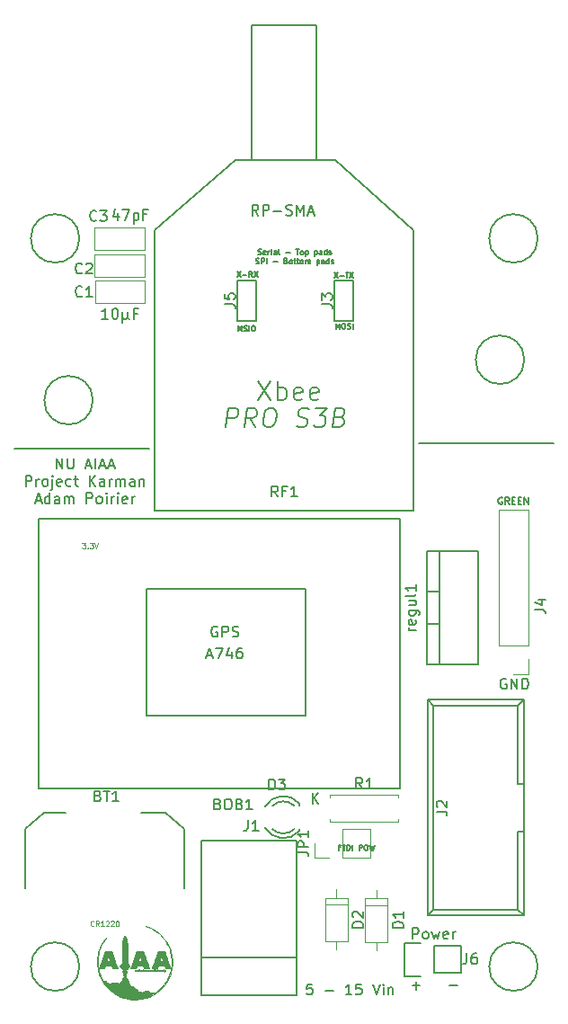
<source format=gbr>
G04 #@! TF.FileFunction,Legend,Top*
%FSLAX46Y46*%
G04 Gerber Fmt 4.6, Leading zero omitted, Abs format (unit mm)*
G04 Created by KiCad (PCBNEW 4.0.6) date Friday, September 08, 2017 'PMt' 06:19:34 PM*
%MOMM*%
%LPD*%
G01*
G04 APERTURE LIST*
%ADD10C,0.100000*%
%ADD11C,0.150000*%
%ADD12C,0.127000*%
%ADD13C,0.200000*%
%ADD14C,0.120000*%
%ADD15C,0.010000*%
%ADD16C,0.076200*%
%ADD17C,0.073800*%
G04 APERTURE END LIST*
D10*
D11*
X135809219Y-104055362D02*
X135809219Y-103063362D01*
X136187124Y-103063362D01*
X136281600Y-103110600D01*
X136328839Y-103157838D01*
X136376077Y-103252314D01*
X136376077Y-103394029D01*
X136328839Y-103488505D01*
X136281600Y-103535743D01*
X136187124Y-103582981D01*
X135809219Y-103582981D01*
X136942934Y-104055362D02*
X136848458Y-104008124D01*
X136801219Y-103960886D01*
X136753981Y-103866410D01*
X136753981Y-103582981D01*
X136801219Y-103488505D01*
X136848458Y-103441267D01*
X136942934Y-103394029D01*
X137084648Y-103394029D01*
X137179124Y-103441267D01*
X137226362Y-103488505D01*
X137273600Y-103582981D01*
X137273600Y-103866410D01*
X137226362Y-103960886D01*
X137179124Y-104008124D01*
X137084648Y-104055362D01*
X136942934Y-104055362D01*
X137604267Y-103394029D02*
X137793220Y-104055362D01*
X137982172Y-103582981D01*
X138171124Y-104055362D01*
X138360077Y-103394029D01*
X139115886Y-104008124D02*
X139021410Y-104055362D01*
X138832458Y-104055362D01*
X138737981Y-104008124D01*
X138690743Y-103913648D01*
X138690743Y-103535743D01*
X138737981Y-103441267D01*
X138832458Y-103394029D01*
X139021410Y-103394029D01*
X139115886Y-103441267D01*
X139163124Y-103535743D01*
X139163124Y-103630219D01*
X138690743Y-103724695D01*
X139588267Y-104055362D02*
X139588267Y-103394029D01*
X139588267Y-103582981D02*
X139635506Y-103488505D01*
X139682744Y-103441267D01*
X139777220Y-103394029D01*
X139871696Y-103394029D01*
X135745485Y-108452657D02*
X136501295Y-108452657D01*
X136123390Y-108830562D02*
X136123390Y-108074752D01*
X139241105Y-108452657D02*
X139996915Y-108452657D01*
D12*
X128979991Y-95442314D02*
X128810657Y-95442314D01*
X128810657Y-95708410D02*
X128810657Y-95200410D01*
X129052562Y-95200410D01*
X129173515Y-95200410D02*
X129463801Y-95200410D01*
X129318658Y-95708410D02*
X129318658Y-95200410D01*
X129633134Y-95708410D02*
X129633134Y-95200410D01*
X129754087Y-95200410D01*
X129826658Y-95224600D01*
X129875039Y-95272981D01*
X129899230Y-95321362D01*
X129923420Y-95418124D01*
X129923420Y-95490695D01*
X129899230Y-95587457D01*
X129875039Y-95635838D01*
X129826658Y-95684219D01*
X129754087Y-95708410D01*
X129633134Y-95708410D01*
X130141134Y-95708410D02*
X130141134Y-95200410D01*
X130770087Y-95708410D02*
X130770087Y-95200410D01*
X130963611Y-95200410D01*
X131011992Y-95224600D01*
X131036183Y-95248790D01*
X131060373Y-95297171D01*
X131060373Y-95369743D01*
X131036183Y-95418124D01*
X131011992Y-95442314D01*
X130963611Y-95466505D01*
X130770087Y-95466505D01*
X131374849Y-95200410D02*
X131471611Y-95200410D01*
X131519992Y-95224600D01*
X131568373Y-95272981D01*
X131592564Y-95369743D01*
X131592564Y-95539076D01*
X131568373Y-95635838D01*
X131519992Y-95684219D01*
X131471611Y-95708410D01*
X131374849Y-95708410D01*
X131326468Y-95684219D01*
X131278087Y-95635838D01*
X131253897Y-95539076D01*
X131253897Y-95369743D01*
X131278087Y-95272981D01*
X131326468Y-95224600D01*
X131374849Y-95200410D01*
X131761896Y-95200410D02*
X131882849Y-95708410D01*
X131979611Y-95345552D01*
X132076373Y-95708410D01*
X132197325Y-95200410D01*
X128563914Y-46610210D02*
X128563914Y-46102210D01*
X128733248Y-46465067D01*
X128902581Y-46102210D01*
X128902581Y-46610210D01*
X129241247Y-46102210D02*
X129338009Y-46102210D01*
X129386390Y-46126400D01*
X129434771Y-46174781D01*
X129458962Y-46271543D01*
X129458962Y-46440876D01*
X129434771Y-46537638D01*
X129386390Y-46586019D01*
X129338009Y-46610210D01*
X129241247Y-46610210D01*
X129192866Y-46586019D01*
X129144485Y-46537638D01*
X129120295Y-46440876D01*
X129120295Y-46271543D01*
X129144485Y-46174781D01*
X129192866Y-46126400D01*
X129241247Y-46102210D01*
X129652485Y-46586019D02*
X129725056Y-46610210D01*
X129846009Y-46610210D01*
X129894390Y-46586019D01*
X129918580Y-46561829D01*
X129942771Y-46513448D01*
X129942771Y-46465067D01*
X129918580Y-46416686D01*
X129894390Y-46392495D01*
X129846009Y-46368305D01*
X129749247Y-46344114D01*
X129700866Y-46319924D01*
X129676675Y-46295733D01*
X129652485Y-46247352D01*
X129652485Y-46198971D01*
X129676675Y-46150590D01*
X129700866Y-46126400D01*
X129749247Y-46102210D01*
X129870199Y-46102210D01*
X129942771Y-46126400D01*
X130160485Y-46610210D02*
X130160485Y-46102210D01*
X119343714Y-46838810D02*
X119343714Y-46330810D01*
X119513048Y-46693667D01*
X119682381Y-46330810D01*
X119682381Y-46838810D01*
X119900095Y-46814619D02*
X119972666Y-46838810D01*
X120093619Y-46838810D01*
X120142000Y-46814619D01*
X120166190Y-46790429D01*
X120190381Y-46742048D01*
X120190381Y-46693667D01*
X120166190Y-46645286D01*
X120142000Y-46621095D01*
X120093619Y-46596905D01*
X119996857Y-46572714D01*
X119948476Y-46548524D01*
X119924285Y-46524333D01*
X119900095Y-46475952D01*
X119900095Y-46427571D01*
X119924285Y-46379190D01*
X119948476Y-46355000D01*
X119996857Y-46330810D01*
X120117809Y-46330810D01*
X120190381Y-46355000D01*
X120408095Y-46838810D02*
X120408095Y-46330810D01*
X120746762Y-46330810D02*
X120843524Y-46330810D01*
X120891905Y-46355000D01*
X120940286Y-46403381D01*
X120964477Y-46500143D01*
X120964477Y-46669476D01*
X120940286Y-46766238D01*
X120891905Y-46814619D01*
X120843524Y-46838810D01*
X120746762Y-46838810D01*
X120698381Y-46814619D01*
X120650000Y-46766238D01*
X120625810Y-46669476D01*
X120625810Y-46500143D01*
X120650000Y-46403381D01*
X120698381Y-46355000D01*
X120746762Y-46330810D01*
X128392161Y-41327010D02*
X128730828Y-41835010D01*
X128730828Y-41327010D02*
X128392161Y-41835010D01*
X128924352Y-41641486D02*
X129311400Y-41641486D01*
X129480733Y-41327010D02*
X129771019Y-41327010D01*
X129625876Y-41835010D02*
X129625876Y-41327010D01*
X129891971Y-41327010D02*
X130230638Y-41835010D01*
X130230638Y-41327010D02*
X129891971Y-41835010D01*
X119238485Y-41225410D02*
X119577152Y-41733410D01*
X119577152Y-41225410D02*
X119238485Y-41733410D01*
X119770676Y-41539886D02*
X120157724Y-41539886D01*
X120689914Y-41733410D02*
X120520581Y-41491505D01*
X120399628Y-41733410D02*
X120399628Y-41225410D01*
X120593152Y-41225410D01*
X120641533Y-41249600D01*
X120665724Y-41273790D01*
X120689914Y-41322171D01*
X120689914Y-41394743D01*
X120665724Y-41443124D01*
X120641533Y-41467314D01*
X120593152Y-41491505D01*
X120399628Y-41491505D01*
X120859247Y-41225410D02*
X121197914Y-41733410D01*
X121197914Y-41225410D02*
X120859247Y-41733410D01*
X121241457Y-39588319D02*
X121314028Y-39612510D01*
X121434981Y-39612510D01*
X121483362Y-39588319D01*
X121507552Y-39564129D01*
X121531743Y-39515748D01*
X121531743Y-39467367D01*
X121507552Y-39418986D01*
X121483362Y-39394795D01*
X121434981Y-39370605D01*
X121338219Y-39346414D01*
X121289838Y-39322224D01*
X121265647Y-39298033D01*
X121241457Y-39249652D01*
X121241457Y-39201271D01*
X121265647Y-39152890D01*
X121289838Y-39128700D01*
X121338219Y-39104510D01*
X121459171Y-39104510D01*
X121531743Y-39128700D01*
X121942981Y-39588319D02*
X121894600Y-39612510D01*
X121797838Y-39612510D01*
X121749457Y-39588319D01*
X121725267Y-39539938D01*
X121725267Y-39346414D01*
X121749457Y-39298033D01*
X121797838Y-39273843D01*
X121894600Y-39273843D01*
X121942981Y-39298033D01*
X121967172Y-39346414D01*
X121967172Y-39394795D01*
X121725267Y-39443176D01*
X122184886Y-39612510D02*
X122184886Y-39273843D01*
X122184886Y-39370605D02*
X122209077Y-39322224D01*
X122233267Y-39298033D01*
X122281648Y-39273843D01*
X122330029Y-39273843D01*
X122499362Y-39612510D02*
X122499362Y-39273843D01*
X122499362Y-39104510D02*
X122475172Y-39128700D01*
X122499362Y-39152890D01*
X122523553Y-39128700D01*
X122499362Y-39104510D01*
X122499362Y-39152890D01*
X122958982Y-39612510D02*
X122958982Y-39346414D01*
X122934791Y-39298033D01*
X122886410Y-39273843D01*
X122789648Y-39273843D01*
X122741267Y-39298033D01*
X122958982Y-39588319D02*
X122910601Y-39612510D01*
X122789648Y-39612510D01*
X122741267Y-39588319D01*
X122717077Y-39539938D01*
X122717077Y-39491557D01*
X122741267Y-39443176D01*
X122789648Y-39418986D01*
X122910601Y-39418986D01*
X122958982Y-39394795D01*
X123273458Y-39612510D02*
X123225077Y-39588319D01*
X123200886Y-39539938D01*
X123200886Y-39104510D01*
X123854029Y-39418986D02*
X124241077Y-39418986D01*
X124797458Y-39104510D02*
X125087744Y-39104510D01*
X124942601Y-39612510D02*
X124942601Y-39104510D01*
X125329649Y-39612510D02*
X125281268Y-39588319D01*
X125257077Y-39564129D01*
X125232887Y-39515748D01*
X125232887Y-39370605D01*
X125257077Y-39322224D01*
X125281268Y-39298033D01*
X125329649Y-39273843D01*
X125402220Y-39273843D01*
X125450601Y-39298033D01*
X125474792Y-39322224D01*
X125498982Y-39370605D01*
X125498982Y-39515748D01*
X125474792Y-39564129D01*
X125450601Y-39588319D01*
X125402220Y-39612510D01*
X125329649Y-39612510D01*
X125716696Y-39273843D02*
X125716696Y-39781843D01*
X125716696Y-39298033D02*
X125765077Y-39273843D01*
X125861839Y-39273843D01*
X125910220Y-39298033D01*
X125934411Y-39322224D01*
X125958601Y-39370605D01*
X125958601Y-39515748D01*
X125934411Y-39564129D01*
X125910220Y-39588319D01*
X125861839Y-39612510D01*
X125765077Y-39612510D01*
X125716696Y-39588319D01*
X126563363Y-39273843D02*
X126563363Y-39781843D01*
X126563363Y-39298033D02*
X126611744Y-39273843D01*
X126708506Y-39273843D01*
X126756887Y-39298033D01*
X126781078Y-39322224D01*
X126805268Y-39370605D01*
X126805268Y-39515748D01*
X126781078Y-39564129D01*
X126756887Y-39588319D01*
X126708506Y-39612510D01*
X126611744Y-39612510D01*
X126563363Y-39588319D01*
X127240697Y-39612510D02*
X127240697Y-39346414D01*
X127216506Y-39298033D01*
X127168125Y-39273843D01*
X127071363Y-39273843D01*
X127022982Y-39298033D01*
X127240697Y-39588319D02*
X127192316Y-39612510D01*
X127071363Y-39612510D01*
X127022982Y-39588319D01*
X126998792Y-39539938D01*
X126998792Y-39491557D01*
X127022982Y-39443176D01*
X127071363Y-39418986D01*
X127192316Y-39418986D01*
X127240697Y-39394795D01*
X127700316Y-39612510D02*
X127700316Y-39104510D01*
X127700316Y-39588319D02*
X127651935Y-39612510D01*
X127555173Y-39612510D01*
X127506792Y-39588319D01*
X127482601Y-39564129D01*
X127458411Y-39515748D01*
X127458411Y-39370605D01*
X127482601Y-39322224D01*
X127506792Y-39298033D01*
X127555173Y-39273843D01*
X127651935Y-39273843D01*
X127700316Y-39298033D01*
X127918030Y-39588319D02*
X127966411Y-39612510D01*
X128063173Y-39612510D01*
X128111554Y-39588319D01*
X128135744Y-39539938D01*
X128135744Y-39515748D01*
X128111554Y-39467367D01*
X128063173Y-39443176D01*
X127990601Y-39443176D01*
X127942220Y-39418986D01*
X127918030Y-39370605D01*
X127918030Y-39346414D01*
X127942220Y-39298033D01*
X127990601Y-39273843D01*
X128063173Y-39273843D01*
X128111554Y-39298033D01*
X121035838Y-40477319D02*
X121108409Y-40501510D01*
X121229362Y-40501510D01*
X121277743Y-40477319D01*
X121301933Y-40453129D01*
X121326124Y-40404748D01*
X121326124Y-40356367D01*
X121301933Y-40307986D01*
X121277743Y-40283795D01*
X121229362Y-40259605D01*
X121132600Y-40235414D01*
X121084219Y-40211224D01*
X121060028Y-40187033D01*
X121035838Y-40138652D01*
X121035838Y-40090271D01*
X121060028Y-40041890D01*
X121084219Y-40017700D01*
X121132600Y-39993510D01*
X121253552Y-39993510D01*
X121326124Y-40017700D01*
X121543838Y-40501510D02*
X121543838Y-39993510D01*
X121737362Y-39993510D01*
X121785743Y-40017700D01*
X121809934Y-40041890D01*
X121834124Y-40090271D01*
X121834124Y-40162843D01*
X121809934Y-40211224D01*
X121785743Y-40235414D01*
X121737362Y-40259605D01*
X121543838Y-40259605D01*
X122051838Y-40501510D02*
X122051838Y-39993510D01*
X122680791Y-40307986D02*
X123067839Y-40307986D01*
X123866125Y-40235414D02*
X123938696Y-40259605D01*
X123962887Y-40283795D01*
X123987077Y-40332176D01*
X123987077Y-40404748D01*
X123962887Y-40453129D01*
X123938696Y-40477319D01*
X123890315Y-40501510D01*
X123696791Y-40501510D01*
X123696791Y-39993510D01*
X123866125Y-39993510D01*
X123914506Y-40017700D01*
X123938696Y-40041890D01*
X123962887Y-40090271D01*
X123962887Y-40138652D01*
X123938696Y-40187033D01*
X123914506Y-40211224D01*
X123866125Y-40235414D01*
X123696791Y-40235414D01*
X124277363Y-40501510D02*
X124228982Y-40477319D01*
X124204791Y-40453129D01*
X124180601Y-40404748D01*
X124180601Y-40259605D01*
X124204791Y-40211224D01*
X124228982Y-40187033D01*
X124277363Y-40162843D01*
X124349934Y-40162843D01*
X124398315Y-40187033D01*
X124422506Y-40211224D01*
X124446696Y-40259605D01*
X124446696Y-40404748D01*
X124422506Y-40453129D01*
X124398315Y-40477319D01*
X124349934Y-40501510D01*
X124277363Y-40501510D01*
X124591839Y-40162843D02*
X124785363Y-40162843D01*
X124664410Y-39993510D02*
X124664410Y-40428938D01*
X124688601Y-40477319D01*
X124736982Y-40501510D01*
X124785363Y-40501510D01*
X124882125Y-40162843D02*
X125075649Y-40162843D01*
X124954696Y-39993510D02*
X124954696Y-40428938D01*
X124978887Y-40477319D01*
X125027268Y-40501510D01*
X125075649Y-40501510D01*
X125317554Y-40501510D02*
X125269173Y-40477319D01*
X125244982Y-40453129D01*
X125220792Y-40404748D01*
X125220792Y-40259605D01*
X125244982Y-40211224D01*
X125269173Y-40187033D01*
X125317554Y-40162843D01*
X125390125Y-40162843D01*
X125438506Y-40187033D01*
X125462697Y-40211224D01*
X125486887Y-40259605D01*
X125486887Y-40404748D01*
X125462697Y-40453129D01*
X125438506Y-40477319D01*
X125390125Y-40501510D01*
X125317554Y-40501510D01*
X125704601Y-40501510D02*
X125704601Y-40162843D01*
X125704601Y-40211224D02*
X125728792Y-40187033D01*
X125777173Y-40162843D01*
X125849744Y-40162843D01*
X125898125Y-40187033D01*
X125922316Y-40235414D01*
X125922316Y-40501510D01*
X125922316Y-40235414D02*
X125946506Y-40187033D01*
X125994887Y-40162843D01*
X126067459Y-40162843D01*
X126115839Y-40187033D01*
X126140030Y-40235414D01*
X126140030Y-40501510D01*
X126768982Y-40162843D02*
X126768982Y-40670843D01*
X126768982Y-40187033D02*
X126817363Y-40162843D01*
X126914125Y-40162843D01*
X126962506Y-40187033D01*
X126986697Y-40211224D01*
X127010887Y-40259605D01*
X127010887Y-40404748D01*
X126986697Y-40453129D01*
X126962506Y-40477319D01*
X126914125Y-40501510D01*
X126817363Y-40501510D01*
X126768982Y-40477319D01*
X127446316Y-40501510D02*
X127446316Y-40235414D01*
X127422125Y-40187033D01*
X127373744Y-40162843D01*
X127276982Y-40162843D01*
X127228601Y-40187033D01*
X127446316Y-40477319D02*
X127397935Y-40501510D01*
X127276982Y-40501510D01*
X127228601Y-40477319D01*
X127204411Y-40428938D01*
X127204411Y-40380557D01*
X127228601Y-40332176D01*
X127276982Y-40307986D01*
X127397935Y-40307986D01*
X127446316Y-40283795D01*
X127905935Y-40501510D02*
X127905935Y-39993510D01*
X127905935Y-40477319D02*
X127857554Y-40501510D01*
X127760792Y-40501510D01*
X127712411Y-40477319D01*
X127688220Y-40453129D01*
X127664030Y-40404748D01*
X127664030Y-40259605D01*
X127688220Y-40211224D01*
X127712411Y-40187033D01*
X127760792Y-40162843D01*
X127857554Y-40162843D01*
X127905935Y-40187033D01*
X128123649Y-40477319D02*
X128172030Y-40501510D01*
X128268792Y-40501510D01*
X128317173Y-40477319D01*
X128341363Y-40428938D01*
X128341363Y-40404748D01*
X128317173Y-40356367D01*
X128268792Y-40332176D01*
X128196220Y-40332176D01*
X128147839Y-40307986D01*
X128123649Y-40259605D01*
X128123649Y-40235414D01*
X128147839Y-40187033D01*
X128196220Y-40162843D01*
X128268792Y-40162843D01*
X128317173Y-40187033D01*
D11*
X126329123Y-108321162D02*
X125856742Y-108321162D01*
X125809504Y-108793543D01*
X125856742Y-108746305D01*
X125951219Y-108699067D01*
X126187409Y-108699067D01*
X126281885Y-108746305D01*
X126329123Y-108793543D01*
X126376362Y-108888019D01*
X126376362Y-109124210D01*
X126329123Y-109218686D01*
X126281885Y-109265924D01*
X126187409Y-109313162D01*
X125951219Y-109313162D01*
X125856742Y-109265924D01*
X125809504Y-109218686D01*
X127557314Y-108935257D02*
X128313124Y-108935257D01*
X130060934Y-109313162D02*
X129494076Y-109313162D01*
X129777505Y-109313162D02*
X129777505Y-108321162D01*
X129683029Y-108462876D01*
X129588553Y-108557352D01*
X129494076Y-108604590D01*
X130958457Y-108321162D02*
X130486076Y-108321162D01*
X130438838Y-108793543D01*
X130486076Y-108746305D01*
X130580553Y-108699067D01*
X130816743Y-108699067D01*
X130911219Y-108746305D01*
X130958457Y-108793543D01*
X131005696Y-108888019D01*
X131005696Y-109124210D01*
X130958457Y-109218686D01*
X130911219Y-109265924D01*
X130816743Y-109313162D01*
X130580553Y-109313162D01*
X130486076Y-109265924D01*
X130438838Y-109218686D01*
X132044934Y-108321162D02*
X132375601Y-109313162D01*
X132706268Y-108321162D01*
X133036934Y-109313162D02*
X133036934Y-108651829D01*
X133036934Y-108321162D02*
X132989696Y-108368400D01*
X133036934Y-108415638D01*
X133084173Y-108368400D01*
X133036934Y-108321162D01*
X133036934Y-108415638D01*
X133509315Y-108651829D02*
X133509315Y-109313162D01*
X133509315Y-108746305D02*
X133556554Y-108699067D01*
X133651030Y-108651829D01*
X133792744Y-108651829D01*
X133887220Y-108699067D01*
X133934458Y-108793543D01*
X133934458Y-109313162D01*
X102234828Y-59796162D02*
X102234828Y-58804162D01*
X102801686Y-59796162D01*
X102801686Y-58804162D01*
X103274066Y-58804162D02*
X103274066Y-59607210D01*
X103321305Y-59701686D01*
X103368543Y-59748924D01*
X103463019Y-59796162D01*
X103651971Y-59796162D01*
X103746447Y-59748924D01*
X103793686Y-59701686D01*
X103840924Y-59607210D01*
X103840924Y-58804162D01*
X105021876Y-59512733D02*
X105494257Y-59512733D01*
X104927400Y-59796162D02*
X105258067Y-58804162D01*
X105588734Y-59796162D01*
X105919400Y-59796162D02*
X105919400Y-58804162D01*
X106344543Y-59512733D02*
X106816924Y-59512733D01*
X106250067Y-59796162D02*
X106580734Y-58804162D01*
X106911401Y-59796162D01*
X107194829Y-59512733D02*
X107667210Y-59512733D01*
X107100353Y-59796162D02*
X107431020Y-58804162D01*
X107761687Y-59796162D01*
X99353304Y-61434162D02*
X99353304Y-60442162D01*
X99731209Y-60442162D01*
X99825685Y-60489400D01*
X99872924Y-60536638D01*
X99920162Y-60631114D01*
X99920162Y-60772829D01*
X99872924Y-60867305D01*
X99825685Y-60914543D01*
X99731209Y-60961781D01*
X99353304Y-60961781D01*
X100345304Y-61434162D02*
X100345304Y-60772829D01*
X100345304Y-60961781D02*
X100392543Y-60867305D01*
X100439781Y-60820067D01*
X100534257Y-60772829D01*
X100628733Y-60772829D01*
X101101114Y-61434162D02*
X101006638Y-61386924D01*
X100959399Y-61339686D01*
X100912161Y-61245210D01*
X100912161Y-60961781D01*
X100959399Y-60867305D01*
X101006638Y-60820067D01*
X101101114Y-60772829D01*
X101242828Y-60772829D01*
X101337304Y-60820067D01*
X101384542Y-60867305D01*
X101431780Y-60961781D01*
X101431780Y-61245210D01*
X101384542Y-61339686D01*
X101337304Y-61386924D01*
X101242828Y-61434162D01*
X101101114Y-61434162D01*
X101856923Y-60772829D02*
X101856923Y-61623114D01*
X101809685Y-61717590D01*
X101715209Y-61764829D01*
X101667971Y-61764829D01*
X101856923Y-60442162D02*
X101809685Y-60489400D01*
X101856923Y-60536638D01*
X101904162Y-60489400D01*
X101856923Y-60442162D01*
X101856923Y-60536638D01*
X102707209Y-61386924D02*
X102612733Y-61434162D01*
X102423781Y-61434162D01*
X102329304Y-61386924D01*
X102282066Y-61292448D01*
X102282066Y-60914543D01*
X102329304Y-60820067D01*
X102423781Y-60772829D01*
X102612733Y-60772829D01*
X102707209Y-60820067D01*
X102754447Y-60914543D01*
X102754447Y-61009019D01*
X102282066Y-61103495D01*
X103604733Y-61386924D02*
X103510257Y-61434162D01*
X103321305Y-61434162D01*
X103226829Y-61386924D01*
X103179590Y-61339686D01*
X103132352Y-61245210D01*
X103132352Y-60961781D01*
X103179590Y-60867305D01*
X103226829Y-60820067D01*
X103321305Y-60772829D01*
X103510257Y-60772829D01*
X103604733Y-60820067D01*
X103888162Y-60772829D02*
X104266067Y-60772829D01*
X104029876Y-60442162D02*
X104029876Y-61292448D01*
X104077115Y-61386924D01*
X104171591Y-61434162D01*
X104266067Y-61434162D01*
X105352543Y-61434162D02*
X105352543Y-60442162D01*
X105919401Y-61434162D02*
X105494258Y-60867305D01*
X105919401Y-60442162D02*
X105352543Y-61009019D01*
X106769686Y-61434162D02*
X106769686Y-60914543D01*
X106722448Y-60820067D01*
X106627972Y-60772829D01*
X106439020Y-60772829D01*
X106344543Y-60820067D01*
X106769686Y-61386924D02*
X106675210Y-61434162D01*
X106439020Y-61434162D01*
X106344543Y-61386924D01*
X106297305Y-61292448D01*
X106297305Y-61197971D01*
X106344543Y-61103495D01*
X106439020Y-61056257D01*
X106675210Y-61056257D01*
X106769686Y-61009019D01*
X107242067Y-61434162D02*
X107242067Y-60772829D01*
X107242067Y-60961781D02*
X107289306Y-60867305D01*
X107336544Y-60820067D01*
X107431020Y-60772829D01*
X107525496Y-60772829D01*
X107856162Y-61434162D02*
X107856162Y-60772829D01*
X107856162Y-60867305D02*
X107903401Y-60820067D01*
X107997877Y-60772829D01*
X108139591Y-60772829D01*
X108234067Y-60820067D01*
X108281305Y-60914543D01*
X108281305Y-61434162D01*
X108281305Y-60914543D02*
X108328543Y-60820067D01*
X108423020Y-60772829D01*
X108564734Y-60772829D01*
X108659210Y-60820067D01*
X108706448Y-60914543D01*
X108706448Y-61434162D01*
X109603972Y-61434162D02*
X109603972Y-60914543D01*
X109556734Y-60820067D01*
X109462258Y-60772829D01*
X109273306Y-60772829D01*
X109178829Y-60820067D01*
X109603972Y-61386924D02*
X109509496Y-61434162D01*
X109273306Y-61434162D01*
X109178829Y-61386924D01*
X109131591Y-61292448D01*
X109131591Y-61197971D01*
X109178829Y-61103495D01*
X109273306Y-61056257D01*
X109509496Y-61056257D01*
X109603972Y-61009019D01*
X110076353Y-60772829D02*
X110076353Y-61434162D01*
X110076353Y-60867305D02*
X110123592Y-60820067D01*
X110218068Y-60772829D01*
X110359782Y-60772829D01*
X110454258Y-60820067D01*
X110501496Y-60914543D01*
X110501496Y-61434162D01*
X100298066Y-62788733D02*
X100770447Y-62788733D01*
X100203590Y-63072162D02*
X100534257Y-62080162D01*
X100864924Y-63072162D01*
X101620733Y-63072162D02*
X101620733Y-62080162D01*
X101620733Y-63024924D02*
X101526257Y-63072162D01*
X101337305Y-63072162D01*
X101242829Y-63024924D01*
X101195590Y-62977686D01*
X101148352Y-62883210D01*
X101148352Y-62599781D01*
X101195590Y-62505305D01*
X101242829Y-62458067D01*
X101337305Y-62410829D01*
X101526257Y-62410829D01*
X101620733Y-62458067D01*
X102518257Y-63072162D02*
X102518257Y-62552543D01*
X102471019Y-62458067D01*
X102376543Y-62410829D01*
X102187591Y-62410829D01*
X102093114Y-62458067D01*
X102518257Y-63024924D02*
X102423781Y-63072162D01*
X102187591Y-63072162D01*
X102093114Y-63024924D01*
X102045876Y-62930448D01*
X102045876Y-62835971D01*
X102093114Y-62741495D01*
X102187591Y-62694257D01*
X102423781Y-62694257D01*
X102518257Y-62647019D01*
X102990638Y-63072162D02*
X102990638Y-62410829D01*
X102990638Y-62505305D02*
X103037877Y-62458067D01*
X103132353Y-62410829D01*
X103274067Y-62410829D01*
X103368543Y-62458067D01*
X103415781Y-62552543D01*
X103415781Y-63072162D01*
X103415781Y-62552543D02*
X103463019Y-62458067D01*
X103557496Y-62410829D01*
X103699210Y-62410829D01*
X103793686Y-62458067D01*
X103840924Y-62552543D01*
X103840924Y-63072162D01*
X105069115Y-63072162D02*
X105069115Y-62080162D01*
X105447020Y-62080162D01*
X105541496Y-62127400D01*
X105588735Y-62174638D01*
X105635973Y-62269114D01*
X105635973Y-62410829D01*
X105588735Y-62505305D01*
X105541496Y-62552543D01*
X105447020Y-62599781D01*
X105069115Y-62599781D01*
X106202830Y-63072162D02*
X106108354Y-63024924D01*
X106061115Y-62977686D01*
X106013877Y-62883210D01*
X106013877Y-62599781D01*
X106061115Y-62505305D01*
X106108354Y-62458067D01*
X106202830Y-62410829D01*
X106344544Y-62410829D01*
X106439020Y-62458067D01*
X106486258Y-62505305D01*
X106533496Y-62599781D01*
X106533496Y-62883210D01*
X106486258Y-62977686D01*
X106439020Y-63024924D01*
X106344544Y-63072162D01*
X106202830Y-63072162D01*
X106958639Y-63072162D02*
X106958639Y-62410829D01*
X106958639Y-62080162D02*
X106911401Y-62127400D01*
X106958639Y-62174638D01*
X107005878Y-62127400D01*
X106958639Y-62080162D01*
X106958639Y-62174638D01*
X107431020Y-63072162D02*
X107431020Y-62410829D01*
X107431020Y-62599781D02*
X107478259Y-62505305D01*
X107525497Y-62458067D01*
X107619973Y-62410829D01*
X107714449Y-62410829D01*
X108045115Y-63072162D02*
X108045115Y-62410829D01*
X108045115Y-62080162D02*
X107997877Y-62127400D01*
X108045115Y-62174638D01*
X108092354Y-62127400D01*
X108045115Y-62080162D01*
X108045115Y-62174638D01*
X108895401Y-63024924D02*
X108800925Y-63072162D01*
X108611973Y-63072162D01*
X108517496Y-63024924D01*
X108470258Y-62930448D01*
X108470258Y-62552543D01*
X108517496Y-62458067D01*
X108611973Y-62410829D01*
X108800925Y-62410829D01*
X108895401Y-62458067D01*
X108942639Y-62552543D01*
X108942639Y-62647019D01*
X108470258Y-62741495D01*
X109367782Y-63072162D02*
X109367782Y-62410829D01*
X109367782Y-62599781D02*
X109415021Y-62505305D01*
X109462259Y-62458067D01*
X109556735Y-62410829D01*
X109651211Y-62410829D01*
X107095686Y-45686162D02*
X106528828Y-45686162D01*
X106812257Y-45686162D02*
X106812257Y-44694162D01*
X106717781Y-44835876D01*
X106623305Y-44930352D01*
X106528828Y-44977590D01*
X107709781Y-44694162D02*
X107804257Y-44694162D01*
X107898733Y-44741400D01*
X107945971Y-44788638D01*
X107993209Y-44883114D01*
X108040448Y-45072067D01*
X108040448Y-45308257D01*
X107993209Y-45497210D01*
X107945971Y-45591686D01*
X107898733Y-45638924D01*
X107804257Y-45686162D01*
X107709781Y-45686162D01*
X107615305Y-45638924D01*
X107568067Y-45591686D01*
X107520828Y-45497210D01*
X107473590Y-45308257D01*
X107473590Y-45072067D01*
X107520828Y-44883114D01*
X107568067Y-44788638D01*
X107615305Y-44741400D01*
X107709781Y-44694162D01*
X108465590Y-45024829D02*
X108465590Y-46016829D01*
X108937971Y-45544448D02*
X108985210Y-45638924D01*
X109079686Y-45686162D01*
X108465590Y-45544448D02*
X108512829Y-45638924D01*
X108607305Y-45686162D01*
X108796257Y-45686162D01*
X108890733Y-45638924D01*
X108937971Y-45544448D01*
X108937971Y-45024829D01*
X109835495Y-45166543D02*
X109504828Y-45166543D01*
X109504828Y-45686162D02*
X109504828Y-44694162D01*
X109977209Y-44694162D01*
X108037266Y-35703029D02*
X108037266Y-36364362D01*
X107801076Y-35325124D02*
X107564885Y-36033695D01*
X108178981Y-36033695D01*
X108462409Y-35372362D02*
X109123743Y-35372362D01*
X108698600Y-36364362D01*
X109501647Y-35703029D02*
X109501647Y-36695029D01*
X109501647Y-35750267D02*
X109596124Y-35703029D01*
X109785076Y-35703029D01*
X109879552Y-35750267D01*
X109926790Y-35797505D01*
X109974028Y-35891981D01*
X109974028Y-36175410D01*
X109926790Y-36269886D01*
X109879552Y-36317124D01*
X109785076Y-36364362D01*
X109596124Y-36364362D01*
X109501647Y-36317124D01*
X110729838Y-35844743D02*
X110399171Y-35844743D01*
X110399171Y-36364362D02*
X110399171Y-35372362D01*
X110871552Y-35372362D01*
D12*
X144229667Y-62522100D02*
X144169190Y-62491862D01*
X144078476Y-62491862D01*
X143987762Y-62522100D01*
X143927286Y-62582576D01*
X143897047Y-62643052D01*
X143866809Y-62764005D01*
X143866809Y-62854719D01*
X143897047Y-62975671D01*
X143927286Y-63036148D01*
X143987762Y-63096624D01*
X144078476Y-63126862D01*
X144138952Y-63126862D01*
X144229667Y-63096624D01*
X144259905Y-63066386D01*
X144259905Y-62854719D01*
X144138952Y-62854719D01*
X144894905Y-63126862D02*
X144683238Y-62824481D01*
X144532047Y-63126862D02*
X144532047Y-62491862D01*
X144773952Y-62491862D01*
X144834428Y-62522100D01*
X144864667Y-62552338D01*
X144894905Y-62612814D01*
X144894905Y-62703529D01*
X144864667Y-62764005D01*
X144834428Y-62794243D01*
X144773952Y-62824481D01*
X144532047Y-62824481D01*
X145167047Y-62794243D02*
X145378714Y-62794243D01*
X145469428Y-63126862D02*
X145167047Y-63126862D01*
X145167047Y-62491862D01*
X145469428Y-62491862D01*
X145741571Y-62794243D02*
X145953238Y-62794243D01*
X146043952Y-63126862D02*
X145741571Y-63126862D01*
X145741571Y-62491862D01*
X146043952Y-62491862D01*
X146316095Y-63126862D02*
X146316095Y-62491862D01*
X146678953Y-63126862D01*
X146678953Y-62491862D01*
D11*
X144608391Y-79590200D02*
X144513914Y-79542962D01*
X144372200Y-79542962D01*
X144230486Y-79590200D01*
X144136010Y-79684676D01*
X144088771Y-79779152D01*
X144041533Y-79968105D01*
X144041533Y-80109819D01*
X144088771Y-80298771D01*
X144136010Y-80393248D01*
X144230486Y-80487724D01*
X144372200Y-80534962D01*
X144466676Y-80534962D01*
X144608391Y-80487724D01*
X144655629Y-80440486D01*
X144655629Y-80109819D01*
X144466676Y-80109819D01*
X145080771Y-80534962D02*
X145080771Y-79542962D01*
X145647629Y-80534962D01*
X145647629Y-79542962D01*
X146120009Y-80534962D02*
X146120009Y-79542962D01*
X146356200Y-79542962D01*
X146497914Y-79590200D01*
X146592390Y-79684676D01*
X146639629Y-79779152D01*
X146686867Y-79968105D01*
X146686867Y-80109819D01*
X146639629Y-80298771D01*
X146592390Y-80393248D01*
X146497914Y-80487724D01*
X146356200Y-80534962D01*
X146120009Y-80534962D01*
D13*
X149098000Y-57404000D02*
X136398000Y-57404000D01*
X98298000Y-57912000D02*
X110998000Y-57912000D01*
D11*
X110744000Y-83058000D02*
X110744000Y-71120000D01*
X125730000Y-83058000D02*
X110744000Y-83058000D01*
X125730000Y-71120000D02*
X125730000Y-83058000D01*
X110744000Y-71120000D02*
X125730000Y-71120000D01*
X100584000Y-89916000D02*
X134620000Y-89916000D01*
X134620000Y-89916000D02*
X134620000Y-64516000D01*
X134620000Y-64516000D02*
X100584000Y-64516000D01*
X100584000Y-64516000D02*
X100584000Y-89916000D01*
X120650000Y-30734000D02*
X120650000Y-18034000D01*
X120650000Y-18034000D02*
X126746000Y-18034000D01*
X126746000Y-18034000D02*
X126746000Y-30734000D01*
X111506000Y-37338000D02*
X119126000Y-30734000D01*
X119126000Y-30734000D02*
X128524000Y-30734000D01*
X128524000Y-30734000D02*
X135890000Y-37338000D01*
X111506000Y-63754000D02*
X111506000Y-37338000D01*
X111506000Y-63754000D02*
X135890000Y-63754000D01*
X135890000Y-63754000D02*
X135890000Y-37338000D01*
X101092000Y-92202000D02*
X103124000Y-92202000D01*
X112522000Y-92202000D02*
X110236000Y-92202000D01*
X99314000Y-93726000D02*
X101092000Y-92202000D01*
X112522000Y-92202000D02*
X114300000Y-93726000D01*
X114300000Y-99314000D02*
X114300000Y-93726000D01*
X99314000Y-99314000D02*
X99314000Y-93726000D01*
D14*
X105864000Y-42069200D02*
X110584000Y-42069200D01*
X105864000Y-44189200D02*
X110584000Y-44189200D01*
X105864000Y-42069200D02*
X105864000Y-44189200D01*
X110584000Y-42069200D02*
X110584000Y-44189200D01*
X105824000Y-39580000D02*
X110544000Y-39580000D01*
X105824000Y-41700000D02*
X110544000Y-41700000D01*
X105824000Y-39580000D02*
X105824000Y-41700000D01*
X110544000Y-39580000D02*
X110544000Y-41700000D01*
X105838600Y-37040000D02*
X110558600Y-37040000D01*
X105838600Y-39160000D02*
X110558600Y-39160000D01*
X105838600Y-37040000D02*
X105838600Y-39160000D01*
X110558600Y-37040000D02*
X110558600Y-39160000D01*
X133444800Y-100225800D02*
X131324800Y-100225800D01*
X131324800Y-100225800D02*
X131324800Y-104345800D01*
X131324800Y-104345800D02*
X133444800Y-104345800D01*
X133444800Y-104345800D02*
X133444800Y-100225800D01*
X132384800Y-99455800D02*
X132384800Y-100225800D01*
X132384800Y-105115800D02*
X132384800Y-104345800D01*
X133444800Y-100885800D02*
X131324800Y-100885800D01*
X129685600Y-100200400D02*
X127565600Y-100200400D01*
X127565600Y-100200400D02*
X127565600Y-104320400D01*
X127565600Y-104320400D02*
X129685600Y-104320400D01*
X129685600Y-104320400D02*
X129685600Y-100200400D01*
X128625600Y-99430400D02*
X128625600Y-100200400D01*
X128625600Y-105090400D02*
X128625600Y-104320400D01*
X129685600Y-100860400D02*
X127565600Y-100860400D01*
D11*
X115895120Y-105854500D02*
X124896880Y-105854500D01*
X115895120Y-109354620D02*
X124896880Y-109354620D01*
X124896880Y-109354620D02*
X124896880Y-94853760D01*
X124896880Y-94853760D02*
X115895120Y-94853760D01*
X115895120Y-94853760D02*
X115895120Y-109354620D01*
X137182000Y-101854000D02*
X137182000Y-81534000D01*
X137732000Y-101314000D02*
X137732000Y-82094000D01*
X146282000Y-101854000D02*
X146282000Y-81534000D01*
X145732000Y-101314000D02*
X145732000Y-93944000D01*
X145732000Y-89444000D02*
X145732000Y-82094000D01*
X145732000Y-93944000D02*
X146282000Y-93944000D01*
X145732000Y-89444000D02*
X146282000Y-89444000D01*
X137182000Y-101854000D02*
X146282000Y-101854000D01*
X137732000Y-101314000D02*
X145732000Y-101314000D01*
X137182000Y-81534000D02*
X146282000Y-81534000D01*
X137732000Y-82094000D02*
X145732000Y-82094000D01*
X137182000Y-101854000D02*
X137732000Y-101314000D01*
X137182000Y-81534000D02*
X137732000Y-82094000D01*
X146282000Y-101854000D02*
X145732000Y-101314000D01*
X146282000Y-81534000D02*
X145732000Y-82094000D01*
X130175000Y-45847000D02*
X130175000Y-42037000D01*
X130175000Y-42037000D02*
X128397000Y-42037000D01*
X128397000Y-42037000D02*
X128397000Y-45847000D01*
X130175000Y-45847000D02*
X128397000Y-45847000D01*
D14*
X146678000Y-76454000D02*
X146678000Y-63634000D01*
X146678000Y-63634000D02*
X143898000Y-63634000D01*
X143898000Y-63634000D02*
X143898000Y-76454000D01*
X143898000Y-76454000D02*
X146678000Y-76454000D01*
X146678000Y-77724000D02*
X146678000Y-79114000D01*
X146678000Y-79114000D02*
X145288000Y-79114000D01*
D11*
X121031000Y-45847000D02*
X121031000Y-42037000D01*
X121031000Y-42037000D02*
X119253000Y-42037000D01*
X119253000Y-42037000D02*
X119253000Y-45847000D01*
X121031000Y-45847000D02*
X119253000Y-45847000D01*
D14*
X129184400Y-96462200D02*
X131844400Y-96462200D01*
X131844400Y-96462200D02*
X131844400Y-93682200D01*
X131844400Y-93682200D02*
X129184400Y-93682200D01*
X129184400Y-93682200D02*
X129184400Y-96462200D01*
X127914400Y-96462200D02*
X126524400Y-96462200D01*
X126524400Y-96462200D02*
X126524400Y-95072200D01*
D11*
X137160000Y-74422000D02*
X138303000Y-74422000D01*
X137160000Y-71374000D02*
X138303000Y-71374000D01*
X138303000Y-67564000D02*
X141986000Y-67564000D01*
X141986000Y-67564000D02*
X141986000Y-78232000D01*
X141986000Y-78232000D02*
X138303000Y-78232000D01*
X137160000Y-67564000D02*
X138303000Y-67564000D01*
X138303000Y-67564000D02*
X138303000Y-78232000D01*
X138303000Y-78232000D02*
X137160000Y-78232000D01*
X137160000Y-72898000D02*
X137160000Y-78232000D01*
X137160000Y-72898000D02*
X137160000Y-67564000D01*
X104394000Y-106680000D02*
G75*
G03X104394000Y-106680000I-2286000J0D01*
G01*
X105664000Y-53340000D02*
G75*
G03X105664000Y-53340000I-2286000J0D01*
G01*
X147574000Y-106680000D02*
G75*
G03X147574000Y-106680000I-2286000J0D01*
G01*
X146304000Y-49530000D02*
G75*
G03X146304000Y-49530000I-2286000J0D01*
G01*
X147574000Y-38100000D02*
G75*
G03X147574000Y-38100000I-2286000J0D01*
G01*
X104394000Y-38100000D02*
G75*
G03X104394000Y-38100000I-2286000J0D01*
G01*
D15*
G36*
X110824510Y-102925455D02*
X110845693Y-102932323D01*
X110877021Y-102944039D01*
X110916357Y-102959708D01*
X110961563Y-102978434D01*
X111010502Y-102999323D01*
X111061036Y-103021478D01*
X111111029Y-103044003D01*
X111158342Y-103066005D01*
X111189294Y-103080893D01*
X111396140Y-103190798D01*
X111593950Y-103313406D01*
X111782250Y-103448108D01*
X111960571Y-103594297D01*
X112128441Y-103751364D01*
X112285389Y-103918701D01*
X112430944Y-104095699D01*
X112564635Y-104281752D01*
X112685990Y-104476249D01*
X112794538Y-104678584D01*
X112889808Y-104888148D01*
X112971330Y-105104332D01*
X113038631Y-105326529D01*
X113086393Y-105529856D01*
X113126257Y-105765018D01*
X113150366Y-106000666D01*
X113158755Y-106236243D01*
X113151459Y-106471196D01*
X113128511Y-106704969D01*
X113089948Y-106937008D01*
X113035802Y-107166759D01*
X112971266Y-107378554D01*
X112887935Y-107600059D01*
X112790706Y-107814195D01*
X112680000Y-108020453D01*
X112556237Y-108218322D01*
X112419837Y-108407292D01*
X112271219Y-108586853D01*
X112110804Y-108756496D01*
X111939012Y-108915710D01*
X111756261Y-109063985D01*
X111562973Y-109200812D01*
X111375825Y-109316359D01*
X111168846Y-109426611D01*
X110955667Y-109522293D01*
X110736599Y-109603315D01*
X110511952Y-109669587D01*
X110282036Y-109721017D01*
X110047161Y-109757515D01*
X109807638Y-109778991D01*
X109787822Y-109780082D01*
X109728245Y-109783105D01*
X109679582Y-109785208D01*
X109637800Y-109786388D01*
X109598862Y-109786639D01*
X109558733Y-109785957D01*
X109513379Y-109784339D01*
X109458763Y-109781778D01*
X109417643Y-109779672D01*
X109311018Y-109772010D01*
X109196118Y-109760010D01*
X109079677Y-109744501D01*
X108968431Y-109726311D01*
X108938111Y-109720655D01*
X108709399Y-109668699D01*
X108486340Y-109602200D01*
X108269494Y-109521648D01*
X108059422Y-109427537D01*
X107856686Y-109320359D01*
X107661846Y-109200605D01*
X107475464Y-109068768D01*
X107298099Y-108925341D01*
X107130314Y-108770815D01*
X106972668Y-108605682D01*
X106936025Y-108561981D01*
X107152484Y-108561981D01*
X107168894Y-108521155D01*
X107195091Y-108473301D01*
X107231917Y-108429519D01*
X107274872Y-108394809D01*
X107291002Y-108385480D01*
X107317934Y-108373469D01*
X107344257Y-108366926D01*
X107376929Y-108364371D01*
X107391200Y-108364144D01*
X107447060Y-108368589D01*
X107494745Y-108383879D01*
X107539120Y-108411801D01*
X107553579Y-108423841D01*
X107577820Y-108451113D01*
X107600086Y-108486589D01*
X107617666Y-108524824D01*
X107627848Y-108560374D01*
X107629319Y-108575871D01*
X107631192Y-108595007D01*
X107635831Y-108605149D01*
X107637263Y-108605637D01*
X107642938Y-108598598D01*
X107645126Y-108580174D01*
X107644093Y-108554404D01*
X107640106Y-108525330D01*
X107633431Y-108496989D01*
X107629290Y-108484675D01*
X107621243Y-108462347D01*
X107618883Y-108446950D01*
X107624145Y-108435196D01*
X107638962Y-108423801D01*
X107665270Y-108409476D01*
X107677150Y-108403368D01*
X107739515Y-108376044D01*
X107802874Y-108358559D01*
X107872150Y-108349827D01*
X107926981Y-108348343D01*
X107971372Y-108349051D01*
X108005019Y-108351153D01*
X108033040Y-108355365D01*
X108060552Y-108362406D01*
X108085731Y-108370589D01*
X108169584Y-108407164D01*
X108243998Y-108455303D01*
X108308236Y-108513521D01*
X108361559Y-108580333D01*
X108403228Y-108654254D01*
X108432505Y-108733798D01*
X108448652Y-108817480D01*
X108450930Y-108903816D01*
X108438600Y-108991320D01*
X108422500Y-109047839D01*
X108389360Y-109121959D01*
X108343239Y-109192599D01*
X108286976Y-109256300D01*
X108223412Y-109309598D01*
X108190093Y-109331082D01*
X108165544Y-109346050D01*
X108148016Y-109358054D01*
X108140560Y-109364965D01*
X108140611Y-109365631D01*
X108151191Y-109365801D01*
X108171485Y-109357831D01*
X108198770Y-109343446D01*
X108230321Y-109324369D01*
X108263416Y-109302327D01*
X108295330Y-109279043D01*
X108323340Y-109256242D01*
X108343099Y-109237411D01*
X108358422Y-109224419D01*
X108376621Y-109218305D01*
X108402947Y-109216825D01*
X108452470Y-109221343D01*
X108505089Y-109233569D01*
X108553198Y-109251503D01*
X108571798Y-109261167D01*
X108616519Y-109293870D01*
X108658062Y-109336250D01*
X108693725Y-109384530D01*
X108720806Y-109434933D01*
X108736603Y-109483684D01*
X108738307Y-109493897D01*
X108743319Y-109520177D01*
X108748529Y-109531373D01*
X108752908Y-109528229D01*
X108755425Y-109511490D01*
X108755051Y-109481898D01*
X108755046Y-109481805D01*
X108743529Y-109418722D01*
X108717832Y-109358413D01*
X108679647Y-109303329D01*
X108630664Y-109255921D01*
X108573888Y-109219307D01*
X108551115Y-109208557D01*
X108530695Y-109201913D01*
X108507491Y-109198417D01*
X108476365Y-109197112D01*
X108454209Y-109196981D01*
X108378186Y-109196981D01*
X108405566Y-109154179D01*
X108421915Y-109125364D01*
X108439810Y-109088794D01*
X108455716Y-109051753D01*
X108457554Y-109047022D01*
X108467032Y-109021401D01*
X108473741Y-108999772D01*
X108478193Y-108978429D01*
X108480901Y-108953664D01*
X108482374Y-108921770D01*
X108483126Y-108879039D01*
X108483318Y-108860348D01*
X108484475Y-108738028D01*
X108515291Y-108722181D01*
X108613110Y-108680621D01*
X108716224Y-108653090D01*
X108822650Y-108639511D01*
X108930408Y-108639805D01*
X109037516Y-108653892D01*
X109141991Y-108681693D01*
X109241853Y-108723130D01*
X109296794Y-108753329D01*
X109386480Y-108816754D01*
X109466612Y-108892585D01*
X109536476Y-108980041D01*
X109595357Y-109078343D01*
X109596492Y-109080560D01*
X109617133Y-109121152D01*
X109630995Y-109150140D01*
X109638337Y-109170146D01*
X109639421Y-109183794D01*
X109634507Y-109193709D01*
X109623854Y-109202514D01*
X109609508Y-109211701D01*
X109557220Y-109251453D01*
X109505553Y-109302880D01*
X109457772Y-109362004D01*
X109417142Y-109424845D01*
X109390500Y-109478611D01*
X109379110Y-109509627D01*
X109368158Y-109546077D01*
X109358504Y-109584128D01*
X109351008Y-109619949D01*
X109346528Y-109649708D01*
X109345926Y-109669573D01*
X109346781Y-109673453D01*
X109354217Y-109684658D01*
X109361740Y-109680279D01*
X109369156Y-109660601D01*
X109375315Y-109631559D01*
X109398604Y-109542115D01*
X109435481Y-109458894D01*
X109484500Y-109383041D01*
X109544212Y-109315702D01*
X109613170Y-109258022D01*
X109689928Y-109211147D01*
X109773036Y-109176223D01*
X109861049Y-109154395D01*
X109952519Y-109146809D01*
X109986467Y-109147812D01*
X110026576Y-109151301D01*
X110067168Y-109156613D01*
X110101222Y-109162779D01*
X110109794Y-109164827D01*
X110182981Y-109190480D01*
X110256028Y-109227983D01*
X110324748Y-109274591D01*
X110384955Y-109327561D01*
X110421570Y-109369244D01*
X110441860Y-109398160D01*
X110463849Y-109433604D01*
X110485184Y-109471308D01*
X110503516Y-109507009D01*
X110516493Y-109536439D01*
X110520655Y-109549014D01*
X110526977Y-109561339D01*
X110533430Y-109562736D01*
X110535712Y-109552623D01*
X110531587Y-109531496D01*
X110522071Y-109502372D01*
X110508178Y-109468270D01*
X110490923Y-109432208D01*
X110487061Y-109424843D01*
X110437370Y-109347768D01*
X110375253Y-109278012D01*
X110303448Y-109218208D01*
X110224697Y-109170988D01*
X110220919Y-109169145D01*
X110167064Y-109144987D01*
X110118843Y-109128144D01*
X110071021Y-109117467D01*
X110018360Y-109111811D01*
X109955626Y-109110027D01*
X109951044Y-109110018D01*
X109881321Y-109112308D01*
X109821527Y-109120051D01*
X109766312Y-109134383D01*
X109710329Y-109156439D01*
X109692047Y-109164991D01*
X109654099Y-109183298D01*
X109633736Y-109122670D01*
X109591821Y-109022087D01*
X109536931Y-108929985D01*
X109470016Y-108847220D01*
X109392023Y-108774648D01*
X109303902Y-108713122D01*
X109206600Y-108663499D01*
X109101068Y-108626634D01*
X109076387Y-108620209D01*
X109012517Y-108608837D01*
X108940364Y-108602989D01*
X108865969Y-108602727D01*
X108795372Y-108608114D01*
X108744544Y-108616791D01*
X108659865Y-108641111D01*
X108578467Y-108673872D01*
X108521905Y-108703425D01*
X108474823Y-108731147D01*
X108454692Y-108674113D01*
X108418088Y-108593636D01*
X108368585Y-108520948D01*
X108307740Y-108457273D01*
X108237110Y-108403839D01*
X108158250Y-108361871D01*
X108072719Y-108332596D01*
X108004732Y-108319656D01*
X107928070Y-108316624D01*
X107848774Y-108325638D01*
X107771003Y-108345645D01*
X107698917Y-108375592D01*
X107639776Y-108412075D01*
X107622708Y-108424093D01*
X107611427Y-108430620D01*
X107609990Y-108431012D01*
X107602588Y-108425610D01*
X107588409Y-108411732D01*
X107577001Y-108399498D01*
X107533239Y-108362397D01*
X107481440Y-108337115D01*
X107424821Y-108324276D01*
X107366603Y-108324509D01*
X107310006Y-108338439D01*
X107295264Y-108344703D01*
X107243019Y-108376601D01*
X107201583Y-108417506D01*
X107172507Y-108465409D01*
X107157343Y-108518298D01*
X107156600Y-108524252D01*
X107152484Y-108561981D01*
X106936025Y-108561981D01*
X106825724Y-108430435D01*
X106690041Y-108245567D01*
X106566180Y-108051568D01*
X106454704Y-107848932D01*
X106356171Y-107638151D01*
X106271144Y-107419717D01*
X106251880Y-107363418D01*
X106207233Y-107220213D01*
X106169774Y-107079441D01*
X106138494Y-106936532D01*
X106112386Y-106786916D01*
X106091790Y-106637137D01*
X106086516Y-106581924D01*
X106082379Y-106513957D01*
X106079379Y-106436319D01*
X106077515Y-106352091D01*
X106076788Y-106264354D01*
X106077198Y-106176190D01*
X106078745Y-106090679D01*
X106081429Y-106010903D01*
X106085251Y-105939944D01*
X106090209Y-105880883D01*
X106091765Y-105867200D01*
X106128110Y-105628284D01*
X106177993Y-105397344D01*
X106241655Y-105173684D01*
X106319334Y-104956611D01*
X106411270Y-104745430D01*
X106517702Y-104539449D01*
X106595581Y-104406700D01*
X106615990Y-104374417D01*
X106640699Y-104336745D01*
X106668140Y-104295925D01*
X106696743Y-104254197D01*
X106724939Y-104213803D01*
X106751160Y-104176984D01*
X106773837Y-104145980D01*
X106791400Y-104123033D01*
X106802281Y-104110383D01*
X106804080Y-104108886D01*
X106802961Y-104112941D01*
X106794033Y-104127649D01*
X106778741Y-104150763D01*
X106758530Y-104180038D01*
X106755665Y-104184111D01*
X106628888Y-104377646D01*
X106515641Y-104579043D01*
X106416175Y-104787459D01*
X106330744Y-105002051D01*
X106259602Y-105221976D01*
X106203001Y-105446392D01*
X106161194Y-105674456D01*
X106134435Y-105905324D01*
X106122978Y-106138155D01*
X106123793Y-106287887D01*
X106135459Y-106504407D01*
X106158951Y-106713267D01*
X106194847Y-106917281D01*
X106243723Y-107119262D01*
X106306159Y-107322023D01*
X106373945Y-107506293D01*
X106396484Y-107561149D01*
X106422016Y-107619470D01*
X106449652Y-107679567D01*
X106478507Y-107739749D01*
X106507693Y-107798326D01*
X106536323Y-107853607D01*
X106563511Y-107903903D01*
X106588370Y-107947522D01*
X106610012Y-107982775D01*
X106627552Y-108007971D01*
X106640102Y-108021420D01*
X106645075Y-108023091D01*
X106659398Y-108018179D01*
X106681797Y-108010143D01*
X106692700Y-108006152D01*
X106740134Y-107996941D01*
X106789513Y-108003216D01*
X106827769Y-108018329D01*
X106855059Y-108037720D01*
X106881194Y-108065364D01*
X106901840Y-108095913D01*
X106912451Y-108122885D01*
X106917990Y-108137272D01*
X106930360Y-108145213D01*
X106949567Y-108149472D01*
X107004035Y-108164680D01*
X107053136Y-108190693D01*
X107093662Y-108225275D01*
X107122406Y-108266188D01*
X107125152Y-108271947D01*
X107138628Y-108301832D01*
X107227211Y-108306052D01*
X107315794Y-108310273D01*
X107367388Y-108280454D01*
X107465176Y-108232931D01*
X107568081Y-108199860D01*
X107674405Y-108181356D01*
X107782450Y-108177535D01*
X107890517Y-108188511D01*
X107996908Y-108214398D01*
X108051899Y-108234150D01*
X108119182Y-108261165D01*
X108146113Y-108238296D01*
X108167281Y-108222255D01*
X108195846Y-108203044D01*
X108222653Y-108186591D01*
X108247749Y-108170342D01*
X108265385Y-108155667D01*
X108272257Y-108145326D01*
X108272263Y-108145130D01*
X108275649Y-108131343D01*
X108284364Y-108109269D01*
X108292369Y-108092155D01*
X108318156Y-108054230D01*
X108351883Y-108024848D01*
X108389514Y-108007364D01*
X108396362Y-108005745D01*
X108420849Y-108000848D01*
X108420174Y-107936133D01*
X108420762Y-107899166D01*
X108424228Y-107871530D01*
X108431754Y-107846773D01*
X108440042Y-107827762D01*
X108472088Y-107776357D01*
X108514411Y-107734228D01*
X108559729Y-107706368D01*
X108581136Y-107694654D01*
X108594907Y-107683483D01*
X108597700Y-107678146D01*
X108595791Y-107668067D01*
X108590376Y-107644536D01*
X108581928Y-107609474D01*
X108570917Y-107564796D01*
X108557814Y-107512423D01*
X108543089Y-107454271D01*
X108534200Y-107419467D01*
X108518718Y-107358480D01*
X108504601Y-107301806D01*
X108492323Y-107251437D01*
X108482361Y-107209365D01*
X108475189Y-107177583D01*
X108471284Y-107158082D01*
X108470700Y-107153332D01*
X108477507Y-107115007D01*
X108495877Y-107074719D01*
X108522733Y-107036646D01*
X108554999Y-107004965D01*
X108589597Y-106983854D01*
X108597700Y-106980889D01*
X108611906Y-106976131D01*
X108615311Y-106973430D01*
X108606345Y-106972099D01*
X108583441Y-106971450D01*
X108575872Y-106971322D01*
X108550165Y-106970137D01*
X108532235Y-106967846D01*
X108526263Y-106965256D01*
X108529964Y-106955915D01*
X108539410Y-106937897D01*
X108546441Y-106925569D01*
X108566619Y-106891137D01*
X108415138Y-106891137D01*
X108415138Y-106827736D01*
X108296075Y-106768106D01*
X108177013Y-106708475D01*
X108177013Y-106596084D01*
X108296075Y-106471802D01*
X108415138Y-106347519D01*
X108415138Y-105420453D01*
X108415215Y-105258965D01*
X108415445Y-105110614D01*
X108415825Y-104975679D01*
X108416353Y-104854443D01*
X108417027Y-104747188D01*
X108417844Y-104654195D01*
X108418802Y-104575747D01*
X108419898Y-104512124D01*
X108421131Y-104463610D01*
X108422497Y-104430485D01*
X108423564Y-104416309D01*
X108446830Y-104266869D01*
X108482942Y-104126485D01*
X108531848Y-103995348D01*
X108546866Y-103962339D01*
X108563808Y-103928387D01*
X108583354Y-103892143D01*
X108603851Y-103856329D01*
X108623651Y-103823666D01*
X108641100Y-103796877D01*
X108654550Y-103778683D01*
X108662350Y-103771805D01*
X108662420Y-103771802D01*
X108669706Y-103778258D01*
X108682762Y-103795902D01*
X108699876Y-103821921D01*
X108719333Y-103853503D01*
X108739422Y-103887834D01*
X108758430Y-103922103D01*
X108774643Y-103953495D01*
X108780358Y-103965472D01*
X108824269Y-104074701D01*
X108860319Y-104193859D01*
X108887273Y-104318450D01*
X108899132Y-104398554D01*
X108900452Y-104417730D01*
X108901673Y-104452290D01*
X108902790Y-104501742D01*
X108903799Y-104565595D01*
X108904696Y-104643358D01*
X108905478Y-104734540D01*
X108906139Y-104838649D01*
X108906677Y-104955194D01*
X108907086Y-105083684D01*
X108907364Y-105223628D01*
X108907504Y-105374535D01*
X108907516Y-105406616D01*
X108907770Y-106347418D01*
X109026579Y-106473610D01*
X109145388Y-106599801D01*
X109145388Y-106708644D01*
X108915200Y-106823414D01*
X108915200Y-106891137D01*
X108839794Y-106891137D01*
X108807391Y-106891650D01*
X108781964Y-106893029D01*
X108766957Y-106895034D01*
X108764388Y-106896393D01*
X108768089Y-106905734D01*
X108777535Y-106923752D01*
X108784566Y-106936080D01*
X108804744Y-106970512D01*
X108750831Y-106971071D01*
X108696919Y-106971631D01*
X108727949Y-106983000D01*
X108755747Y-106995885D01*
X108782295Y-107012201D01*
X108784675Y-107013968D01*
X108808805Y-107039419D01*
X108830116Y-107074209D01*
X108845459Y-107112035D01*
X108851685Y-107146596D01*
X108851700Y-107148126D01*
X108849759Y-107163459D01*
X108844258Y-107192016D01*
X108835680Y-107231671D01*
X108824507Y-107280294D01*
X108811223Y-107335759D01*
X108796311Y-107395939D01*
X108788200Y-107427892D01*
X108772813Y-107488260D01*
X108758795Y-107543717D01*
X108746609Y-107592390D01*
X108736722Y-107632404D01*
X108729596Y-107661886D01*
X108725698Y-107678961D01*
X108725098Y-107682446D01*
X108731933Y-107688842D01*
X108749441Y-107699379D01*
X108773130Y-107711432D01*
X108822595Y-107743251D01*
X108861620Y-107785797D01*
X108889022Y-107836902D01*
X108903616Y-107894393D01*
X108904598Y-107952315D01*
X108902631Y-107980131D01*
X108903601Y-107995514D01*
X108907979Y-108001714D01*
X108911846Y-108002387D01*
X108936880Y-108008636D01*
X108964813Y-108024984D01*
X108990519Y-108047833D01*
X109006139Y-108068555D01*
X109020981Y-108106199D01*
X109026819Y-108149100D01*
X109022972Y-108190067D01*
X109018936Y-108203351D01*
X109016446Y-108213904D01*
X109019232Y-108224113D01*
X109029303Y-108236971D01*
X109048670Y-108255471D01*
X109061858Y-108267232D01*
X109109044Y-108314156D01*
X109154928Y-108369191D01*
X109194756Y-108426312D01*
X109214789Y-108461024D01*
X109236669Y-108502942D01*
X109277495Y-108497918D01*
X109333856Y-108498609D01*
X109387347Y-108513718D01*
X109435310Y-108541789D01*
X109475088Y-108581367D01*
X109498606Y-108619047D01*
X109512820Y-108645986D01*
X109525025Y-108662178D01*
X109539066Y-108671635D01*
X109554169Y-108677037D01*
X109623787Y-108705012D01*
X109693930Y-108747285D01*
X109762470Y-108802501D01*
X109784965Y-108823918D01*
X109818942Y-108858690D01*
X109844292Y-108887875D01*
X109864506Y-108916146D01*
X109883075Y-108948170D01*
X109894623Y-108970618D01*
X109910225Y-109001660D01*
X109923067Y-109026875D01*
X109931594Y-109043234D01*
X109934243Y-109047888D01*
X109941808Y-109045867D01*
X109958526Y-109038422D01*
X109967154Y-109034142D01*
X110011800Y-109019843D01*
X110060069Y-109018862D01*
X110107857Y-109030646D01*
X110151062Y-109054645D01*
X110157419Y-109059702D01*
X110169631Y-109068675D01*
X110183172Y-109074796D01*
X110201669Y-109078857D01*
X110228747Y-109081650D01*
X110268031Y-109083969D01*
X110268544Y-109083995D01*
X110355856Y-109088380D01*
X110387606Y-109062445D01*
X110458554Y-109012962D01*
X110536572Y-108975503D01*
X110562231Y-108966160D01*
X110594822Y-108955908D01*
X110623442Y-108949469D01*
X110653823Y-108946029D01*
X110691698Y-108944771D01*
X110713044Y-108944701D01*
X110757950Y-108945538D01*
X110793020Y-108948393D01*
X110824249Y-108954098D01*
X110857633Y-108963481D01*
X110864479Y-108965672D01*
X110944462Y-108999742D01*
X111018348Y-109047487D01*
X111071744Y-109094993D01*
X111114101Y-109138378D01*
X111135822Y-109122978D01*
X111185133Y-109097339D01*
X111240036Y-109084755D01*
X111297272Y-109085104D01*
X111353581Y-109098263D01*
X111405705Y-109124111D01*
X111419121Y-109133618D01*
X111455151Y-109161120D01*
X111542591Y-109102028D01*
X111733395Y-108963706D01*
X111913384Y-108814157D01*
X112082149Y-108653977D01*
X112239283Y-108483763D01*
X112384376Y-108304109D01*
X112517020Y-108115613D01*
X112636808Y-107918871D01*
X112743331Y-107714478D01*
X112836181Y-107503030D01*
X112914948Y-107285125D01*
X112979226Y-107061357D01*
X112999864Y-106974481D01*
X113030605Y-106822709D01*
X113053727Y-106674317D01*
X113069615Y-106525253D01*
X113078654Y-106371470D01*
X113081229Y-106208919D01*
X113080300Y-106127555D01*
X113070074Y-105910693D01*
X113047584Y-105701483D01*
X113012293Y-105496872D01*
X112963658Y-105293808D01*
X112901140Y-105089237D01*
X112891678Y-105061543D01*
X112809089Y-104846786D01*
X112712341Y-104638418D01*
X112602074Y-104437115D01*
X112478930Y-104243555D01*
X112343552Y-104058413D01*
X112196583Y-103882365D01*
X112038663Y-103716089D01*
X111870436Y-103560259D01*
X111692544Y-103415553D01*
X111505628Y-103282646D01*
X111310331Y-103162215D01*
X111107294Y-103054936D01*
X110897783Y-102961737D01*
X110864657Y-102948001D01*
X110838078Y-102936337D01*
X110820822Y-102928011D01*
X110815610Y-102924332D01*
X110824510Y-102925455D01*
X110824510Y-102925455D01*
G37*
X110824510Y-102925455D02*
X110845693Y-102932323D01*
X110877021Y-102944039D01*
X110916357Y-102959708D01*
X110961563Y-102978434D01*
X111010502Y-102999323D01*
X111061036Y-103021478D01*
X111111029Y-103044003D01*
X111158342Y-103066005D01*
X111189294Y-103080893D01*
X111396140Y-103190798D01*
X111593950Y-103313406D01*
X111782250Y-103448108D01*
X111960571Y-103594297D01*
X112128441Y-103751364D01*
X112285389Y-103918701D01*
X112430944Y-104095699D01*
X112564635Y-104281752D01*
X112685990Y-104476249D01*
X112794538Y-104678584D01*
X112889808Y-104888148D01*
X112971330Y-105104332D01*
X113038631Y-105326529D01*
X113086393Y-105529856D01*
X113126257Y-105765018D01*
X113150366Y-106000666D01*
X113158755Y-106236243D01*
X113151459Y-106471196D01*
X113128511Y-106704969D01*
X113089948Y-106937008D01*
X113035802Y-107166759D01*
X112971266Y-107378554D01*
X112887935Y-107600059D01*
X112790706Y-107814195D01*
X112680000Y-108020453D01*
X112556237Y-108218322D01*
X112419837Y-108407292D01*
X112271219Y-108586853D01*
X112110804Y-108756496D01*
X111939012Y-108915710D01*
X111756261Y-109063985D01*
X111562973Y-109200812D01*
X111375825Y-109316359D01*
X111168846Y-109426611D01*
X110955667Y-109522293D01*
X110736599Y-109603315D01*
X110511952Y-109669587D01*
X110282036Y-109721017D01*
X110047161Y-109757515D01*
X109807638Y-109778991D01*
X109787822Y-109780082D01*
X109728245Y-109783105D01*
X109679582Y-109785208D01*
X109637800Y-109786388D01*
X109598862Y-109786639D01*
X109558733Y-109785957D01*
X109513379Y-109784339D01*
X109458763Y-109781778D01*
X109417643Y-109779672D01*
X109311018Y-109772010D01*
X109196118Y-109760010D01*
X109079677Y-109744501D01*
X108968431Y-109726311D01*
X108938111Y-109720655D01*
X108709399Y-109668699D01*
X108486340Y-109602200D01*
X108269494Y-109521648D01*
X108059422Y-109427537D01*
X107856686Y-109320359D01*
X107661846Y-109200605D01*
X107475464Y-109068768D01*
X107298099Y-108925341D01*
X107130314Y-108770815D01*
X106972668Y-108605682D01*
X106936025Y-108561981D01*
X107152484Y-108561981D01*
X107168894Y-108521155D01*
X107195091Y-108473301D01*
X107231917Y-108429519D01*
X107274872Y-108394809D01*
X107291002Y-108385480D01*
X107317934Y-108373469D01*
X107344257Y-108366926D01*
X107376929Y-108364371D01*
X107391200Y-108364144D01*
X107447060Y-108368589D01*
X107494745Y-108383879D01*
X107539120Y-108411801D01*
X107553579Y-108423841D01*
X107577820Y-108451113D01*
X107600086Y-108486589D01*
X107617666Y-108524824D01*
X107627848Y-108560374D01*
X107629319Y-108575871D01*
X107631192Y-108595007D01*
X107635831Y-108605149D01*
X107637263Y-108605637D01*
X107642938Y-108598598D01*
X107645126Y-108580174D01*
X107644093Y-108554404D01*
X107640106Y-108525330D01*
X107633431Y-108496989D01*
X107629290Y-108484675D01*
X107621243Y-108462347D01*
X107618883Y-108446950D01*
X107624145Y-108435196D01*
X107638962Y-108423801D01*
X107665270Y-108409476D01*
X107677150Y-108403368D01*
X107739515Y-108376044D01*
X107802874Y-108358559D01*
X107872150Y-108349827D01*
X107926981Y-108348343D01*
X107971372Y-108349051D01*
X108005019Y-108351153D01*
X108033040Y-108355365D01*
X108060552Y-108362406D01*
X108085731Y-108370589D01*
X108169584Y-108407164D01*
X108243998Y-108455303D01*
X108308236Y-108513521D01*
X108361559Y-108580333D01*
X108403228Y-108654254D01*
X108432505Y-108733798D01*
X108448652Y-108817480D01*
X108450930Y-108903816D01*
X108438600Y-108991320D01*
X108422500Y-109047839D01*
X108389360Y-109121959D01*
X108343239Y-109192599D01*
X108286976Y-109256300D01*
X108223412Y-109309598D01*
X108190093Y-109331082D01*
X108165544Y-109346050D01*
X108148016Y-109358054D01*
X108140560Y-109364965D01*
X108140611Y-109365631D01*
X108151191Y-109365801D01*
X108171485Y-109357831D01*
X108198770Y-109343446D01*
X108230321Y-109324369D01*
X108263416Y-109302327D01*
X108295330Y-109279043D01*
X108323340Y-109256242D01*
X108343099Y-109237411D01*
X108358422Y-109224419D01*
X108376621Y-109218305D01*
X108402947Y-109216825D01*
X108452470Y-109221343D01*
X108505089Y-109233569D01*
X108553198Y-109251503D01*
X108571798Y-109261167D01*
X108616519Y-109293870D01*
X108658062Y-109336250D01*
X108693725Y-109384530D01*
X108720806Y-109434933D01*
X108736603Y-109483684D01*
X108738307Y-109493897D01*
X108743319Y-109520177D01*
X108748529Y-109531373D01*
X108752908Y-109528229D01*
X108755425Y-109511490D01*
X108755051Y-109481898D01*
X108755046Y-109481805D01*
X108743529Y-109418722D01*
X108717832Y-109358413D01*
X108679647Y-109303329D01*
X108630664Y-109255921D01*
X108573888Y-109219307D01*
X108551115Y-109208557D01*
X108530695Y-109201913D01*
X108507491Y-109198417D01*
X108476365Y-109197112D01*
X108454209Y-109196981D01*
X108378186Y-109196981D01*
X108405566Y-109154179D01*
X108421915Y-109125364D01*
X108439810Y-109088794D01*
X108455716Y-109051753D01*
X108457554Y-109047022D01*
X108467032Y-109021401D01*
X108473741Y-108999772D01*
X108478193Y-108978429D01*
X108480901Y-108953664D01*
X108482374Y-108921770D01*
X108483126Y-108879039D01*
X108483318Y-108860348D01*
X108484475Y-108738028D01*
X108515291Y-108722181D01*
X108613110Y-108680621D01*
X108716224Y-108653090D01*
X108822650Y-108639511D01*
X108930408Y-108639805D01*
X109037516Y-108653892D01*
X109141991Y-108681693D01*
X109241853Y-108723130D01*
X109296794Y-108753329D01*
X109386480Y-108816754D01*
X109466612Y-108892585D01*
X109536476Y-108980041D01*
X109595357Y-109078343D01*
X109596492Y-109080560D01*
X109617133Y-109121152D01*
X109630995Y-109150140D01*
X109638337Y-109170146D01*
X109639421Y-109183794D01*
X109634507Y-109193709D01*
X109623854Y-109202514D01*
X109609508Y-109211701D01*
X109557220Y-109251453D01*
X109505553Y-109302880D01*
X109457772Y-109362004D01*
X109417142Y-109424845D01*
X109390500Y-109478611D01*
X109379110Y-109509627D01*
X109368158Y-109546077D01*
X109358504Y-109584128D01*
X109351008Y-109619949D01*
X109346528Y-109649708D01*
X109345926Y-109669573D01*
X109346781Y-109673453D01*
X109354217Y-109684658D01*
X109361740Y-109680279D01*
X109369156Y-109660601D01*
X109375315Y-109631559D01*
X109398604Y-109542115D01*
X109435481Y-109458894D01*
X109484500Y-109383041D01*
X109544212Y-109315702D01*
X109613170Y-109258022D01*
X109689928Y-109211147D01*
X109773036Y-109176223D01*
X109861049Y-109154395D01*
X109952519Y-109146809D01*
X109986467Y-109147812D01*
X110026576Y-109151301D01*
X110067168Y-109156613D01*
X110101222Y-109162779D01*
X110109794Y-109164827D01*
X110182981Y-109190480D01*
X110256028Y-109227983D01*
X110324748Y-109274591D01*
X110384955Y-109327561D01*
X110421570Y-109369244D01*
X110441860Y-109398160D01*
X110463849Y-109433604D01*
X110485184Y-109471308D01*
X110503516Y-109507009D01*
X110516493Y-109536439D01*
X110520655Y-109549014D01*
X110526977Y-109561339D01*
X110533430Y-109562736D01*
X110535712Y-109552623D01*
X110531587Y-109531496D01*
X110522071Y-109502372D01*
X110508178Y-109468270D01*
X110490923Y-109432208D01*
X110487061Y-109424843D01*
X110437370Y-109347768D01*
X110375253Y-109278012D01*
X110303448Y-109218208D01*
X110224697Y-109170988D01*
X110220919Y-109169145D01*
X110167064Y-109144987D01*
X110118843Y-109128144D01*
X110071021Y-109117467D01*
X110018360Y-109111811D01*
X109955626Y-109110027D01*
X109951044Y-109110018D01*
X109881321Y-109112308D01*
X109821527Y-109120051D01*
X109766312Y-109134383D01*
X109710329Y-109156439D01*
X109692047Y-109164991D01*
X109654099Y-109183298D01*
X109633736Y-109122670D01*
X109591821Y-109022087D01*
X109536931Y-108929985D01*
X109470016Y-108847220D01*
X109392023Y-108774648D01*
X109303902Y-108713122D01*
X109206600Y-108663499D01*
X109101068Y-108626634D01*
X109076387Y-108620209D01*
X109012517Y-108608837D01*
X108940364Y-108602989D01*
X108865969Y-108602727D01*
X108795372Y-108608114D01*
X108744544Y-108616791D01*
X108659865Y-108641111D01*
X108578467Y-108673872D01*
X108521905Y-108703425D01*
X108474823Y-108731147D01*
X108454692Y-108674113D01*
X108418088Y-108593636D01*
X108368585Y-108520948D01*
X108307740Y-108457273D01*
X108237110Y-108403839D01*
X108158250Y-108361871D01*
X108072719Y-108332596D01*
X108004732Y-108319656D01*
X107928070Y-108316624D01*
X107848774Y-108325638D01*
X107771003Y-108345645D01*
X107698917Y-108375592D01*
X107639776Y-108412075D01*
X107622708Y-108424093D01*
X107611427Y-108430620D01*
X107609990Y-108431012D01*
X107602588Y-108425610D01*
X107588409Y-108411732D01*
X107577001Y-108399498D01*
X107533239Y-108362397D01*
X107481440Y-108337115D01*
X107424821Y-108324276D01*
X107366603Y-108324509D01*
X107310006Y-108338439D01*
X107295264Y-108344703D01*
X107243019Y-108376601D01*
X107201583Y-108417506D01*
X107172507Y-108465409D01*
X107157343Y-108518298D01*
X107156600Y-108524252D01*
X107152484Y-108561981D01*
X106936025Y-108561981D01*
X106825724Y-108430435D01*
X106690041Y-108245567D01*
X106566180Y-108051568D01*
X106454704Y-107848932D01*
X106356171Y-107638151D01*
X106271144Y-107419717D01*
X106251880Y-107363418D01*
X106207233Y-107220213D01*
X106169774Y-107079441D01*
X106138494Y-106936532D01*
X106112386Y-106786916D01*
X106091790Y-106637137D01*
X106086516Y-106581924D01*
X106082379Y-106513957D01*
X106079379Y-106436319D01*
X106077515Y-106352091D01*
X106076788Y-106264354D01*
X106077198Y-106176190D01*
X106078745Y-106090679D01*
X106081429Y-106010903D01*
X106085251Y-105939944D01*
X106090209Y-105880883D01*
X106091765Y-105867200D01*
X106128110Y-105628284D01*
X106177993Y-105397344D01*
X106241655Y-105173684D01*
X106319334Y-104956611D01*
X106411270Y-104745430D01*
X106517702Y-104539449D01*
X106595581Y-104406700D01*
X106615990Y-104374417D01*
X106640699Y-104336745D01*
X106668140Y-104295925D01*
X106696743Y-104254197D01*
X106724939Y-104213803D01*
X106751160Y-104176984D01*
X106773837Y-104145980D01*
X106791400Y-104123033D01*
X106802281Y-104110383D01*
X106804080Y-104108886D01*
X106802961Y-104112941D01*
X106794033Y-104127649D01*
X106778741Y-104150763D01*
X106758530Y-104180038D01*
X106755665Y-104184111D01*
X106628888Y-104377646D01*
X106515641Y-104579043D01*
X106416175Y-104787459D01*
X106330744Y-105002051D01*
X106259602Y-105221976D01*
X106203001Y-105446392D01*
X106161194Y-105674456D01*
X106134435Y-105905324D01*
X106122978Y-106138155D01*
X106123793Y-106287887D01*
X106135459Y-106504407D01*
X106158951Y-106713267D01*
X106194847Y-106917281D01*
X106243723Y-107119262D01*
X106306159Y-107322023D01*
X106373945Y-107506293D01*
X106396484Y-107561149D01*
X106422016Y-107619470D01*
X106449652Y-107679567D01*
X106478507Y-107739749D01*
X106507693Y-107798326D01*
X106536323Y-107853607D01*
X106563511Y-107903903D01*
X106588370Y-107947522D01*
X106610012Y-107982775D01*
X106627552Y-108007971D01*
X106640102Y-108021420D01*
X106645075Y-108023091D01*
X106659398Y-108018179D01*
X106681797Y-108010143D01*
X106692700Y-108006152D01*
X106740134Y-107996941D01*
X106789513Y-108003216D01*
X106827769Y-108018329D01*
X106855059Y-108037720D01*
X106881194Y-108065364D01*
X106901840Y-108095913D01*
X106912451Y-108122885D01*
X106917990Y-108137272D01*
X106930360Y-108145213D01*
X106949567Y-108149472D01*
X107004035Y-108164680D01*
X107053136Y-108190693D01*
X107093662Y-108225275D01*
X107122406Y-108266188D01*
X107125152Y-108271947D01*
X107138628Y-108301832D01*
X107227211Y-108306052D01*
X107315794Y-108310273D01*
X107367388Y-108280454D01*
X107465176Y-108232931D01*
X107568081Y-108199860D01*
X107674405Y-108181356D01*
X107782450Y-108177535D01*
X107890517Y-108188511D01*
X107996908Y-108214398D01*
X108051899Y-108234150D01*
X108119182Y-108261165D01*
X108146113Y-108238296D01*
X108167281Y-108222255D01*
X108195846Y-108203044D01*
X108222653Y-108186591D01*
X108247749Y-108170342D01*
X108265385Y-108155667D01*
X108272257Y-108145326D01*
X108272263Y-108145130D01*
X108275649Y-108131343D01*
X108284364Y-108109269D01*
X108292369Y-108092155D01*
X108318156Y-108054230D01*
X108351883Y-108024848D01*
X108389514Y-108007364D01*
X108396362Y-108005745D01*
X108420849Y-108000848D01*
X108420174Y-107936133D01*
X108420762Y-107899166D01*
X108424228Y-107871530D01*
X108431754Y-107846773D01*
X108440042Y-107827762D01*
X108472088Y-107776357D01*
X108514411Y-107734228D01*
X108559729Y-107706368D01*
X108581136Y-107694654D01*
X108594907Y-107683483D01*
X108597700Y-107678146D01*
X108595791Y-107668067D01*
X108590376Y-107644536D01*
X108581928Y-107609474D01*
X108570917Y-107564796D01*
X108557814Y-107512423D01*
X108543089Y-107454271D01*
X108534200Y-107419467D01*
X108518718Y-107358480D01*
X108504601Y-107301806D01*
X108492323Y-107251437D01*
X108482361Y-107209365D01*
X108475189Y-107177583D01*
X108471284Y-107158082D01*
X108470700Y-107153332D01*
X108477507Y-107115007D01*
X108495877Y-107074719D01*
X108522733Y-107036646D01*
X108554999Y-107004965D01*
X108589597Y-106983854D01*
X108597700Y-106980889D01*
X108611906Y-106976131D01*
X108615311Y-106973430D01*
X108606345Y-106972099D01*
X108583441Y-106971450D01*
X108575872Y-106971322D01*
X108550165Y-106970137D01*
X108532235Y-106967846D01*
X108526263Y-106965256D01*
X108529964Y-106955915D01*
X108539410Y-106937897D01*
X108546441Y-106925569D01*
X108566619Y-106891137D01*
X108415138Y-106891137D01*
X108415138Y-106827736D01*
X108296075Y-106768106D01*
X108177013Y-106708475D01*
X108177013Y-106596084D01*
X108296075Y-106471802D01*
X108415138Y-106347519D01*
X108415138Y-105420453D01*
X108415215Y-105258965D01*
X108415445Y-105110614D01*
X108415825Y-104975679D01*
X108416353Y-104854443D01*
X108417027Y-104747188D01*
X108417844Y-104654195D01*
X108418802Y-104575747D01*
X108419898Y-104512124D01*
X108421131Y-104463610D01*
X108422497Y-104430485D01*
X108423564Y-104416309D01*
X108446830Y-104266869D01*
X108482942Y-104126485D01*
X108531848Y-103995348D01*
X108546866Y-103962339D01*
X108563808Y-103928387D01*
X108583354Y-103892143D01*
X108603851Y-103856329D01*
X108623651Y-103823666D01*
X108641100Y-103796877D01*
X108654550Y-103778683D01*
X108662350Y-103771805D01*
X108662420Y-103771802D01*
X108669706Y-103778258D01*
X108682762Y-103795902D01*
X108699876Y-103821921D01*
X108719333Y-103853503D01*
X108739422Y-103887834D01*
X108758430Y-103922103D01*
X108774643Y-103953495D01*
X108780358Y-103965472D01*
X108824269Y-104074701D01*
X108860319Y-104193859D01*
X108887273Y-104318450D01*
X108899132Y-104398554D01*
X108900452Y-104417730D01*
X108901673Y-104452290D01*
X108902790Y-104501742D01*
X108903799Y-104565595D01*
X108904696Y-104643358D01*
X108905478Y-104734540D01*
X108906139Y-104838649D01*
X108906677Y-104955194D01*
X108907086Y-105083684D01*
X108907364Y-105223628D01*
X108907504Y-105374535D01*
X108907516Y-105406616D01*
X108907770Y-106347418D01*
X109026579Y-106473610D01*
X109145388Y-106599801D01*
X109145388Y-106708644D01*
X108915200Y-106823414D01*
X108915200Y-106891137D01*
X108839794Y-106891137D01*
X108807391Y-106891650D01*
X108781964Y-106893029D01*
X108766957Y-106895034D01*
X108764388Y-106896393D01*
X108768089Y-106905734D01*
X108777535Y-106923752D01*
X108784566Y-106936080D01*
X108804744Y-106970512D01*
X108750831Y-106971071D01*
X108696919Y-106971631D01*
X108727949Y-106983000D01*
X108755747Y-106995885D01*
X108782295Y-107012201D01*
X108784675Y-107013968D01*
X108808805Y-107039419D01*
X108830116Y-107074209D01*
X108845459Y-107112035D01*
X108851685Y-107146596D01*
X108851700Y-107148126D01*
X108849759Y-107163459D01*
X108844258Y-107192016D01*
X108835680Y-107231671D01*
X108824507Y-107280294D01*
X108811223Y-107335759D01*
X108796311Y-107395939D01*
X108788200Y-107427892D01*
X108772813Y-107488260D01*
X108758795Y-107543717D01*
X108746609Y-107592390D01*
X108736722Y-107632404D01*
X108729596Y-107661886D01*
X108725698Y-107678961D01*
X108725098Y-107682446D01*
X108731933Y-107688842D01*
X108749441Y-107699379D01*
X108773130Y-107711432D01*
X108822595Y-107743251D01*
X108861620Y-107785797D01*
X108889022Y-107836902D01*
X108903616Y-107894393D01*
X108904598Y-107952315D01*
X108902631Y-107980131D01*
X108903601Y-107995514D01*
X108907979Y-108001714D01*
X108911846Y-108002387D01*
X108936880Y-108008636D01*
X108964813Y-108024984D01*
X108990519Y-108047833D01*
X109006139Y-108068555D01*
X109020981Y-108106199D01*
X109026819Y-108149100D01*
X109022972Y-108190067D01*
X109018936Y-108203351D01*
X109016446Y-108213904D01*
X109019232Y-108224113D01*
X109029303Y-108236971D01*
X109048670Y-108255471D01*
X109061858Y-108267232D01*
X109109044Y-108314156D01*
X109154928Y-108369191D01*
X109194756Y-108426312D01*
X109214789Y-108461024D01*
X109236669Y-108502942D01*
X109277495Y-108497918D01*
X109333856Y-108498609D01*
X109387347Y-108513718D01*
X109435310Y-108541789D01*
X109475088Y-108581367D01*
X109498606Y-108619047D01*
X109512820Y-108645986D01*
X109525025Y-108662178D01*
X109539066Y-108671635D01*
X109554169Y-108677037D01*
X109623787Y-108705012D01*
X109693930Y-108747285D01*
X109762470Y-108802501D01*
X109784965Y-108823918D01*
X109818942Y-108858690D01*
X109844292Y-108887875D01*
X109864506Y-108916146D01*
X109883075Y-108948170D01*
X109894623Y-108970618D01*
X109910225Y-109001660D01*
X109923067Y-109026875D01*
X109931594Y-109043234D01*
X109934243Y-109047888D01*
X109941808Y-109045867D01*
X109958526Y-109038422D01*
X109967154Y-109034142D01*
X110011800Y-109019843D01*
X110060069Y-109018862D01*
X110107857Y-109030646D01*
X110151062Y-109054645D01*
X110157419Y-109059702D01*
X110169631Y-109068675D01*
X110183172Y-109074796D01*
X110201669Y-109078857D01*
X110228747Y-109081650D01*
X110268031Y-109083969D01*
X110268544Y-109083995D01*
X110355856Y-109088380D01*
X110387606Y-109062445D01*
X110458554Y-109012962D01*
X110536572Y-108975503D01*
X110562231Y-108966160D01*
X110594822Y-108955908D01*
X110623442Y-108949469D01*
X110653823Y-108946029D01*
X110691698Y-108944771D01*
X110713044Y-108944701D01*
X110757950Y-108945538D01*
X110793020Y-108948393D01*
X110824249Y-108954098D01*
X110857633Y-108963481D01*
X110864479Y-108965672D01*
X110944462Y-108999742D01*
X111018348Y-109047487D01*
X111071744Y-109094993D01*
X111114101Y-109138378D01*
X111135822Y-109122978D01*
X111185133Y-109097339D01*
X111240036Y-109084755D01*
X111297272Y-109085104D01*
X111353581Y-109098263D01*
X111405705Y-109124111D01*
X111419121Y-109133618D01*
X111455151Y-109161120D01*
X111542591Y-109102028D01*
X111733395Y-108963706D01*
X111913384Y-108814157D01*
X112082149Y-108653977D01*
X112239283Y-108483763D01*
X112384376Y-108304109D01*
X112517020Y-108115613D01*
X112636808Y-107918871D01*
X112743331Y-107714478D01*
X112836181Y-107503030D01*
X112914948Y-107285125D01*
X112979226Y-107061357D01*
X112999864Y-106974481D01*
X113030605Y-106822709D01*
X113053727Y-106674317D01*
X113069615Y-106525253D01*
X113078654Y-106371470D01*
X113081229Y-106208919D01*
X113080300Y-106127555D01*
X113070074Y-105910693D01*
X113047584Y-105701483D01*
X113012293Y-105496872D01*
X112963658Y-105293808D01*
X112901140Y-105089237D01*
X112891678Y-105061543D01*
X112809089Y-104846786D01*
X112712341Y-104638418D01*
X112602074Y-104437115D01*
X112478930Y-104243555D01*
X112343552Y-104058413D01*
X112196583Y-103882365D01*
X112038663Y-103716089D01*
X111870436Y-103560259D01*
X111692544Y-103415553D01*
X111505628Y-103282646D01*
X111310331Y-103162215D01*
X111107294Y-103054936D01*
X110897783Y-102961737D01*
X110864657Y-102948001D01*
X110838078Y-102936337D01*
X110820822Y-102928011D01*
X110815610Y-102924332D01*
X110824510Y-102925455D01*
G36*
X112509608Y-107004547D02*
X112510888Y-107006429D01*
X112507237Y-107017081D01*
X112497644Y-107037613D01*
X112484146Y-107064184D01*
X112468779Y-107092950D01*
X112453580Y-107120069D01*
X112440586Y-107141696D01*
X112434211Y-107151090D01*
X112418128Y-107167218D01*
X112401774Y-107175851D01*
X112389058Y-107175839D01*
X112383888Y-107166030D01*
X112383888Y-107165907D01*
X112390573Y-107155448D01*
X112400904Y-107150476D01*
X112409787Y-107147012D01*
X112414314Y-107140025D01*
X112415226Y-107125748D01*
X112413266Y-107100413D01*
X112412424Y-107092003D01*
X112408952Y-107061597D01*
X112405298Y-107035382D01*
X112402484Y-107020121D01*
X112402151Y-107005957D01*
X112410657Y-107002262D01*
X112420417Y-107006749D01*
X112427175Y-107021638D01*
X112431653Y-107049068D01*
X112433369Y-107069731D01*
X112435487Y-107101481D01*
X112461395Y-107051871D01*
X112475808Y-107027267D01*
X112489186Y-107009517D01*
X112498748Y-107002282D01*
X112499096Y-107002262D01*
X112509608Y-107004547D01*
X112509608Y-107004547D01*
G37*
X112509608Y-107004547D02*
X112510888Y-107006429D01*
X112507237Y-107017081D01*
X112497644Y-107037613D01*
X112484146Y-107064184D01*
X112468779Y-107092950D01*
X112453580Y-107120069D01*
X112440586Y-107141696D01*
X112434211Y-107151090D01*
X112418128Y-107167218D01*
X112401774Y-107175851D01*
X112389058Y-107175839D01*
X112383888Y-107166030D01*
X112383888Y-107165907D01*
X112390573Y-107155448D01*
X112400904Y-107150476D01*
X112409787Y-107147012D01*
X112414314Y-107140025D01*
X112415226Y-107125748D01*
X112413266Y-107100413D01*
X112412424Y-107092003D01*
X112408952Y-107061597D01*
X112405298Y-107035382D01*
X112402484Y-107020121D01*
X112402151Y-107005957D01*
X112410657Y-107002262D01*
X112420417Y-107006749D01*
X112427175Y-107021638D01*
X112431653Y-107049068D01*
X112433369Y-107069731D01*
X112435487Y-107101481D01*
X112461395Y-107051871D01*
X112475808Y-107027267D01*
X112489186Y-107009517D01*
X112498748Y-107002282D01*
X112499096Y-107002262D01*
X112509608Y-107004547D01*
G36*
X109701852Y-107006823D02*
X109715894Y-107016153D01*
X109724751Y-107024819D01*
X109728632Y-107034679D01*
X109728048Y-107050357D01*
X109723509Y-107076479D01*
X109722894Y-107079653D01*
X109715920Y-107107775D01*
X109708413Y-107125092D01*
X109703165Y-107129262D01*
X109693827Y-107124150D01*
X109693075Y-107121045D01*
X109688216Y-107116883D01*
X109677722Y-107121045D01*
X109658019Y-107128535D01*
X109643086Y-107124495D01*
X109634111Y-107116789D01*
X109622649Y-107097892D01*
X109649426Y-107097892D01*
X109651145Y-107100562D01*
X109664817Y-107104856D01*
X109680936Y-107100203D01*
X109691144Y-107089284D01*
X109691592Y-107087590D01*
X109688560Y-107076060D01*
X109678754Y-107073700D01*
X109663435Y-107077929D01*
X109652075Y-107087535D01*
X109649426Y-107097892D01*
X109622649Y-107097892D01*
X109622389Y-107097465D01*
X109625375Y-107079816D01*
X109641907Y-107065940D01*
X109666366Y-107058573D01*
X109690348Y-107051083D01*
X109699525Y-107039844D01*
X109696033Y-107029180D01*
X109683894Y-107025979D01*
X109668807Y-107030902D01*
X109662913Y-107035600D01*
X109651461Y-107040756D01*
X109644781Y-107036518D01*
X109642314Y-107027089D01*
X109653917Y-107015487D01*
X109654485Y-107015087D01*
X109679318Y-107003516D01*
X109701852Y-107006823D01*
X109701852Y-107006823D01*
G37*
X109701852Y-107006823D02*
X109715894Y-107016153D01*
X109724751Y-107024819D01*
X109728632Y-107034679D01*
X109728048Y-107050357D01*
X109723509Y-107076479D01*
X109722894Y-107079653D01*
X109715920Y-107107775D01*
X109708413Y-107125092D01*
X109703165Y-107129262D01*
X109693827Y-107124150D01*
X109693075Y-107121045D01*
X109688216Y-107116883D01*
X109677722Y-107121045D01*
X109658019Y-107128535D01*
X109643086Y-107124495D01*
X109634111Y-107116789D01*
X109622649Y-107097892D01*
X109649426Y-107097892D01*
X109651145Y-107100562D01*
X109664817Y-107104856D01*
X109680936Y-107100203D01*
X109691144Y-107089284D01*
X109691592Y-107087590D01*
X109688560Y-107076060D01*
X109678754Y-107073700D01*
X109663435Y-107077929D01*
X109652075Y-107087535D01*
X109649426Y-107097892D01*
X109622649Y-107097892D01*
X109622389Y-107097465D01*
X109625375Y-107079816D01*
X109641907Y-107065940D01*
X109666366Y-107058573D01*
X109690348Y-107051083D01*
X109699525Y-107039844D01*
X109696033Y-107029180D01*
X109683894Y-107025979D01*
X109668807Y-107030902D01*
X109662913Y-107035600D01*
X109651461Y-107040756D01*
X109644781Y-107036518D01*
X109642314Y-107027089D01*
X109653917Y-107015487D01*
X109654485Y-107015087D01*
X109679318Y-107003516D01*
X109701852Y-107006823D01*
G36*
X109808398Y-106984290D02*
X109807070Y-106990356D01*
X109807420Y-107000550D01*
X109811288Y-107002262D01*
X109819078Y-107008677D01*
X109820075Y-107014168D01*
X109814184Y-107024702D01*
X109809070Y-107026075D01*
X109801472Y-107033009D01*
X109795118Y-107049939D01*
X109791021Y-107071057D01*
X109790193Y-107090554D01*
X109793645Y-107102621D01*
X109795516Y-107103878D01*
X109803454Y-107113220D01*
X109804200Y-107118017D01*
X109798263Y-107127059D01*
X109784723Y-107128617D01*
X109769990Y-107122668D01*
X109765170Y-107118149D01*
X109760270Y-107106428D01*
X109761459Y-107087421D01*
X109765529Y-107068983D01*
X109770597Y-107044584D01*
X109770065Y-107031802D01*
X109765843Y-107027841D01*
X109758013Y-107019732D01*
X109757434Y-107008473D01*
X109764350Y-107002292D01*
X109765079Y-107002262D01*
X109777156Y-106997156D01*
X109785490Y-106990356D01*
X109798227Y-106980638D01*
X109804518Y-106978450D01*
X109808398Y-106984290D01*
X109808398Y-106984290D01*
G37*
X109808398Y-106984290D02*
X109807070Y-106990356D01*
X109807420Y-107000550D01*
X109811288Y-107002262D01*
X109819078Y-107008677D01*
X109820075Y-107014168D01*
X109814184Y-107024702D01*
X109809070Y-107026075D01*
X109801472Y-107033009D01*
X109795118Y-107049939D01*
X109791021Y-107071057D01*
X109790193Y-107090554D01*
X109793645Y-107102621D01*
X109795516Y-107103878D01*
X109803454Y-107113220D01*
X109804200Y-107118017D01*
X109798263Y-107127059D01*
X109784723Y-107128617D01*
X109769990Y-107122668D01*
X109765170Y-107118149D01*
X109760270Y-107106428D01*
X109761459Y-107087421D01*
X109765529Y-107068983D01*
X109770597Y-107044584D01*
X109770065Y-107031802D01*
X109765843Y-107027841D01*
X109758013Y-107019732D01*
X109757434Y-107008473D01*
X109764350Y-107002292D01*
X109765079Y-107002262D01*
X109777156Y-106997156D01*
X109785490Y-106990356D01*
X109798227Y-106980638D01*
X109804518Y-106978450D01*
X109808398Y-106984290D01*
G36*
X109949028Y-106967446D02*
X109961706Y-106988678D01*
X109975206Y-107020121D01*
X109997907Y-107077668D01*
X110007476Y-107041950D01*
X110014521Y-107014834D01*
X110020535Y-106990342D01*
X110021899Y-106984403D01*
X110028790Y-106970262D01*
X110038861Y-106962732D01*
X110047398Y-106963813D01*
X110049950Y-106972496D01*
X110048100Y-106986816D01*
X110043684Y-107010740D01*
X110037635Y-107040048D01*
X110030889Y-107070518D01*
X110024378Y-107097928D01*
X110019035Y-107118055D01*
X110015859Y-107126624D01*
X110004774Y-107128827D01*
X109991714Y-107115649D01*
X109976963Y-107087424D01*
X109971535Y-107074263D01*
X109960985Y-107048848D01*
X109952086Y-107030002D01*
X109946958Y-107022033D01*
X109942994Y-107027493D01*
X109937554Y-107044980D01*
X109931746Y-107070859D01*
X109931146Y-107073985D01*
X109924674Y-107103966D01*
X109918479Y-107121115D01*
X109911235Y-107128393D01*
X109906363Y-107129262D01*
X109895839Y-107124914D01*
X109895053Y-107119340D01*
X109897763Y-107107539D01*
X109902493Y-107084169D01*
X109908435Y-107053284D01*
X109911663Y-107035996D01*
X109920366Y-106995496D01*
X109929040Y-106970684D01*
X109938367Y-106961391D01*
X109949028Y-106967446D01*
X109949028Y-106967446D01*
G37*
X109949028Y-106967446D02*
X109961706Y-106988678D01*
X109975206Y-107020121D01*
X109997907Y-107077668D01*
X110007476Y-107041950D01*
X110014521Y-107014834D01*
X110020535Y-106990342D01*
X110021899Y-106984403D01*
X110028790Y-106970262D01*
X110038861Y-106962732D01*
X110047398Y-106963813D01*
X110049950Y-106972496D01*
X110048100Y-106986816D01*
X110043684Y-107010740D01*
X110037635Y-107040048D01*
X110030889Y-107070518D01*
X110024378Y-107097928D01*
X110019035Y-107118055D01*
X110015859Y-107126624D01*
X110004774Y-107128827D01*
X109991714Y-107115649D01*
X109976963Y-107087424D01*
X109971535Y-107074263D01*
X109960985Y-107048848D01*
X109952086Y-107030002D01*
X109946958Y-107022033D01*
X109942994Y-107027493D01*
X109937554Y-107044980D01*
X109931746Y-107070859D01*
X109931146Y-107073985D01*
X109924674Y-107103966D01*
X109918479Y-107121115D01*
X109911235Y-107128393D01*
X109906363Y-107129262D01*
X109895839Y-107124914D01*
X109895053Y-107119340D01*
X109897763Y-107107539D01*
X109902493Y-107084169D01*
X109908435Y-107053284D01*
X109911663Y-107035996D01*
X109920366Y-106995496D01*
X109929040Y-106970684D01*
X109938367Y-106961391D01*
X109949028Y-106967446D01*
G36*
X110152497Y-107010662D02*
X110157741Y-107013650D01*
X110172143Y-107031630D01*
X110177735Y-107057147D01*
X110174152Y-107084297D01*
X110163372Y-107104546D01*
X110141076Y-107120875D01*
X110113944Y-107126373D01*
X110088289Y-107120024D01*
X110083997Y-107117319D01*
X110070793Y-107099137D01*
X110066757Y-107077869D01*
X110090017Y-107077869D01*
X110092469Y-107095636D01*
X110095242Y-107100158D01*
X110110458Y-107105766D01*
X110129420Y-107102338D01*
X110144203Y-107091598D01*
X110145723Y-107089182D01*
X110151551Y-107068678D01*
X110151955Y-107051479D01*
X110143665Y-107033946D01*
X110127722Y-107026308D01*
X110109900Y-107029988D01*
X110100317Y-107038744D01*
X110092843Y-107056355D01*
X110090017Y-107077869D01*
X110066757Y-107077869D01*
X110065884Y-107073275D01*
X110069678Y-107045828D01*
X110078054Y-107028469D01*
X110098795Y-107011352D01*
X110125754Y-107005017D01*
X110152497Y-107010662D01*
X110152497Y-107010662D01*
G37*
X110152497Y-107010662D02*
X110157741Y-107013650D01*
X110172143Y-107031630D01*
X110177735Y-107057147D01*
X110174152Y-107084297D01*
X110163372Y-107104546D01*
X110141076Y-107120875D01*
X110113944Y-107126373D01*
X110088289Y-107120024D01*
X110083997Y-107117319D01*
X110070793Y-107099137D01*
X110066757Y-107077869D01*
X110090017Y-107077869D01*
X110092469Y-107095636D01*
X110095242Y-107100158D01*
X110110458Y-107105766D01*
X110129420Y-107102338D01*
X110144203Y-107091598D01*
X110145723Y-107089182D01*
X110151551Y-107068678D01*
X110151955Y-107051479D01*
X110143665Y-107033946D01*
X110127722Y-107026308D01*
X110109900Y-107029988D01*
X110100317Y-107038744D01*
X110092843Y-107056355D01*
X110090017Y-107077869D01*
X110066757Y-107077869D01*
X110065884Y-107073275D01*
X110069678Y-107045828D01*
X110078054Y-107028469D01*
X110098795Y-107011352D01*
X110125754Y-107005017D01*
X110152497Y-107010662D01*
G36*
X110346936Y-106990049D02*
X110346820Y-106990356D01*
X110347170Y-107000550D01*
X110351038Y-107002262D01*
X110358828Y-107008677D01*
X110359825Y-107014168D01*
X110353934Y-107024702D01*
X110348820Y-107026075D01*
X110341222Y-107033009D01*
X110334868Y-107049939D01*
X110330771Y-107071057D01*
X110329943Y-107090554D01*
X110333395Y-107102621D01*
X110335266Y-107103878D01*
X110343613Y-107112333D01*
X110341344Y-107123250D01*
X110330275Y-107129220D01*
X110329047Y-107129262D01*
X110309922Y-107124161D01*
X110301212Y-107108324D01*
X110302596Y-107080951D01*
X110305094Y-107069716D01*
X110310107Y-107046060D01*
X110309723Y-107032899D01*
X110303770Y-107025740D01*
X110303424Y-107025521D01*
X110292441Y-107023239D01*
X110289710Y-107026329D01*
X110280631Y-107032880D01*
X110272823Y-107034012D01*
X110254479Y-107040516D01*
X110241642Y-107060727D01*
X110236694Y-107077713D01*
X110230045Y-107105472D01*
X110224765Y-107121044D01*
X110219252Y-107127837D01*
X110212446Y-107129262D01*
X110202205Y-107127234D01*
X110201075Y-107125684D01*
X110202512Y-107116560D01*
X110206230Y-107096478D01*
X110211344Y-107070035D01*
X110216967Y-107041827D01*
X110221436Y-107020121D01*
X110229012Y-107006166D01*
X110237480Y-107002262D01*
X110245844Y-107006346D01*
X110244280Y-107020121D01*
X110238791Y-107037981D01*
X110257636Y-107021487D01*
X110276868Y-107009276D01*
X110294420Y-107004115D01*
X110314602Y-106997995D01*
X110324753Y-106990843D01*
X110338717Y-106980305D01*
X110347185Y-106980017D01*
X110346936Y-106990049D01*
X110346936Y-106990049D01*
G37*
X110346936Y-106990049D02*
X110346820Y-106990356D01*
X110347170Y-107000550D01*
X110351038Y-107002262D01*
X110358828Y-107008677D01*
X110359825Y-107014168D01*
X110353934Y-107024702D01*
X110348820Y-107026075D01*
X110341222Y-107033009D01*
X110334868Y-107049939D01*
X110330771Y-107071057D01*
X110329943Y-107090554D01*
X110333395Y-107102621D01*
X110335266Y-107103878D01*
X110343613Y-107112333D01*
X110341344Y-107123250D01*
X110330275Y-107129220D01*
X110329047Y-107129262D01*
X110309922Y-107124161D01*
X110301212Y-107108324D01*
X110302596Y-107080951D01*
X110305094Y-107069716D01*
X110310107Y-107046060D01*
X110309723Y-107032899D01*
X110303770Y-107025740D01*
X110303424Y-107025521D01*
X110292441Y-107023239D01*
X110289710Y-107026329D01*
X110280631Y-107032880D01*
X110272823Y-107034012D01*
X110254479Y-107040516D01*
X110241642Y-107060727D01*
X110236694Y-107077713D01*
X110230045Y-107105472D01*
X110224765Y-107121044D01*
X110219252Y-107127837D01*
X110212446Y-107129262D01*
X110202205Y-107127234D01*
X110201075Y-107125684D01*
X110202512Y-107116560D01*
X110206230Y-107096478D01*
X110211344Y-107070035D01*
X110216967Y-107041827D01*
X110221436Y-107020121D01*
X110229012Y-107006166D01*
X110237480Y-107002262D01*
X110245844Y-107006346D01*
X110244280Y-107020121D01*
X110238791Y-107037981D01*
X110257636Y-107021487D01*
X110276868Y-107009276D01*
X110294420Y-107004115D01*
X110314602Y-106997995D01*
X110324753Y-106990843D01*
X110338717Y-106980305D01*
X110347185Y-106980017D01*
X110346936Y-106990049D01*
G36*
X110418848Y-106968117D02*
X110420678Y-106985408D01*
X110418006Y-107015443D01*
X110410778Y-107059219D01*
X110406034Y-107083621D01*
X110399410Y-107110652D01*
X110392358Y-107124856D01*
X110383330Y-107129245D01*
X110382559Y-107129262D01*
X110372186Y-107124927D01*
X110371621Y-107119340D01*
X110374424Y-107107527D01*
X110379137Y-107084132D01*
X110384958Y-107053217D01*
X110388072Y-107035996D01*
X110395682Y-106998116D01*
X110402617Y-106974528D01*
X110409390Y-106963697D01*
X110412570Y-106962575D01*
X110418848Y-106968117D01*
X110418848Y-106968117D01*
G37*
X110418848Y-106968117D02*
X110420678Y-106985408D01*
X110418006Y-107015443D01*
X110410778Y-107059219D01*
X110406034Y-107083621D01*
X110399410Y-107110652D01*
X110392358Y-107124856D01*
X110383330Y-107129245D01*
X110382559Y-107129262D01*
X110372186Y-107124927D01*
X110371621Y-107119340D01*
X110374424Y-107107527D01*
X110379137Y-107084132D01*
X110384958Y-107053217D01*
X110388072Y-107035996D01*
X110395682Y-106998116D01*
X110402617Y-106974528D01*
X110409390Y-106963697D01*
X110412570Y-106962575D01*
X110418848Y-106968117D01*
G36*
X110470190Y-107006780D02*
X110475575Y-107010744D01*
X110483269Y-107021102D01*
X110485647Y-107037736D01*
X110483758Y-107062830D01*
X110478890Y-107096529D01*
X110473257Y-107117035D01*
X110465794Y-107127030D01*
X110457334Y-107129262D01*
X110449010Y-107124293D01*
X110449866Y-107111403D01*
X110453995Y-107091976D01*
X110458609Y-107066386D01*
X110459580Y-107060424D01*
X110462182Y-107039521D01*
X110459572Y-107029447D01*
X110449432Y-107025426D01*
X110442100Y-107024357D01*
X110419356Y-107021409D01*
X110440949Y-107010668D01*
X110458219Y-107004107D01*
X110470190Y-107006780D01*
X110470190Y-107006780D01*
G37*
X110470190Y-107006780D02*
X110475575Y-107010744D01*
X110483269Y-107021102D01*
X110485647Y-107037736D01*
X110483758Y-107062830D01*
X110478890Y-107096529D01*
X110473257Y-107117035D01*
X110465794Y-107127030D01*
X110457334Y-107129262D01*
X110449010Y-107124293D01*
X110449866Y-107111403D01*
X110453995Y-107091976D01*
X110458609Y-107066386D01*
X110459580Y-107060424D01*
X110462182Y-107039521D01*
X110459572Y-107029447D01*
X110449432Y-107025426D01*
X110442100Y-107024357D01*
X110419356Y-107021409D01*
X110440949Y-107010668D01*
X110458219Y-107004107D01*
X110470190Y-107006780D01*
G36*
X110594485Y-107009234D02*
X110612139Y-107026500D01*
X110621369Y-107048581D01*
X110621763Y-107053856D01*
X110620629Y-107065221D01*
X110614640Y-107071138D01*
X110599909Y-107073374D01*
X110578106Y-107073700D01*
X110551311Y-107074557D01*
X110538059Y-107078072D01*
X110536066Y-107085663D01*
X110541527Y-107096391D01*
X110551441Y-107102934D01*
X110571117Y-107103204D01*
X110583077Y-107101566D01*
X110603763Y-107098702D01*
X110611435Y-107099664D01*
X110608648Y-107105187D01*
X110605888Y-107108118D01*
X110581134Y-107123632D01*
X110554012Y-107124286D01*
X110532122Y-107113260D01*
X110514148Y-107090913D01*
X110511083Y-107065247D01*
X110516121Y-107053738D01*
X110545403Y-107053738D01*
X110555959Y-107057328D01*
X110569320Y-107057825D01*
X110588028Y-107057013D01*
X110597618Y-107055009D01*
X110597950Y-107054505D01*
X110591096Y-107036130D01*
X110574168Y-107026488D01*
X110569320Y-107026075D01*
X110554795Y-107027261D01*
X110550325Y-107029394D01*
X110547856Y-107038724D01*
X110545507Y-107045269D01*
X110545403Y-107053738D01*
X110516121Y-107053738D01*
X110522887Y-107038286D01*
X110533839Y-107025464D01*
X110552474Y-107010651D01*
X110569925Y-107002695D01*
X110573527Y-107002262D01*
X110594485Y-107009234D01*
X110594485Y-107009234D01*
G37*
X110594485Y-107009234D02*
X110612139Y-107026500D01*
X110621369Y-107048581D01*
X110621763Y-107053856D01*
X110620629Y-107065221D01*
X110614640Y-107071138D01*
X110599909Y-107073374D01*
X110578106Y-107073700D01*
X110551311Y-107074557D01*
X110538059Y-107078072D01*
X110536066Y-107085663D01*
X110541527Y-107096391D01*
X110551441Y-107102934D01*
X110571117Y-107103204D01*
X110583077Y-107101566D01*
X110603763Y-107098702D01*
X110611435Y-107099664D01*
X110608648Y-107105187D01*
X110605888Y-107108118D01*
X110581134Y-107123632D01*
X110554012Y-107124286D01*
X110532122Y-107113260D01*
X110514148Y-107090913D01*
X110511083Y-107065247D01*
X110516121Y-107053738D01*
X110545403Y-107053738D01*
X110555959Y-107057328D01*
X110569320Y-107057825D01*
X110588028Y-107057013D01*
X110597618Y-107055009D01*
X110597950Y-107054505D01*
X110591096Y-107036130D01*
X110574168Y-107026488D01*
X110569320Y-107026075D01*
X110554795Y-107027261D01*
X110550325Y-107029394D01*
X110547856Y-107038724D01*
X110545507Y-107045269D01*
X110545403Y-107053738D01*
X110516121Y-107053738D01*
X110522887Y-107038286D01*
X110533839Y-107025464D01*
X110552474Y-107010651D01*
X110569925Y-107002695D01*
X110573527Y-107002262D01*
X110594485Y-107009234D01*
G36*
X110717852Y-107006823D02*
X110731894Y-107016153D01*
X110740751Y-107024819D01*
X110744632Y-107034679D01*
X110744048Y-107050357D01*
X110739509Y-107076479D01*
X110738894Y-107079653D01*
X110731920Y-107107775D01*
X110724413Y-107125092D01*
X110719165Y-107129262D01*
X110709827Y-107124150D01*
X110709075Y-107121045D01*
X110704216Y-107116883D01*
X110693722Y-107121045D01*
X110674019Y-107128535D01*
X110659086Y-107124495D01*
X110650111Y-107116789D01*
X110638649Y-107097892D01*
X110665426Y-107097892D01*
X110667145Y-107100562D01*
X110680817Y-107104856D01*
X110696936Y-107100203D01*
X110707144Y-107089284D01*
X110707592Y-107087590D01*
X110704560Y-107076060D01*
X110694754Y-107073700D01*
X110679435Y-107077929D01*
X110668075Y-107087535D01*
X110665426Y-107097892D01*
X110638649Y-107097892D01*
X110638389Y-107097465D01*
X110641375Y-107079816D01*
X110657907Y-107065940D01*
X110682366Y-107058573D01*
X110706348Y-107051083D01*
X110715525Y-107039844D01*
X110712033Y-107029180D01*
X110699894Y-107025979D01*
X110684807Y-107030902D01*
X110678913Y-107035600D01*
X110667461Y-107040756D01*
X110660781Y-107036518D01*
X110658314Y-107027089D01*
X110669917Y-107015487D01*
X110670485Y-107015087D01*
X110695318Y-107003516D01*
X110717852Y-107006823D01*
X110717852Y-107006823D01*
G37*
X110717852Y-107006823D02*
X110731894Y-107016153D01*
X110740751Y-107024819D01*
X110744632Y-107034679D01*
X110744048Y-107050357D01*
X110739509Y-107076479D01*
X110738894Y-107079653D01*
X110731920Y-107107775D01*
X110724413Y-107125092D01*
X110719165Y-107129262D01*
X110709827Y-107124150D01*
X110709075Y-107121045D01*
X110704216Y-107116883D01*
X110693722Y-107121045D01*
X110674019Y-107128535D01*
X110659086Y-107124495D01*
X110650111Y-107116789D01*
X110638649Y-107097892D01*
X110665426Y-107097892D01*
X110667145Y-107100562D01*
X110680817Y-107104856D01*
X110696936Y-107100203D01*
X110707144Y-107089284D01*
X110707592Y-107087590D01*
X110704560Y-107076060D01*
X110694754Y-107073700D01*
X110679435Y-107077929D01*
X110668075Y-107087535D01*
X110665426Y-107097892D01*
X110638649Y-107097892D01*
X110638389Y-107097465D01*
X110641375Y-107079816D01*
X110657907Y-107065940D01*
X110682366Y-107058573D01*
X110706348Y-107051083D01*
X110715525Y-107039844D01*
X110712033Y-107029180D01*
X110699894Y-107025979D01*
X110684807Y-107030902D01*
X110678913Y-107035600D01*
X110667461Y-107040756D01*
X110660781Y-107036518D01*
X110658314Y-107027089D01*
X110669917Y-107015487D01*
X110670485Y-107015087D01*
X110695318Y-107003516D01*
X110717852Y-107006823D01*
G36*
X110845632Y-107007216D02*
X110860231Y-107016819D01*
X110871733Y-107027596D01*
X110871056Y-107033506D01*
X110865333Y-107036316D01*
X110852029Y-107036863D01*
X110847767Y-107033665D01*
X110837719Y-107027877D01*
X110822258Y-107026283D01*
X110808758Y-107028835D01*
X110804325Y-107033950D01*
X110810853Y-107041924D01*
X110827183Y-107052348D01*
X110834091Y-107055809D01*
X110857368Y-107071615D01*
X110866492Y-107089358D01*
X110860922Y-107107053D01*
X110850635Y-107116589D01*
X110822840Y-107127805D01*
X110792359Y-107123747D01*
X110782497Y-107119574D01*
X110768906Y-107110811D01*
X110764638Y-107104705D01*
X110770627Y-107094625D01*
X110783707Y-107093103D01*
X110792330Y-107097438D01*
X110807563Y-107103456D01*
X110825649Y-107103170D01*
X110839037Y-107097178D01*
X110841318Y-107093543D01*
X110836293Y-107085968D01*
X110820681Y-107076218D01*
X110812174Y-107072305D01*
X110788824Y-107057897D01*
X110780422Y-107041400D01*
X110787304Y-107024191D01*
X110798154Y-107014618D01*
X110822721Y-107003406D01*
X110845632Y-107007216D01*
X110845632Y-107007216D01*
G37*
X110845632Y-107007216D02*
X110860231Y-107016819D01*
X110871733Y-107027596D01*
X110871056Y-107033506D01*
X110865333Y-107036316D01*
X110852029Y-107036863D01*
X110847767Y-107033665D01*
X110837719Y-107027877D01*
X110822258Y-107026283D01*
X110808758Y-107028835D01*
X110804325Y-107033950D01*
X110810853Y-107041924D01*
X110827183Y-107052348D01*
X110834091Y-107055809D01*
X110857368Y-107071615D01*
X110866492Y-107089358D01*
X110860922Y-107107053D01*
X110850635Y-107116589D01*
X110822840Y-107127805D01*
X110792359Y-107123747D01*
X110782497Y-107119574D01*
X110768906Y-107110811D01*
X110764638Y-107104705D01*
X110770627Y-107094625D01*
X110783707Y-107093103D01*
X110792330Y-107097438D01*
X110807563Y-107103456D01*
X110825649Y-107103170D01*
X110839037Y-107097178D01*
X110841318Y-107093543D01*
X110836293Y-107085968D01*
X110820681Y-107076218D01*
X110812174Y-107072305D01*
X110788824Y-107057897D01*
X110780422Y-107041400D01*
X110787304Y-107024191D01*
X110798154Y-107014618D01*
X110822721Y-107003406D01*
X110845632Y-107007216D01*
G36*
X110951710Y-106980410D02*
X110955138Y-106989694D01*
X110961099Y-107002181D01*
X110965059Y-107004570D01*
X110968337Y-107011240D01*
X110957999Y-107024534D01*
X110957122Y-107025385D01*
X110944320Y-107041780D01*
X110939154Y-107056149D01*
X110937016Y-107074921D01*
X110934260Y-107087590D01*
X110933464Y-107101525D01*
X110942902Y-107105449D01*
X110942967Y-107105450D01*
X110952283Y-107109901D01*
X110951433Y-107119029D01*
X110941685Y-107126499D01*
X110938605Y-107127268D01*
X110922221Y-107125019D01*
X110916291Y-107122124D01*
X110910425Y-107110032D01*
X110909591Y-107087995D01*
X110913548Y-107061044D01*
X110920251Y-107038675D01*
X110919560Y-107028004D01*
X110912580Y-107026075D01*
X110903790Y-107021104D01*
X110904642Y-107014168D01*
X110914162Y-107003628D01*
X110919419Y-107002262D01*
X110930906Y-106995876D01*
X110934195Y-106990356D01*
X110942666Y-106979912D01*
X110951710Y-106980410D01*
X110951710Y-106980410D01*
G37*
X110951710Y-106980410D02*
X110955138Y-106989694D01*
X110961099Y-107002181D01*
X110965059Y-107004570D01*
X110968337Y-107011240D01*
X110957999Y-107024534D01*
X110957122Y-107025385D01*
X110944320Y-107041780D01*
X110939154Y-107056149D01*
X110937016Y-107074921D01*
X110934260Y-107087590D01*
X110933464Y-107101525D01*
X110942902Y-107105449D01*
X110942967Y-107105450D01*
X110952283Y-107109901D01*
X110951433Y-107119029D01*
X110941685Y-107126499D01*
X110938605Y-107127268D01*
X110922221Y-107125019D01*
X110916291Y-107122124D01*
X110910425Y-107110032D01*
X110909591Y-107087995D01*
X110913548Y-107061044D01*
X110920251Y-107038675D01*
X110919560Y-107028004D01*
X110912580Y-107026075D01*
X110903790Y-107021104D01*
X110904642Y-107014168D01*
X110914162Y-107003628D01*
X110919419Y-107002262D01*
X110930906Y-106995876D01*
X110934195Y-106990356D01*
X110942666Y-106979912D01*
X110951710Y-106980410D01*
G36*
X111055798Y-107009978D02*
X111073440Y-107023555D01*
X111081916Y-107045386D01*
X111082138Y-107050070D01*
X111081256Y-107064059D01*
X111075880Y-107071034D01*
X111061916Y-107073435D01*
X111042450Y-107073700D01*
X111017639Y-107074928D01*
X111005471Y-107079244D01*
X111002763Y-107085855D01*
X111009167Y-107098889D01*
X111024252Y-107104230D01*
X111041827Y-107099739D01*
X111042227Y-107099493D01*
X111057909Y-107095219D01*
X111065797Y-107097224D01*
X111069667Y-107104321D01*
X111059965Y-107114471D01*
X111057367Y-107116339D01*
X111033348Y-107127896D01*
X111011148Y-107125254D01*
X110996591Y-107116906D01*
X110983615Y-107099156D01*
X110978703Y-107073623D01*
X110981502Y-107052251D01*
X111006641Y-107052251D01*
X111011599Y-107056832D01*
X111029007Y-107057822D01*
X111030846Y-107057825D01*
X111049986Y-107056304D01*
X111057002Y-107050473D01*
X111056842Y-107043934D01*
X111048068Y-107031140D01*
X111032684Y-107027658D01*
X111017178Y-107033838D01*
X111010958Y-107041468D01*
X111006641Y-107052251D01*
X110981502Y-107052251D01*
X110982265Y-107046434D01*
X110990671Y-107028748D01*
X111010133Y-107011577D01*
X111033269Y-107005653D01*
X111055798Y-107009978D01*
X111055798Y-107009978D01*
G37*
X111055798Y-107009978D02*
X111073440Y-107023555D01*
X111081916Y-107045386D01*
X111082138Y-107050070D01*
X111081256Y-107064059D01*
X111075880Y-107071034D01*
X111061916Y-107073435D01*
X111042450Y-107073700D01*
X111017639Y-107074928D01*
X111005471Y-107079244D01*
X111002763Y-107085855D01*
X111009167Y-107098889D01*
X111024252Y-107104230D01*
X111041827Y-107099739D01*
X111042227Y-107099493D01*
X111057909Y-107095219D01*
X111065797Y-107097224D01*
X111069667Y-107104321D01*
X111059965Y-107114471D01*
X111057367Y-107116339D01*
X111033348Y-107127896D01*
X111011148Y-107125254D01*
X110996591Y-107116906D01*
X110983615Y-107099156D01*
X110978703Y-107073623D01*
X110981502Y-107052251D01*
X111006641Y-107052251D01*
X111011599Y-107056832D01*
X111029007Y-107057822D01*
X111030846Y-107057825D01*
X111049986Y-107056304D01*
X111057002Y-107050473D01*
X111056842Y-107043934D01*
X111048068Y-107031140D01*
X111032684Y-107027658D01*
X111017178Y-107033838D01*
X111010958Y-107041468D01*
X111006641Y-107052251D01*
X110981502Y-107052251D01*
X110982265Y-107046434D01*
X110990671Y-107028748D01*
X111010133Y-107011577D01*
X111033269Y-107005653D01*
X111055798Y-107009978D01*
G36*
X111143608Y-107008880D02*
X111145638Y-107018137D01*
X111146280Y-107028874D01*
X111150776Y-107028385D01*
X111161513Y-107018137D01*
X111178633Y-107004804D01*
X111189753Y-107004072D01*
X111193263Y-107014365D01*
X111186633Y-107025984D01*
X111173901Y-107033829D01*
X111155317Y-107045401D01*
X111142712Y-107065524D01*
X111133915Y-107097737D01*
X111133552Y-107099643D01*
X111127096Y-107119765D01*
X111118388Y-107129069D01*
X111116973Y-107129262D01*
X111106994Y-107124423D01*
X111105950Y-107120869D01*
X111107173Y-107109274D01*
X111110384Y-107086821D01*
X111114898Y-107058297D01*
X111115051Y-107057369D01*
X111122154Y-107023687D01*
X111129745Y-107005588D01*
X111134894Y-107002262D01*
X111143608Y-107008880D01*
X111143608Y-107008880D01*
G37*
X111143608Y-107008880D02*
X111145638Y-107018137D01*
X111146280Y-107028874D01*
X111150776Y-107028385D01*
X111161513Y-107018137D01*
X111178633Y-107004804D01*
X111189753Y-107004072D01*
X111193263Y-107014365D01*
X111186633Y-107025984D01*
X111173901Y-107033829D01*
X111155317Y-107045401D01*
X111142712Y-107065524D01*
X111133915Y-107097737D01*
X111133552Y-107099643D01*
X111127096Y-107119765D01*
X111118388Y-107129069D01*
X111116973Y-107129262D01*
X111106994Y-107124423D01*
X111105950Y-107120869D01*
X111107173Y-107109274D01*
X111110384Y-107086821D01*
X111114898Y-107058297D01*
X111115051Y-107057369D01*
X111122154Y-107023687D01*
X111129745Y-107005588D01*
X111134894Y-107002262D01*
X111143608Y-107008880D01*
G36*
X111236964Y-107005340D02*
X111236042Y-107013592D01*
X111234378Y-107024164D01*
X111242338Y-107024043D01*
X111259892Y-107013988D01*
X111281304Y-107006294D01*
X111299115Y-107011200D01*
X111307392Y-107022456D01*
X111309197Y-107038472D01*
X111307057Y-107061657D01*
X111302083Y-107087137D01*
X111295384Y-107110038D01*
X111288071Y-107125488D01*
X111283064Y-107129262D01*
X111276930Y-107126650D01*
X111274406Y-107116680D01*
X111275111Y-107096153D01*
X111276899Y-107077668D01*
X111279498Y-107049957D01*
X111279329Y-107034469D01*
X111275692Y-107027684D01*
X111267883Y-107026085D01*
X111266597Y-107026075D01*
X111250591Y-107029934D01*
X111238735Y-107043205D01*
X111229311Y-107068426D01*
X111224580Y-107088131D01*
X111216776Y-107114789D01*
X111207990Y-107128088D01*
X111204511Y-107129262D01*
X111194695Y-107123713D01*
X111193752Y-107119340D01*
X111195418Y-107106815D01*
X111199285Y-107083874D01*
X111204072Y-107057857D01*
X111211387Y-107026796D01*
X111219230Y-107009420D01*
X111227367Y-107003702D01*
X111236964Y-107005340D01*
X111236964Y-107005340D01*
G37*
X111236964Y-107005340D02*
X111236042Y-107013592D01*
X111234378Y-107024164D01*
X111242338Y-107024043D01*
X111259892Y-107013988D01*
X111281304Y-107006294D01*
X111299115Y-107011200D01*
X111307392Y-107022456D01*
X111309197Y-107038472D01*
X111307057Y-107061657D01*
X111302083Y-107087137D01*
X111295384Y-107110038D01*
X111288071Y-107125488D01*
X111283064Y-107129262D01*
X111276930Y-107126650D01*
X111274406Y-107116680D01*
X111275111Y-107096153D01*
X111276899Y-107077668D01*
X111279498Y-107049957D01*
X111279329Y-107034469D01*
X111275692Y-107027684D01*
X111267883Y-107026085D01*
X111266597Y-107026075D01*
X111250591Y-107029934D01*
X111238735Y-107043205D01*
X111229311Y-107068426D01*
X111224580Y-107088131D01*
X111216776Y-107114789D01*
X111207990Y-107128088D01*
X111204511Y-107129262D01*
X111194695Y-107123713D01*
X111193752Y-107119340D01*
X111195418Y-107106815D01*
X111199285Y-107083874D01*
X111204072Y-107057857D01*
X111211387Y-107026796D01*
X111219230Y-107009420D01*
X111227367Y-107003702D01*
X111236964Y-107005340D01*
G36*
X111548078Y-106969273D02*
X111550326Y-106980434D01*
X111547623Y-107006809D01*
X111540872Y-107038086D01*
X111531649Y-107068878D01*
X111521528Y-107093798D01*
X111513543Y-107106197D01*
X111489642Y-107120528D01*
X111459916Y-107126006D01*
X111434070Y-107121636D01*
X111418251Y-107109752D01*
X111410959Y-107089617D01*
X111411697Y-107058944D01*
X111415507Y-107035943D01*
X111422569Y-107001593D01*
X111427975Y-106979979D01*
X111432842Y-106968206D01*
X111438289Y-106963380D01*
X111443829Y-106962575D01*
X111454069Y-106963700D01*
X111455191Y-106964559D01*
X111453810Y-106972720D01*
X111450165Y-106992516D01*
X111444987Y-107019991D01*
X111443879Y-107025810D01*
X111438934Y-107054990D01*
X111436185Y-107077995D01*
X111436124Y-107090513D01*
X111436419Y-107091294D01*
X111446201Y-107095503D01*
X111464948Y-107097489D01*
X111467295Y-107097512D01*
X111484434Y-107095784D01*
X111496618Y-107088781D01*
X111505587Y-107073780D01*
X111513080Y-107048055D01*
X111519625Y-107015525D01*
X111526942Y-106984134D01*
X111534646Y-106966280D01*
X111539916Y-106962575D01*
X111548078Y-106969273D01*
X111548078Y-106969273D01*
G37*
X111548078Y-106969273D02*
X111550326Y-106980434D01*
X111547623Y-107006809D01*
X111540872Y-107038086D01*
X111531649Y-107068878D01*
X111521528Y-107093798D01*
X111513543Y-107106197D01*
X111489642Y-107120528D01*
X111459916Y-107126006D01*
X111434070Y-107121636D01*
X111418251Y-107109752D01*
X111410959Y-107089617D01*
X111411697Y-107058944D01*
X111415507Y-107035943D01*
X111422569Y-107001593D01*
X111427975Y-106979979D01*
X111432842Y-106968206D01*
X111438289Y-106963380D01*
X111443829Y-106962575D01*
X111454069Y-106963700D01*
X111455191Y-106964559D01*
X111453810Y-106972720D01*
X111450165Y-106992516D01*
X111444987Y-107019991D01*
X111443879Y-107025810D01*
X111438934Y-107054990D01*
X111436185Y-107077995D01*
X111436124Y-107090513D01*
X111436419Y-107091294D01*
X111446201Y-107095503D01*
X111464948Y-107097489D01*
X111467295Y-107097512D01*
X111484434Y-107095784D01*
X111496618Y-107088781D01*
X111505587Y-107073780D01*
X111513080Y-107048055D01*
X111519625Y-107015525D01*
X111526942Y-106984134D01*
X111534646Y-106966280D01*
X111539916Y-106962575D01*
X111548078Y-106969273D01*
G36*
X111610027Y-107005340D02*
X111609104Y-107013592D01*
X111607440Y-107024164D01*
X111615401Y-107024043D01*
X111632955Y-107013988D01*
X111654367Y-107006294D01*
X111672177Y-107011200D01*
X111680455Y-107022456D01*
X111682260Y-107038472D01*
X111680120Y-107061657D01*
X111675146Y-107087137D01*
X111668447Y-107110038D01*
X111661133Y-107125488D01*
X111656126Y-107129262D01*
X111649992Y-107126650D01*
X111647469Y-107116680D01*
X111648173Y-107096153D01*
X111649962Y-107077668D01*
X111652560Y-107049957D01*
X111652392Y-107034469D01*
X111648755Y-107027684D01*
X111640946Y-107026085D01*
X111639659Y-107026075D01*
X111623653Y-107029934D01*
X111611798Y-107043205D01*
X111602374Y-107068426D01*
X111597643Y-107088131D01*
X111589838Y-107114789D01*
X111581053Y-107128088D01*
X111577574Y-107129262D01*
X111567757Y-107123713D01*
X111566814Y-107119340D01*
X111568480Y-107106815D01*
X111572348Y-107083874D01*
X111577134Y-107057857D01*
X111584450Y-107026796D01*
X111592293Y-107009420D01*
X111600429Y-107003702D01*
X111610027Y-107005340D01*
X111610027Y-107005340D01*
G37*
X111610027Y-107005340D02*
X111609104Y-107013592D01*
X111607440Y-107024164D01*
X111615401Y-107024043D01*
X111632955Y-107013988D01*
X111654367Y-107006294D01*
X111672177Y-107011200D01*
X111680455Y-107022456D01*
X111682260Y-107038472D01*
X111680120Y-107061657D01*
X111675146Y-107087137D01*
X111668447Y-107110038D01*
X111661133Y-107125488D01*
X111656126Y-107129262D01*
X111649992Y-107126650D01*
X111647469Y-107116680D01*
X111648173Y-107096153D01*
X111649962Y-107077668D01*
X111652560Y-107049957D01*
X111652392Y-107034469D01*
X111648755Y-107027684D01*
X111640946Y-107026085D01*
X111639659Y-107026075D01*
X111623653Y-107029934D01*
X111611798Y-107043205D01*
X111602374Y-107068426D01*
X111597643Y-107088131D01*
X111589838Y-107114789D01*
X111581053Y-107128088D01*
X111577574Y-107129262D01*
X111567757Y-107123713D01*
X111566814Y-107119340D01*
X111568480Y-107106815D01*
X111572348Y-107083874D01*
X111577134Y-107057857D01*
X111584450Y-107026796D01*
X111592293Y-107009420D01*
X111600429Y-107003702D01*
X111610027Y-107005340D01*
G36*
X111754642Y-107004306D02*
X111755464Y-107015164D01*
X111754578Y-107019336D01*
X111750601Y-107037427D01*
X111745022Y-107064096D01*
X111741051Y-107083621D01*
X111733152Y-107113254D01*
X111724473Y-107127788D01*
X111720543Y-107129262D01*
X111711125Y-107122786D01*
X111709546Y-107115371D01*
X111711295Y-107100384D01*
X111715467Y-107075879D01*
X111719784Y-107053904D01*
X111727260Y-107024854D01*
X111735396Y-107008911D01*
X111744307Y-107003509D01*
X111754642Y-107004306D01*
X111754642Y-107004306D01*
G37*
X111754642Y-107004306D02*
X111755464Y-107015164D01*
X111754578Y-107019336D01*
X111750601Y-107037427D01*
X111745022Y-107064096D01*
X111741051Y-107083621D01*
X111733152Y-107113254D01*
X111724473Y-107127788D01*
X111720543Y-107129262D01*
X111711125Y-107122786D01*
X111709546Y-107115371D01*
X111711295Y-107100384D01*
X111715467Y-107075879D01*
X111719784Y-107053904D01*
X111727260Y-107024854D01*
X111735396Y-107008911D01*
X111744307Y-107003509D01*
X111754642Y-107004306D01*
G36*
X111886765Y-107002334D02*
X111889783Y-107004246D01*
X111888591Y-107010541D01*
X111882296Y-107023763D01*
X111870006Y-107046454D01*
X111856044Y-107071710D01*
X111836091Y-107105242D01*
X111820815Y-107123987D01*
X111809210Y-107127983D01*
X111800270Y-107117267D01*
X111792992Y-107091875D01*
X111789738Y-107074155D01*
X111784309Y-107040385D01*
X111781656Y-107019286D01*
X111781873Y-107007883D01*
X111785052Y-107003201D01*
X111791285Y-107002264D01*
X111791973Y-107002262D01*
X111800198Y-107009052D01*
X111806371Y-107030109D01*
X111808762Y-107045918D01*
X111812624Y-107069785D01*
X111816874Y-107085642D01*
X111819586Y-107089575D01*
X111825618Y-107083025D01*
X111835919Y-107065986D01*
X111846366Y-107045918D01*
X111860612Y-107020969D01*
X111873560Y-107005615D01*
X111880431Y-107002262D01*
X111886765Y-107002334D01*
X111886765Y-107002334D01*
G37*
X111886765Y-107002334D02*
X111889783Y-107004246D01*
X111888591Y-107010541D01*
X111882296Y-107023763D01*
X111870006Y-107046454D01*
X111856044Y-107071710D01*
X111836091Y-107105242D01*
X111820815Y-107123987D01*
X111809210Y-107127983D01*
X111800270Y-107117267D01*
X111792992Y-107091875D01*
X111789738Y-107074155D01*
X111784309Y-107040385D01*
X111781656Y-107019286D01*
X111781873Y-107007883D01*
X111785052Y-107003201D01*
X111791285Y-107002264D01*
X111791973Y-107002262D01*
X111800198Y-107009052D01*
X111806371Y-107030109D01*
X111808762Y-107045918D01*
X111812624Y-107069785D01*
X111816874Y-107085642D01*
X111819586Y-107089575D01*
X111825618Y-107083025D01*
X111835919Y-107065986D01*
X111846366Y-107045918D01*
X111860612Y-107020969D01*
X111873560Y-107005615D01*
X111880431Y-107002262D01*
X111886765Y-107002334D01*
G36*
X111984485Y-107009978D02*
X112002127Y-107023555D01*
X112010603Y-107045386D01*
X112010825Y-107050070D01*
X112009943Y-107064059D01*
X112004567Y-107071034D01*
X111990604Y-107073435D01*
X111971138Y-107073700D01*
X111946326Y-107074928D01*
X111934158Y-107079244D01*
X111931450Y-107085855D01*
X111937854Y-107098889D01*
X111952939Y-107104230D01*
X111970514Y-107099739D01*
X111970915Y-107099493D01*
X111986596Y-107095219D01*
X111994484Y-107097224D01*
X111998354Y-107104321D01*
X111988653Y-107114471D01*
X111986055Y-107116339D01*
X111962035Y-107127896D01*
X111939835Y-107125254D01*
X111925279Y-107116906D01*
X111912303Y-107099156D01*
X111907390Y-107073623D01*
X111910190Y-107052251D01*
X111935328Y-107052251D01*
X111940287Y-107056832D01*
X111957695Y-107057822D01*
X111959534Y-107057825D01*
X111978674Y-107056304D01*
X111985689Y-107050473D01*
X111985529Y-107043934D01*
X111976756Y-107031140D01*
X111961371Y-107027658D01*
X111945866Y-107033838D01*
X111939645Y-107041468D01*
X111935328Y-107052251D01*
X111910190Y-107052251D01*
X111910953Y-107046434D01*
X111919359Y-107028748D01*
X111938821Y-107011577D01*
X111961956Y-107005653D01*
X111984485Y-107009978D01*
X111984485Y-107009978D01*
G37*
X111984485Y-107009978D02*
X112002127Y-107023555D01*
X112010603Y-107045386D01*
X112010825Y-107050070D01*
X112009943Y-107064059D01*
X112004567Y-107071034D01*
X111990604Y-107073435D01*
X111971138Y-107073700D01*
X111946326Y-107074928D01*
X111934158Y-107079244D01*
X111931450Y-107085855D01*
X111937854Y-107098889D01*
X111952939Y-107104230D01*
X111970514Y-107099739D01*
X111970915Y-107099493D01*
X111986596Y-107095219D01*
X111994484Y-107097224D01*
X111998354Y-107104321D01*
X111988653Y-107114471D01*
X111986055Y-107116339D01*
X111962035Y-107127896D01*
X111939835Y-107125254D01*
X111925279Y-107116906D01*
X111912303Y-107099156D01*
X111907390Y-107073623D01*
X111910190Y-107052251D01*
X111935328Y-107052251D01*
X111940287Y-107056832D01*
X111957695Y-107057822D01*
X111959534Y-107057825D01*
X111978674Y-107056304D01*
X111985689Y-107050473D01*
X111985529Y-107043934D01*
X111976756Y-107031140D01*
X111961371Y-107027658D01*
X111945866Y-107033838D01*
X111939645Y-107041468D01*
X111935328Y-107052251D01*
X111910190Y-107052251D01*
X111910953Y-107046434D01*
X111919359Y-107028748D01*
X111938821Y-107011577D01*
X111961956Y-107005653D01*
X111984485Y-107009978D01*
G36*
X112071469Y-107006346D02*
X112069905Y-107020121D01*
X112064416Y-107037981D01*
X112083773Y-107020121D01*
X112101195Y-107005894D01*
X112110588Y-107003883D01*
X112113904Y-107013961D01*
X112114013Y-107018137D01*
X112108319Y-107031506D01*
X112099109Y-107034012D01*
X112080526Y-107040230D01*
X112067631Y-107059756D01*
X112062319Y-107077713D01*
X112055670Y-107105472D01*
X112050390Y-107121044D01*
X112044877Y-107127837D01*
X112038071Y-107129262D01*
X112027830Y-107127234D01*
X112026700Y-107125684D01*
X112028137Y-107116560D01*
X112031855Y-107096478D01*
X112036969Y-107070035D01*
X112042592Y-107041827D01*
X112047061Y-107020121D01*
X112054637Y-107006166D01*
X112063105Y-107002262D01*
X112071469Y-107006346D01*
X112071469Y-107006346D01*
G37*
X112071469Y-107006346D02*
X112069905Y-107020121D01*
X112064416Y-107037981D01*
X112083773Y-107020121D01*
X112101195Y-107005894D01*
X112110588Y-107003883D01*
X112113904Y-107013961D01*
X112114013Y-107018137D01*
X112108319Y-107031506D01*
X112099109Y-107034012D01*
X112080526Y-107040230D01*
X112067631Y-107059756D01*
X112062319Y-107077713D01*
X112055670Y-107105472D01*
X112050390Y-107121044D01*
X112044877Y-107127837D01*
X112038071Y-107129262D01*
X112027830Y-107127234D01*
X112026700Y-107125684D01*
X112028137Y-107116560D01*
X112031855Y-107096478D01*
X112036969Y-107070035D01*
X112042592Y-107041827D01*
X112047061Y-107020121D01*
X112054637Y-107006166D01*
X112063105Y-107002262D01*
X112071469Y-107006346D01*
G36*
X112208032Y-107009759D02*
X112220559Y-107017748D01*
X112224313Y-107027073D01*
X112216200Y-107035595D01*
X112213231Y-107036882D01*
X112203010Y-107037047D01*
X112201325Y-107033763D01*
X112194892Y-107027936D01*
X112180483Y-107026277D01*
X112165432Y-107028761D01*
X112157730Y-107033913D01*
X112161326Y-107041233D01*
X112176034Y-107050603D01*
X112185043Y-107054619D01*
X112208536Y-107069053D01*
X112217773Y-107086534D01*
X112212247Y-107104880D01*
X112199559Y-107116906D01*
X112177458Y-107127403D01*
X112154056Y-107126012D01*
X112140622Y-107121378D01*
X112123102Y-107111265D01*
X112118273Y-107101397D01*
X112125710Y-107094722D01*
X112138463Y-107094831D01*
X112142008Y-107097859D01*
X112152569Y-107103324D01*
X112170043Y-107105450D01*
X112188211Y-107101950D01*
X112193010Y-107093429D01*
X112184791Y-107082847D01*
X112166308Y-107073931D01*
X112146924Y-107064783D01*
X112135206Y-107054186D01*
X112134587Y-107052897D01*
X112134606Y-107033552D01*
X112147222Y-107016594D01*
X112169043Y-107006348D01*
X112189828Y-107005246D01*
X112208032Y-107009759D01*
X112208032Y-107009759D01*
G37*
X112208032Y-107009759D02*
X112220559Y-107017748D01*
X112224313Y-107027073D01*
X112216200Y-107035595D01*
X112213231Y-107036882D01*
X112203010Y-107037047D01*
X112201325Y-107033763D01*
X112194892Y-107027936D01*
X112180483Y-107026277D01*
X112165432Y-107028761D01*
X112157730Y-107033913D01*
X112161326Y-107041233D01*
X112176034Y-107050603D01*
X112185043Y-107054619D01*
X112208536Y-107069053D01*
X112217773Y-107086534D01*
X112212247Y-107104880D01*
X112199559Y-107116906D01*
X112177458Y-107127403D01*
X112154056Y-107126012D01*
X112140622Y-107121378D01*
X112123102Y-107111265D01*
X112118273Y-107101397D01*
X112125710Y-107094722D01*
X112138463Y-107094831D01*
X112142008Y-107097859D01*
X112152569Y-107103324D01*
X112170043Y-107105450D01*
X112188211Y-107101950D01*
X112193010Y-107093429D01*
X112184791Y-107082847D01*
X112166308Y-107073931D01*
X112146924Y-107064783D01*
X112135206Y-107054186D01*
X112134587Y-107052897D01*
X112134606Y-107033552D01*
X112147222Y-107016594D01*
X112169043Y-107006348D01*
X112189828Y-107005246D01*
X112208032Y-107009759D01*
G36*
X112294392Y-107004306D02*
X112295214Y-107015164D01*
X112294328Y-107019336D01*
X112290351Y-107037427D01*
X112284772Y-107064096D01*
X112280801Y-107083621D01*
X112272902Y-107113254D01*
X112264223Y-107127788D01*
X112260293Y-107129262D01*
X112250875Y-107122786D01*
X112249296Y-107115371D01*
X112251045Y-107100384D01*
X112255217Y-107075879D01*
X112259534Y-107053904D01*
X112267010Y-107024854D01*
X112275146Y-107008911D01*
X112284057Y-107003509D01*
X112294392Y-107004306D01*
X112294392Y-107004306D01*
G37*
X112294392Y-107004306D02*
X112295214Y-107015164D01*
X112294328Y-107019336D01*
X112290351Y-107037427D01*
X112284772Y-107064096D01*
X112280801Y-107083621D01*
X112272902Y-107113254D01*
X112264223Y-107127788D01*
X112260293Y-107129262D01*
X112250875Y-107122786D01*
X112249296Y-107115371D01*
X112251045Y-107100384D01*
X112255217Y-107075879D01*
X112259534Y-107053904D01*
X112267010Y-107024854D01*
X112275146Y-107008911D01*
X112284057Y-107003509D01*
X112294392Y-107004306D01*
G36*
X112364585Y-106980410D02*
X112368013Y-106989694D01*
X112373974Y-107002181D01*
X112377934Y-107004570D01*
X112381212Y-107011240D01*
X112370874Y-107024534D01*
X112369997Y-107025385D01*
X112357195Y-107041780D01*
X112352029Y-107056149D01*
X112349891Y-107074921D01*
X112347135Y-107087590D01*
X112346339Y-107101525D01*
X112355777Y-107105449D01*
X112355842Y-107105450D01*
X112365158Y-107109901D01*
X112364308Y-107119029D01*
X112354560Y-107126499D01*
X112351480Y-107127268D01*
X112335096Y-107125019D01*
X112329166Y-107122124D01*
X112323300Y-107110032D01*
X112322466Y-107087995D01*
X112326423Y-107061044D01*
X112333126Y-107038675D01*
X112332435Y-107028004D01*
X112325455Y-107026075D01*
X112316665Y-107021104D01*
X112317517Y-107014168D01*
X112327037Y-107003628D01*
X112332294Y-107002262D01*
X112343781Y-106995876D01*
X112347070Y-106990356D01*
X112355541Y-106979912D01*
X112364585Y-106980410D01*
X112364585Y-106980410D01*
G37*
X112364585Y-106980410D02*
X112368013Y-106989694D01*
X112373974Y-107002181D01*
X112377934Y-107004570D01*
X112381212Y-107011240D01*
X112370874Y-107024534D01*
X112369997Y-107025385D01*
X112357195Y-107041780D01*
X112352029Y-107056149D01*
X112349891Y-107074921D01*
X112347135Y-107087590D01*
X112346339Y-107101525D01*
X112355777Y-107105449D01*
X112355842Y-107105450D01*
X112365158Y-107109901D01*
X112364308Y-107119029D01*
X112354560Y-107126499D01*
X112351480Y-107127268D01*
X112335096Y-107125019D01*
X112329166Y-107122124D01*
X112323300Y-107110032D01*
X112322466Y-107087995D01*
X112326423Y-107061044D01*
X112333126Y-107038675D01*
X112332435Y-107028004D01*
X112325455Y-107026075D01*
X112316665Y-107021104D01*
X112317517Y-107014168D01*
X112327037Y-107003628D01*
X112332294Y-107002262D01*
X112343781Y-106995876D01*
X112347070Y-106990356D01*
X112355541Y-106979912D01*
X112364585Y-106980410D01*
G36*
X111763961Y-106969773D02*
X111764763Y-106973899D01*
X111758086Y-106984203D01*
X111748226Y-106986387D01*
X111736129Y-106982595D01*
X111734993Y-106976465D01*
X111743534Y-106966582D01*
X111755536Y-106964149D01*
X111763961Y-106969773D01*
X111763961Y-106969773D01*
G37*
X111763961Y-106969773D02*
X111764763Y-106973899D01*
X111758086Y-106984203D01*
X111748226Y-106986387D01*
X111736129Y-106982595D01*
X111734993Y-106976465D01*
X111743534Y-106966582D01*
X111755536Y-106964149D01*
X111763961Y-106969773D01*
G36*
X112303711Y-106969773D02*
X112304513Y-106973899D01*
X112297836Y-106984203D01*
X112287976Y-106986387D01*
X112275879Y-106982595D01*
X112274743Y-106976465D01*
X112283284Y-106966582D01*
X112295286Y-106964149D01*
X112303711Y-106969773D01*
X112303711Y-106969773D01*
G37*
X112303711Y-106969773D02*
X112304513Y-106973899D01*
X112297836Y-106984203D01*
X112287976Y-106986387D01*
X112275879Y-106982595D01*
X112274743Y-106976465D01*
X112283284Y-106966582D01*
X112295286Y-106964149D01*
X112303711Y-106969773D01*
G36*
X107484908Y-105428551D02*
X107502561Y-105475577D01*
X107525121Y-105535626D01*
X107551896Y-105606865D01*
X107582198Y-105687459D01*
X107615338Y-105775577D01*
X107650624Y-105869384D01*
X107687369Y-105967048D01*
X107724882Y-106066734D01*
X107762474Y-106166610D01*
X107790988Y-106242352D01*
X108008434Y-106819911D01*
X107483036Y-106815731D01*
X107403106Y-106549913D01*
X107115713Y-106549869D01*
X106828319Y-106549825D01*
X106804718Y-106627215D01*
X106792192Y-106668413D01*
X106779056Y-106711817D01*
X106767511Y-106750152D01*
X106763916Y-106762153D01*
X106746716Y-106819700D01*
X106493489Y-106819700D01*
X106431906Y-106819520D01*
X106375737Y-106819012D01*
X106326863Y-106818219D01*
X106287164Y-106817186D01*
X106258521Y-106815956D01*
X106242813Y-106814575D01*
X106240368Y-106813746D01*
X106243127Y-106805670D01*
X106251137Y-106783706D01*
X106264036Y-106748820D01*
X106281463Y-106701975D01*
X106303056Y-106644135D01*
X106328456Y-106576263D01*
X106357300Y-106499323D01*
X106389228Y-106414279D01*
X106423879Y-106322096D01*
X106460891Y-106223735D01*
X106471370Y-106195915D01*
X106938763Y-106195915D01*
X106946327Y-106197252D01*
X106967529Y-106198440D01*
X107000133Y-106199419D01*
X107041900Y-106200132D01*
X107090594Y-106200520D01*
X107117891Y-106200575D01*
X107175691Y-106200501D01*
X107219479Y-106200183D01*
X107251118Y-106199471D01*
X107272470Y-106198219D01*
X107285399Y-106196278D01*
X107291767Y-106193500D01*
X107293436Y-106189738D01*
X107292881Y-106186684D01*
X107277136Y-106134100D01*
X107259682Y-106076265D01*
X107241108Y-106015089D01*
X107222003Y-105952480D01*
X107202956Y-105890347D01*
X107184556Y-105830598D01*
X107167391Y-105775142D01*
X107152050Y-105725888D01*
X107139122Y-105684744D01*
X107129196Y-105653619D01*
X107122860Y-105634421D01*
X107120863Y-105629075D01*
X107115003Y-105621150D01*
X107110688Y-105627828D01*
X107110240Y-105629075D01*
X107106275Y-105641339D01*
X107098559Y-105666128D01*
X107087713Y-105701388D01*
X107074357Y-105745069D01*
X107059113Y-105795118D01*
X107042600Y-105849484D01*
X107025440Y-105906114D01*
X107008254Y-105962957D01*
X106991662Y-106017960D01*
X106976284Y-106069073D01*
X106962742Y-106114242D01*
X106951657Y-106151417D01*
X106943648Y-106178545D01*
X106939337Y-106193575D01*
X106938763Y-106195915D01*
X106471370Y-106195915D01*
X106499904Y-106120162D01*
X106540557Y-106012340D01*
X106544406Y-106002137D01*
X106848340Y-105196481D01*
X107122307Y-105194395D01*
X107396274Y-105192310D01*
X107484908Y-105428551D01*
X107484908Y-105428551D01*
G37*
X107484908Y-105428551D02*
X107502561Y-105475577D01*
X107525121Y-105535626D01*
X107551896Y-105606865D01*
X107582198Y-105687459D01*
X107615338Y-105775577D01*
X107650624Y-105869384D01*
X107687369Y-105967048D01*
X107724882Y-106066734D01*
X107762474Y-106166610D01*
X107790988Y-106242352D01*
X108008434Y-106819911D01*
X107483036Y-106815731D01*
X107403106Y-106549913D01*
X107115713Y-106549869D01*
X106828319Y-106549825D01*
X106804718Y-106627215D01*
X106792192Y-106668413D01*
X106779056Y-106711817D01*
X106767511Y-106750152D01*
X106763916Y-106762153D01*
X106746716Y-106819700D01*
X106493489Y-106819700D01*
X106431906Y-106819520D01*
X106375737Y-106819012D01*
X106326863Y-106818219D01*
X106287164Y-106817186D01*
X106258521Y-106815956D01*
X106242813Y-106814575D01*
X106240368Y-106813746D01*
X106243127Y-106805670D01*
X106251137Y-106783706D01*
X106264036Y-106748820D01*
X106281463Y-106701975D01*
X106303056Y-106644135D01*
X106328456Y-106576263D01*
X106357300Y-106499323D01*
X106389228Y-106414279D01*
X106423879Y-106322096D01*
X106460891Y-106223735D01*
X106471370Y-106195915D01*
X106938763Y-106195915D01*
X106946327Y-106197252D01*
X106967529Y-106198440D01*
X107000133Y-106199419D01*
X107041900Y-106200132D01*
X107090594Y-106200520D01*
X107117891Y-106200575D01*
X107175691Y-106200501D01*
X107219479Y-106200183D01*
X107251118Y-106199471D01*
X107272470Y-106198219D01*
X107285399Y-106196278D01*
X107291767Y-106193500D01*
X107293436Y-106189738D01*
X107292881Y-106186684D01*
X107277136Y-106134100D01*
X107259682Y-106076265D01*
X107241108Y-106015089D01*
X107222003Y-105952480D01*
X107202956Y-105890347D01*
X107184556Y-105830598D01*
X107167391Y-105775142D01*
X107152050Y-105725888D01*
X107139122Y-105684744D01*
X107129196Y-105653619D01*
X107122860Y-105634421D01*
X107120863Y-105629075D01*
X107115003Y-105621150D01*
X107110688Y-105627828D01*
X107110240Y-105629075D01*
X107106275Y-105641339D01*
X107098559Y-105666128D01*
X107087713Y-105701388D01*
X107074357Y-105745069D01*
X107059113Y-105795118D01*
X107042600Y-105849484D01*
X107025440Y-105906114D01*
X107008254Y-105962957D01*
X106991662Y-106017960D01*
X106976284Y-106069073D01*
X106962742Y-106114242D01*
X106951657Y-106151417D01*
X106943648Y-106178545D01*
X106939337Y-106193575D01*
X106938763Y-106195915D01*
X106471370Y-106195915D01*
X106499904Y-106120162D01*
X106540557Y-106012340D01*
X106544406Y-106002137D01*
X106848340Y-105196481D01*
X107122307Y-105194395D01*
X107396274Y-105192310D01*
X107484908Y-105428551D01*
G36*
X110469408Y-105428551D02*
X110487061Y-105475577D01*
X110509621Y-105535626D01*
X110536396Y-105606865D01*
X110566698Y-105687459D01*
X110599838Y-105775577D01*
X110635124Y-105869384D01*
X110671869Y-105967048D01*
X110709382Y-106066734D01*
X110746974Y-106166610D01*
X110775488Y-106242352D01*
X110992934Y-106819911D01*
X110467536Y-106815731D01*
X110387606Y-106549913D01*
X110100213Y-106549869D01*
X109812819Y-106549825D01*
X109789218Y-106627215D01*
X109776692Y-106668413D01*
X109763556Y-106711817D01*
X109752011Y-106750152D01*
X109748416Y-106762153D01*
X109731216Y-106819700D01*
X109477989Y-106819700D01*
X109416406Y-106819520D01*
X109360237Y-106819012D01*
X109311363Y-106818219D01*
X109271664Y-106817186D01*
X109243021Y-106815956D01*
X109227313Y-106814575D01*
X109224868Y-106813746D01*
X109227627Y-106805670D01*
X109235637Y-106783706D01*
X109248536Y-106748820D01*
X109265963Y-106701975D01*
X109287556Y-106644135D01*
X109312956Y-106576263D01*
X109341800Y-106499323D01*
X109373728Y-106414279D01*
X109408379Y-106322096D01*
X109445391Y-106223735D01*
X109455870Y-106195915D01*
X109923263Y-106195915D01*
X109930827Y-106197252D01*
X109952029Y-106198440D01*
X109984633Y-106199419D01*
X110026400Y-106200132D01*
X110075094Y-106200520D01*
X110102391Y-106200575D01*
X110160191Y-106200501D01*
X110203979Y-106200183D01*
X110235618Y-106199471D01*
X110256970Y-106198219D01*
X110269899Y-106196278D01*
X110276267Y-106193500D01*
X110277936Y-106189738D01*
X110277381Y-106186684D01*
X110261636Y-106134100D01*
X110244182Y-106076265D01*
X110225608Y-106015089D01*
X110206503Y-105952480D01*
X110187456Y-105890347D01*
X110169056Y-105830598D01*
X110151891Y-105775142D01*
X110136550Y-105725888D01*
X110123622Y-105684744D01*
X110113696Y-105653619D01*
X110107360Y-105634421D01*
X110105363Y-105629075D01*
X110099503Y-105621150D01*
X110095188Y-105627828D01*
X110094740Y-105629075D01*
X110090775Y-105641339D01*
X110083059Y-105666128D01*
X110072213Y-105701388D01*
X110058857Y-105745069D01*
X110043613Y-105795118D01*
X110027100Y-105849484D01*
X110009940Y-105906114D01*
X109992754Y-105962957D01*
X109976162Y-106017960D01*
X109960784Y-106069073D01*
X109947242Y-106114242D01*
X109936157Y-106151417D01*
X109928148Y-106178545D01*
X109923837Y-106193575D01*
X109923263Y-106195915D01*
X109455870Y-106195915D01*
X109484404Y-106120162D01*
X109525057Y-106012340D01*
X109528906Y-106002137D01*
X109832840Y-105196481D01*
X110106807Y-105194395D01*
X110380774Y-105192310D01*
X110469408Y-105428551D01*
X110469408Y-105428551D01*
G37*
X110469408Y-105428551D02*
X110487061Y-105475577D01*
X110509621Y-105535626D01*
X110536396Y-105606865D01*
X110566698Y-105687459D01*
X110599838Y-105775577D01*
X110635124Y-105869384D01*
X110671869Y-105967048D01*
X110709382Y-106066734D01*
X110746974Y-106166610D01*
X110775488Y-106242352D01*
X110992934Y-106819911D01*
X110467536Y-106815731D01*
X110387606Y-106549913D01*
X110100213Y-106549869D01*
X109812819Y-106549825D01*
X109789218Y-106627215D01*
X109776692Y-106668413D01*
X109763556Y-106711817D01*
X109752011Y-106750152D01*
X109748416Y-106762153D01*
X109731216Y-106819700D01*
X109477989Y-106819700D01*
X109416406Y-106819520D01*
X109360237Y-106819012D01*
X109311363Y-106818219D01*
X109271664Y-106817186D01*
X109243021Y-106815956D01*
X109227313Y-106814575D01*
X109224868Y-106813746D01*
X109227627Y-106805670D01*
X109235637Y-106783706D01*
X109248536Y-106748820D01*
X109265963Y-106701975D01*
X109287556Y-106644135D01*
X109312956Y-106576263D01*
X109341800Y-106499323D01*
X109373728Y-106414279D01*
X109408379Y-106322096D01*
X109445391Y-106223735D01*
X109455870Y-106195915D01*
X109923263Y-106195915D01*
X109930827Y-106197252D01*
X109952029Y-106198440D01*
X109984633Y-106199419D01*
X110026400Y-106200132D01*
X110075094Y-106200520D01*
X110102391Y-106200575D01*
X110160191Y-106200501D01*
X110203979Y-106200183D01*
X110235618Y-106199471D01*
X110256970Y-106198219D01*
X110269899Y-106196278D01*
X110276267Y-106193500D01*
X110277936Y-106189738D01*
X110277381Y-106186684D01*
X110261636Y-106134100D01*
X110244182Y-106076265D01*
X110225608Y-106015089D01*
X110206503Y-105952480D01*
X110187456Y-105890347D01*
X110169056Y-105830598D01*
X110151891Y-105775142D01*
X110136550Y-105725888D01*
X110123622Y-105684744D01*
X110113696Y-105653619D01*
X110107360Y-105634421D01*
X110105363Y-105629075D01*
X110099503Y-105621150D01*
X110095188Y-105627828D01*
X110094740Y-105629075D01*
X110090775Y-105641339D01*
X110083059Y-105666128D01*
X110072213Y-105701388D01*
X110058857Y-105745069D01*
X110043613Y-105795118D01*
X110027100Y-105849484D01*
X110009940Y-105906114D01*
X109992754Y-105962957D01*
X109976162Y-106017960D01*
X109960784Y-106069073D01*
X109947242Y-106114242D01*
X109936157Y-106151417D01*
X109928148Y-106178545D01*
X109923837Y-106193575D01*
X109923263Y-106195915D01*
X109455870Y-106195915D01*
X109484404Y-106120162D01*
X109525057Y-106012340D01*
X109528906Y-106002137D01*
X109832840Y-105196481D01*
X110106807Y-105194395D01*
X110380774Y-105192310D01*
X110469408Y-105428551D01*
G36*
X112469658Y-105428551D02*
X112487311Y-105475577D01*
X112509871Y-105535626D01*
X112536646Y-105606865D01*
X112566948Y-105687459D01*
X112600088Y-105775577D01*
X112635374Y-105869384D01*
X112672119Y-105967048D01*
X112709632Y-106066734D01*
X112747224Y-106166610D01*
X112775738Y-106242352D01*
X112993184Y-106819911D01*
X112467786Y-106815731D01*
X112387856Y-106549913D01*
X112100463Y-106549869D01*
X111813069Y-106549825D01*
X111789468Y-106627215D01*
X111776942Y-106668413D01*
X111763806Y-106711817D01*
X111752261Y-106750152D01*
X111748666Y-106762153D01*
X111731466Y-106819700D01*
X111478239Y-106819700D01*
X111416656Y-106819520D01*
X111360487Y-106819012D01*
X111311613Y-106818219D01*
X111271914Y-106817186D01*
X111243271Y-106815956D01*
X111227563Y-106814575D01*
X111225118Y-106813746D01*
X111227877Y-106805670D01*
X111235887Y-106783706D01*
X111248786Y-106748820D01*
X111266213Y-106701975D01*
X111287806Y-106644135D01*
X111313206Y-106576263D01*
X111342050Y-106499323D01*
X111373978Y-106414279D01*
X111408629Y-106322096D01*
X111445641Y-106223735D01*
X111456120Y-106195915D01*
X111923513Y-106195915D01*
X111931077Y-106197252D01*
X111952279Y-106198440D01*
X111984883Y-106199419D01*
X112026650Y-106200132D01*
X112075344Y-106200520D01*
X112102641Y-106200575D01*
X112160441Y-106200501D01*
X112204229Y-106200183D01*
X112235868Y-106199471D01*
X112257220Y-106198219D01*
X112270149Y-106196278D01*
X112276517Y-106193500D01*
X112278186Y-106189738D01*
X112277631Y-106186684D01*
X112261886Y-106134100D01*
X112244432Y-106076265D01*
X112225858Y-106015089D01*
X112206753Y-105952480D01*
X112187706Y-105890347D01*
X112169306Y-105830598D01*
X112152141Y-105775142D01*
X112136800Y-105725888D01*
X112123872Y-105684744D01*
X112113946Y-105653619D01*
X112107610Y-105634421D01*
X112105613Y-105629075D01*
X112099753Y-105621150D01*
X112095438Y-105627828D01*
X112094990Y-105629075D01*
X112091025Y-105641339D01*
X112083309Y-105666128D01*
X112072463Y-105701388D01*
X112059107Y-105745069D01*
X112043863Y-105795118D01*
X112027350Y-105849484D01*
X112010190Y-105906114D01*
X111993004Y-105962957D01*
X111976412Y-106017960D01*
X111961034Y-106069073D01*
X111947492Y-106114242D01*
X111936407Y-106151417D01*
X111928398Y-106178545D01*
X111924087Y-106193575D01*
X111923513Y-106195915D01*
X111456120Y-106195915D01*
X111484654Y-106120162D01*
X111525307Y-106012340D01*
X111529156Y-106002137D01*
X111833090Y-105196481D01*
X112107057Y-105194395D01*
X112381024Y-105192310D01*
X112469658Y-105428551D01*
X112469658Y-105428551D01*
G37*
X112469658Y-105428551D02*
X112487311Y-105475577D01*
X112509871Y-105535626D01*
X112536646Y-105606865D01*
X112566948Y-105687459D01*
X112600088Y-105775577D01*
X112635374Y-105869384D01*
X112672119Y-105967048D01*
X112709632Y-106066734D01*
X112747224Y-106166610D01*
X112775738Y-106242352D01*
X112993184Y-106819911D01*
X112467786Y-106815731D01*
X112387856Y-106549913D01*
X112100463Y-106549869D01*
X111813069Y-106549825D01*
X111789468Y-106627215D01*
X111776942Y-106668413D01*
X111763806Y-106711817D01*
X111752261Y-106750152D01*
X111748666Y-106762153D01*
X111731466Y-106819700D01*
X111478239Y-106819700D01*
X111416656Y-106819520D01*
X111360487Y-106819012D01*
X111311613Y-106818219D01*
X111271914Y-106817186D01*
X111243271Y-106815956D01*
X111227563Y-106814575D01*
X111225118Y-106813746D01*
X111227877Y-106805670D01*
X111235887Y-106783706D01*
X111248786Y-106748820D01*
X111266213Y-106701975D01*
X111287806Y-106644135D01*
X111313206Y-106576263D01*
X111342050Y-106499323D01*
X111373978Y-106414279D01*
X111408629Y-106322096D01*
X111445641Y-106223735D01*
X111456120Y-106195915D01*
X111923513Y-106195915D01*
X111931077Y-106197252D01*
X111952279Y-106198440D01*
X111984883Y-106199419D01*
X112026650Y-106200132D01*
X112075344Y-106200520D01*
X112102641Y-106200575D01*
X112160441Y-106200501D01*
X112204229Y-106200183D01*
X112235868Y-106199471D01*
X112257220Y-106198219D01*
X112270149Y-106196278D01*
X112276517Y-106193500D01*
X112278186Y-106189738D01*
X112277631Y-106186684D01*
X112261886Y-106134100D01*
X112244432Y-106076265D01*
X112225858Y-106015089D01*
X112206753Y-105952480D01*
X112187706Y-105890347D01*
X112169306Y-105830598D01*
X112152141Y-105775142D01*
X112136800Y-105725888D01*
X112123872Y-105684744D01*
X112113946Y-105653619D01*
X112107610Y-105634421D01*
X112105613Y-105629075D01*
X112099753Y-105621150D01*
X112095438Y-105627828D01*
X112094990Y-105629075D01*
X112091025Y-105641339D01*
X112083309Y-105666128D01*
X112072463Y-105701388D01*
X112059107Y-105745069D01*
X112043863Y-105795118D01*
X112027350Y-105849484D01*
X112010190Y-105906114D01*
X111993004Y-105962957D01*
X111976412Y-106017960D01*
X111961034Y-106069073D01*
X111947492Y-106114242D01*
X111936407Y-106151417D01*
X111928398Y-106178545D01*
X111924087Y-106193575D01*
X111923513Y-106195915D01*
X111456120Y-106195915D01*
X111484654Y-106120162D01*
X111525307Y-106012340D01*
X111529156Y-106002137D01*
X111833090Y-105196481D01*
X112107057Y-105194395D01*
X112381024Y-105192310D01*
X112469658Y-105428551D01*
G36*
X106833084Y-104077495D02*
X106828650Y-104083246D01*
X106817064Y-104095587D01*
X106811893Y-104095533D01*
X106811763Y-104094140D01*
X106817187Y-104087514D01*
X106825653Y-104080250D01*
X106835055Y-104073385D01*
X106833084Y-104077495D01*
X106833084Y-104077495D01*
G37*
X106833084Y-104077495D02*
X106828650Y-104083246D01*
X106817064Y-104095587D01*
X106811893Y-104095533D01*
X106811763Y-104094140D01*
X106817187Y-104087514D01*
X106825653Y-104080250D01*
X106835055Y-104073385D01*
X106833084Y-104077495D01*
G36*
X106856897Y-104046702D02*
X106855419Y-104049512D01*
X106847940Y-104057092D01*
X106846544Y-104057450D01*
X106846003Y-104052322D01*
X106847481Y-104049512D01*
X106854960Y-104041932D01*
X106856356Y-104041575D01*
X106856897Y-104046702D01*
X106856897Y-104046702D01*
G37*
X106856897Y-104046702D02*
X106855419Y-104049512D01*
X106847940Y-104057092D01*
X106846544Y-104057450D01*
X106846003Y-104052322D01*
X106847481Y-104049512D01*
X106854960Y-104041932D01*
X106856356Y-104041575D01*
X106856897Y-104046702D01*
G36*
X106888647Y-104007014D02*
X106887169Y-104009825D01*
X106879690Y-104017405D01*
X106878294Y-104017762D01*
X106877753Y-104012635D01*
X106879231Y-104009825D01*
X106886710Y-104002244D01*
X106888106Y-104001887D01*
X106888647Y-104007014D01*
X106888647Y-104007014D01*
G37*
X106888647Y-104007014D02*
X106887169Y-104009825D01*
X106879690Y-104017405D01*
X106878294Y-104017762D01*
X106877753Y-104012635D01*
X106879231Y-104009825D01*
X106886710Y-104002244D01*
X106888106Y-104001887D01*
X106888647Y-104007014D01*
G36*
X110801679Y-102917095D02*
X110800590Y-102921814D01*
X110796388Y-102922387D01*
X110789854Y-102919483D01*
X110791096Y-102917095D01*
X110800516Y-102916145D01*
X110801679Y-102917095D01*
X110801679Y-102917095D01*
G37*
X110801679Y-102917095D02*
X110800590Y-102921814D01*
X110796388Y-102922387D01*
X110789854Y-102919483D01*
X110791096Y-102917095D01*
X110800516Y-102916145D01*
X110801679Y-102917095D01*
G36*
X110777867Y-102909158D02*
X110776777Y-102913877D01*
X110772575Y-102914450D01*
X110766042Y-102911545D01*
X110767283Y-102909158D01*
X110776703Y-102908208D01*
X110777867Y-102909158D01*
X110777867Y-102909158D01*
G37*
X110777867Y-102909158D02*
X110776777Y-102913877D01*
X110772575Y-102914450D01*
X110766042Y-102911545D01*
X110767283Y-102909158D01*
X110776703Y-102908208D01*
X110777867Y-102909158D01*
G36*
X110756700Y-102902543D02*
X110752731Y-102906512D01*
X110748763Y-102902543D01*
X110752731Y-102898575D01*
X110756700Y-102902543D01*
X110756700Y-102902543D01*
G37*
X110756700Y-102902543D02*
X110752731Y-102906512D01*
X110748763Y-102902543D01*
X110752731Y-102898575D01*
X110756700Y-102902543D01*
G36*
X110732888Y-102894606D02*
X110728919Y-102898575D01*
X110724950Y-102894606D01*
X110728919Y-102890637D01*
X110732888Y-102894606D01*
X110732888Y-102894606D01*
G37*
X110732888Y-102894606D02*
X110728919Y-102898575D01*
X110724950Y-102894606D01*
X110728919Y-102890637D01*
X110732888Y-102894606D01*
G36*
X110709075Y-102886668D02*
X110705106Y-102890637D01*
X110701138Y-102886668D01*
X110705106Y-102882700D01*
X110709075Y-102886668D01*
X110709075Y-102886668D01*
G37*
X110709075Y-102886668D02*
X110705106Y-102890637D01*
X110701138Y-102886668D01*
X110705106Y-102882700D01*
X110709075Y-102886668D01*
G36*
X110685263Y-102878731D02*
X110681294Y-102882700D01*
X110677325Y-102878731D01*
X110681294Y-102874762D01*
X110685263Y-102878731D01*
X110685263Y-102878731D01*
G37*
X110685263Y-102878731D02*
X110681294Y-102882700D01*
X110677325Y-102878731D01*
X110681294Y-102874762D01*
X110685263Y-102878731D01*
D11*
X137820400Y-104749600D02*
X140360400Y-104749600D01*
X135000400Y-104469600D02*
X136550400Y-104469600D01*
X137820400Y-104749600D02*
X137820400Y-107289600D01*
X136550400Y-107569600D02*
X135000400Y-107569600D01*
X135000400Y-107569600D02*
X135000400Y-104469600D01*
X137820400Y-107289600D02*
X140360400Y-107289600D01*
X140360400Y-107289600D02*
X140360400Y-104749600D01*
X125116200Y-91319800D02*
X125116200Y-91519800D01*
X125116200Y-93913800D02*
X125116200Y-93733800D01*
X121888456Y-93603443D02*
G75*
G03X125116200Y-93919800I1727744J1003643D01*
G01*
X122564194Y-93732868D02*
G75*
G03X124667200Y-93733800I1052006J1133068D01*
G01*
X125103420Y-91293074D02*
G75*
G03X121866200Y-91639800I-1497220J-1306726D01*
G01*
X124630089Y-91520547D02*
G75*
G03X122582200Y-91539800I-1013889J-1079253D01*
G01*
D14*
X128006400Y-90790200D02*
X128006400Y-90460200D01*
X128006400Y-90460200D02*
X134426400Y-90460200D01*
X134426400Y-90460200D02*
X134426400Y-90790200D01*
X128006400Y-92750200D02*
X128006400Y-93080200D01*
X128006400Y-93080200D02*
X134426400Y-93080200D01*
X134426400Y-93080200D02*
X134426400Y-92750200D01*
D11*
X117443429Y-91368571D02*
X117586286Y-91416190D01*
X117633905Y-91463810D01*
X117681524Y-91559048D01*
X117681524Y-91701905D01*
X117633905Y-91797143D01*
X117586286Y-91844762D01*
X117491048Y-91892381D01*
X117110095Y-91892381D01*
X117110095Y-90892381D01*
X117443429Y-90892381D01*
X117538667Y-90940000D01*
X117586286Y-90987619D01*
X117633905Y-91082857D01*
X117633905Y-91178095D01*
X117586286Y-91273333D01*
X117538667Y-91320952D01*
X117443429Y-91368571D01*
X117110095Y-91368571D01*
X118300571Y-90892381D02*
X118491048Y-90892381D01*
X118586286Y-90940000D01*
X118681524Y-91035238D01*
X118729143Y-91225714D01*
X118729143Y-91559048D01*
X118681524Y-91749524D01*
X118586286Y-91844762D01*
X118491048Y-91892381D01*
X118300571Y-91892381D01*
X118205333Y-91844762D01*
X118110095Y-91749524D01*
X118062476Y-91559048D01*
X118062476Y-91225714D01*
X118110095Y-91035238D01*
X118205333Y-90940000D01*
X118300571Y-90892381D01*
X119491048Y-91368571D02*
X119633905Y-91416190D01*
X119681524Y-91463810D01*
X119729143Y-91559048D01*
X119729143Y-91701905D01*
X119681524Y-91797143D01*
X119633905Y-91844762D01*
X119538667Y-91892381D01*
X119157714Y-91892381D01*
X119157714Y-90892381D01*
X119491048Y-90892381D01*
X119586286Y-90940000D01*
X119633905Y-90987619D01*
X119681524Y-91082857D01*
X119681524Y-91178095D01*
X119633905Y-91273333D01*
X119586286Y-91320952D01*
X119491048Y-91368571D01*
X119157714Y-91368571D01*
X120681524Y-91892381D02*
X120110095Y-91892381D01*
X120395809Y-91892381D02*
X120395809Y-90892381D01*
X120300571Y-91035238D01*
X120205333Y-91130476D01*
X120110095Y-91178095D01*
D16*
X104660094Y-66777810D02*
X104974571Y-66777810D01*
X104805237Y-66971333D01*
X104877809Y-66971333D01*
X104926190Y-66995524D01*
X104950380Y-67019714D01*
X104974571Y-67068095D01*
X104974571Y-67189048D01*
X104950380Y-67237429D01*
X104926190Y-67261619D01*
X104877809Y-67285810D01*
X104732666Y-67285810D01*
X104684285Y-67261619D01*
X104660094Y-67237429D01*
X105192285Y-67237429D02*
X105216476Y-67261619D01*
X105192285Y-67285810D01*
X105168095Y-67261619D01*
X105192285Y-67237429D01*
X105192285Y-67285810D01*
X105385809Y-66777810D02*
X105700286Y-66777810D01*
X105530952Y-66971333D01*
X105603524Y-66971333D01*
X105651905Y-66995524D01*
X105676095Y-67019714D01*
X105700286Y-67068095D01*
X105700286Y-67189048D01*
X105676095Y-67237429D01*
X105651905Y-67261619D01*
X105603524Y-67285810D01*
X105458381Y-67285810D01*
X105410000Y-67261619D01*
X105385809Y-67237429D01*
X105845429Y-66777810D02*
X106014762Y-67285810D01*
X106184096Y-66777810D01*
D11*
X116443333Y-77382667D02*
X116919524Y-77382667D01*
X116348095Y-77668381D02*
X116681428Y-76668381D01*
X117014762Y-77668381D01*
X117252857Y-76668381D02*
X117919524Y-76668381D01*
X117490952Y-77668381D01*
X118729048Y-77001714D02*
X118729048Y-77668381D01*
X118490952Y-76620762D02*
X118252857Y-77335048D01*
X118871905Y-77335048D01*
X119681429Y-76668381D02*
X119490952Y-76668381D01*
X119395714Y-76716000D01*
X119348095Y-76763619D01*
X119252857Y-76906476D01*
X119205238Y-77096952D01*
X119205238Y-77477905D01*
X119252857Y-77573143D01*
X119300476Y-77620762D01*
X119395714Y-77668381D01*
X119586191Y-77668381D01*
X119681429Y-77620762D01*
X119729048Y-77573143D01*
X119776667Y-77477905D01*
X119776667Y-77239810D01*
X119729048Y-77144571D01*
X119681429Y-77096952D01*
X119586191Y-77049333D01*
X119395714Y-77049333D01*
X119300476Y-77096952D01*
X119252857Y-77144571D01*
X119205238Y-77239810D01*
X117395715Y-74684000D02*
X117300477Y-74636381D01*
X117157620Y-74636381D01*
X117014762Y-74684000D01*
X116919524Y-74779238D01*
X116871905Y-74874476D01*
X116824286Y-75064952D01*
X116824286Y-75207810D01*
X116871905Y-75398286D01*
X116919524Y-75493524D01*
X117014762Y-75588762D01*
X117157620Y-75636381D01*
X117252858Y-75636381D01*
X117395715Y-75588762D01*
X117443334Y-75541143D01*
X117443334Y-75207810D01*
X117252858Y-75207810D01*
X117871905Y-75636381D02*
X117871905Y-74636381D01*
X118252858Y-74636381D01*
X118348096Y-74684000D01*
X118395715Y-74731619D01*
X118443334Y-74826857D01*
X118443334Y-74969714D01*
X118395715Y-75064952D01*
X118348096Y-75112571D01*
X118252858Y-75160190D01*
X117871905Y-75160190D01*
X118824286Y-75588762D02*
X118967143Y-75636381D01*
X119205239Y-75636381D01*
X119300477Y-75588762D01*
X119348096Y-75541143D01*
X119395715Y-75445905D01*
X119395715Y-75350667D01*
X119348096Y-75255429D01*
X119300477Y-75207810D01*
X119205239Y-75160190D01*
X119014762Y-75112571D01*
X118919524Y-75064952D01*
X118871905Y-75017333D01*
X118824286Y-74922095D01*
X118824286Y-74826857D01*
X118871905Y-74731619D01*
X118919524Y-74684000D01*
X119014762Y-74636381D01*
X119252858Y-74636381D01*
X119395715Y-74684000D01*
X123102762Y-62428381D02*
X122769428Y-61952190D01*
X122531333Y-62428381D02*
X122531333Y-61428381D01*
X122912286Y-61428381D01*
X123007524Y-61476000D01*
X123055143Y-61523619D01*
X123102762Y-61618857D01*
X123102762Y-61761714D01*
X123055143Y-61856952D01*
X123007524Y-61904571D01*
X122912286Y-61952190D01*
X122531333Y-61952190D01*
X123864667Y-61904571D02*
X123531333Y-61904571D01*
X123531333Y-62428381D02*
X123531333Y-61428381D01*
X124007524Y-61428381D01*
X124912286Y-62428381D02*
X124340857Y-62428381D01*
X124626571Y-62428381D02*
X124626571Y-61428381D01*
X124531333Y-61571238D01*
X124436095Y-61666476D01*
X124340857Y-61714095D01*
X121259886Y-35936181D02*
X120926552Y-35459990D01*
X120688457Y-35936181D02*
X120688457Y-34936181D01*
X121069410Y-34936181D01*
X121164648Y-34983800D01*
X121212267Y-35031419D01*
X121259886Y-35126657D01*
X121259886Y-35269514D01*
X121212267Y-35364752D01*
X121164648Y-35412371D01*
X121069410Y-35459990D01*
X120688457Y-35459990D01*
X121688457Y-35936181D02*
X121688457Y-34936181D01*
X122069410Y-34936181D01*
X122164648Y-34983800D01*
X122212267Y-35031419D01*
X122259886Y-35126657D01*
X122259886Y-35269514D01*
X122212267Y-35364752D01*
X122164648Y-35412371D01*
X122069410Y-35459990D01*
X121688457Y-35459990D01*
X122688457Y-35555229D02*
X123450362Y-35555229D01*
X123878933Y-35888562D02*
X124021790Y-35936181D01*
X124259886Y-35936181D01*
X124355124Y-35888562D01*
X124402743Y-35840943D01*
X124450362Y-35745705D01*
X124450362Y-35650467D01*
X124402743Y-35555229D01*
X124355124Y-35507610D01*
X124259886Y-35459990D01*
X124069409Y-35412371D01*
X123974171Y-35364752D01*
X123926552Y-35317133D01*
X123878933Y-35221895D01*
X123878933Y-35126657D01*
X123926552Y-35031419D01*
X123974171Y-34983800D01*
X124069409Y-34936181D01*
X124307505Y-34936181D01*
X124450362Y-34983800D01*
X124878933Y-35936181D02*
X124878933Y-34936181D01*
X125212267Y-35650467D01*
X125545600Y-34936181D01*
X125545600Y-35936181D01*
X125974171Y-35650467D02*
X126450362Y-35650467D01*
X125878933Y-35936181D02*
X126212266Y-34936181D01*
X126545600Y-35936181D01*
X118204202Y-55838895D02*
X118424452Y-54076895D01*
X119095690Y-54076895D01*
X119253011Y-54160800D01*
X119326428Y-54244705D01*
X119389357Y-54412514D01*
X119357892Y-54664229D01*
X119253011Y-54832038D01*
X119158618Y-54915943D01*
X118980321Y-54999848D01*
X118309083Y-54999848D01*
X120973059Y-55838895D02*
X120490607Y-54999848D01*
X119966202Y-55838895D02*
X120186452Y-54076895D01*
X120857690Y-54076895D01*
X121015011Y-54160800D01*
X121088428Y-54244705D01*
X121151357Y-54412514D01*
X121119892Y-54664229D01*
X121015011Y-54832038D01*
X120920618Y-54915943D01*
X120742321Y-54999848D01*
X120071083Y-54999848D01*
X122284071Y-54076895D02*
X122619690Y-54076895D01*
X122777011Y-54160800D01*
X122923845Y-54328610D01*
X122965797Y-54664229D01*
X122892381Y-55251562D01*
X122766523Y-55587181D01*
X122577737Y-55754990D01*
X122399440Y-55838895D01*
X122063821Y-55838895D01*
X121906499Y-55754990D01*
X121759666Y-55587181D01*
X121717714Y-55251562D01*
X121791130Y-54664229D01*
X121916988Y-54328610D01*
X122105773Y-54160800D01*
X122284071Y-54076895D01*
X124843166Y-55754990D02*
X125084392Y-55838895D01*
X125503916Y-55838895D01*
X125682214Y-55754990D01*
X125776606Y-55671086D01*
X125881488Y-55503276D01*
X125902464Y-55335467D01*
X125839535Y-55167657D01*
X125766119Y-55083752D01*
X125608797Y-54999848D01*
X125283666Y-54915943D01*
X125126345Y-54832038D01*
X125052928Y-54748133D01*
X124990000Y-54580324D01*
X125010976Y-54412514D01*
X125115857Y-54244705D01*
X125210250Y-54160800D01*
X125388547Y-54076895D01*
X125808071Y-54076895D01*
X126049297Y-54160800D01*
X126647118Y-54076895D02*
X127737880Y-54076895D01*
X127066642Y-54748133D01*
X127318356Y-54748133D01*
X127475678Y-54832038D01*
X127549094Y-54915943D01*
X127612023Y-55083752D01*
X127559583Y-55503276D01*
X127454701Y-55671086D01*
X127360309Y-55754990D01*
X127182011Y-55838895D01*
X126678583Y-55838895D01*
X126521261Y-55754990D01*
X126447844Y-55671086D01*
X128975475Y-54915943D02*
X129216701Y-54999848D01*
X129290118Y-55083752D01*
X129353047Y-55251562D01*
X129321583Y-55503276D01*
X129216701Y-55671086D01*
X129122308Y-55754990D01*
X128944011Y-55838895D01*
X128272773Y-55838895D01*
X128493023Y-54076895D01*
X129080356Y-54076895D01*
X129237678Y-54160800D01*
X129311094Y-54244705D01*
X129374023Y-54412514D01*
X129353047Y-54580324D01*
X129248165Y-54748133D01*
X129153773Y-54832038D01*
X128975475Y-54915943D01*
X128388142Y-54915943D01*
X121260486Y-51536895D02*
X122435153Y-53298895D01*
X122435153Y-51536895D02*
X121260486Y-53298895D01*
X123106391Y-53298895D02*
X123106391Y-51536895D01*
X123106391Y-52208133D02*
X123274200Y-52124229D01*
X123609819Y-52124229D01*
X123777629Y-52208133D01*
X123861534Y-52292038D01*
X123945438Y-52459848D01*
X123945438Y-52963276D01*
X123861534Y-53131086D01*
X123777629Y-53214990D01*
X123609819Y-53298895D01*
X123274200Y-53298895D01*
X123106391Y-53214990D01*
X125371819Y-53214990D02*
X125204009Y-53298895D01*
X124868390Y-53298895D01*
X124700581Y-53214990D01*
X124616676Y-53047181D01*
X124616676Y-52375943D01*
X124700581Y-52208133D01*
X124868390Y-52124229D01*
X125204009Y-52124229D01*
X125371819Y-52208133D01*
X125455724Y-52375943D01*
X125455724Y-52543752D01*
X124616676Y-52711562D01*
X126882105Y-53214990D02*
X126714295Y-53298895D01*
X126378676Y-53298895D01*
X126210867Y-53214990D01*
X126126962Y-53047181D01*
X126126962Y-52375943D01*
X126210867Y-52208133D01*
X126378676Y-52124229D01*
X126714295Y-52124229D01*
X126882105Y-52208133D01*
X126966010Y-52375943D01*
X126966010Y-52543752D01*
X126126962Y-52711562D01*
X106148286Y-90606571D02*
X106291143Y-90654190D01*
X106338762Y-90701810D01*
X106386381Y-90797048D01*
X106386381Y-90939905D01*
X106338762Y-91035143D01*
X106291143Y-91082762D01*
X106195905Y-91130381D01*
X105814952Y-91130381D01*
X105814952Y-90130381D01*
X106148286Y-90130381D01*
X106243524Y-90178000D01*
X106291143Y-90225619D01*
X106338762Y-90320857D01*
X106338762Y-90416095D01*
X106291143Y-90511333D01*
X106243524Y-90558952D01*
X106148286Y-90606571D01*
X105814952Y-90606571D01*
X106672095Y-90130381D02*
X107243524Y-90130381D01*
X106957809Y-91130381D02*
X106957809Y-90130381D01*
X108100667Y-91130381D02*
X107529238Y-91130381D01*
X107814952Y-91130381D02*
X107814952Y-90130381D01*
X107719714Y-90273238D01*
X107624476Y-90368476D01*
X107529238Y-90416095D01*
D17*
X105750744Y-102817114D02*
X105727315Y-102840543D01*
X105657029Y-102863971D01*
X105610172Y-102863971D01*
X105539887Y-102840543D01*
X105493029Y-102793686D01*
X105469601Y-102746829D01*
X105446172Y-102653114D01*
X105446172Y-102582829D01*
X105469601Y-102489114D01*
X105493029Y-102442257D01*
X105539887Y-102395400D01*
X105610172Y-102371971D01*
X105657029Y-102371971D01*
X105727315Y-102395400D01*
X105750744Y-102418829D01*
X106242744Y-102863971D02*
X106078744Y-102629686D01*
X105961601Y-102863971D02*
X105961601Y-102371971D01*
X106149029Y-102371971D01*
X106195887Y-102395400D01*
X106219315Y-102418829D01*
X106242744Y-102465686D01*
X106242744Y-102535971D01*
X106219315Y-102582829D01*
X106195887Y-102606257D01*
X106149029Y-102629686D01*
X105961601Y-102629686D01*
X106711315Y-102863971D02*
X106430172Y-102863971D01*
X106570744Y-102863971D02*
X106570744Y-102371971D01*
X106523887Y-102442257D01*
X106477029Y-102489114D01*
X106430172Y-102512543D01*
X106898743Y-102418829D02*
X106922172Y-102395400D01*
X106969029Y-102371971D01*
X107086172Y-102371971D01*
X107133029Y-102395400D01*
X107156458Y-102418829D01*
X107179886Y-102465686D01*
X107179886Y-102512543D01*
X107156458Y-102582829D01*
X106875315Y-102863971D01*
X107179886Y-102863971D01*
X107367314Y-102418829D02*
X107390743Y-102395400D01*
X107437600Y-102371971D01*
X107554743Y-102371971D01*
X107601600Y-102395400D01*
X107625029Y-102418829D01*
X107648457Y-102465686D01*
X107648457Y-102512543D01*
X107625029Y-102582829D01*
X107343886Y-102863971D01*
X107648457Y-102863971D01*
X107953028Y-102371971D02*
X107999885Y-102371971D01*
X108046742Y-102395400D01*
X108070171Y-102418829D01*
X108093600Y-102465686D01*
X108117028Y-102559400D01*
X108117028Y-102676543D01*
X108093600Y-102770257D01*
X108070171Y-102817114D01*
X108046742Y-102840543D01*
X107999885Y-102863971D01*
X107953028Y-102863971D01*
X107906171Y-102840543D01*
X107882742Y-102817114D01*
X107859314Y-102770257D01*
X107835885Y-102676543D01*
X107835885Y-102559400D01*
X107859314Y-102465686D01*
X107882742Y-102418829D01*
X107906171Y-102395400D01*
X107953028Y-102371971D01*
D11*
X104659134Y-43511743D02*
X104611515Y-43559362D01*
X104468658Y-43606981D01*
X104373420Y-43606981D01*
X104230562Y-43559362D01*
X104135324Y-43464124D01*
X104087705Y-43368886D01*
X104040086Y-43178410D01*
X104040086Y-43035552D01*
X104087705Y-42845076D01*
X104135324Y-42749838D01*
X104230562Y-42654600D01*
X104373420Y-42606981D01*
X104468658Y-42606981D01*
X104611515Y-42654600D01*
X104659134Y-42702219D01*
X105611515Y-43606981D02*
X105040086Y-43606981D01*
X105325800Y-43606981D02*
X105325800Y-42606981D01*
X105230562Y-42749838D01*
X105135324Y-42845076D01*
X105040086Y-42892695D01*
X104659134Y-41327343D02*
X104611515Y-41374962D01*
X104468658Y-41422581D01*
X104373420Y-41422581D01*
X104230562Y-41374962D01*
X104135324Y-41279724D01*
X104087705Y-41184486D01*
X104040086Y-40994010D01*
X104040086Y-40851152D01*
X104087705Y-40660676D01*
X104135324Y-40565438D01*
X104230562Y-40470200D01*
X104373420Y-40422581D01*
X104468658Y-40422581D01*
X104611515Y-40470200D01*
X104659134Y-40517819D01*
X105040086Y-40517819D02*
X105087705Y-40470200D01*
X105182943Y-40422581D01*
X105421039Y-40422581D01*
X105516277Y-40470200D01*
X105563896Y-40517819D01*
X105611515Y-40613057D01*
X105611515Y-40708295D01*
X105563896Y-40851152D01*
X104992467Y-41422581D01*
X105611515Y-41422581D01*
X106005334Y-36374343D02*
X105957715Y-36421962D01*
X105814858Y-36469581D01*
X105719620Y-36469581D01*
X105576762Y-36421962D01*
X105481524Y-36326724D01*
X105433905Y-36231486D01*
X105386286Y-36041010D01*
X105386286Y-35898152D01*
X105433905Y-35707676D01*
X105481524Y-35612438D01*
X105576762Y-35517200D01*
X105719620Y-35469581D01*
X105814858Y-35469581D01*
X105957715Y-35517200D01*
X106005334Y-35564819D01*
X106338667Y-35469581D02*
X106957715Y-35469581D01*
X106624381Y-35850533D01*
X106767239Y-35850533D01*
X106862477Y-35898152D01*
X106910096Y-35945771D01*
X106957715Y-36041010D01*
X106957715Y-36279105D01*
X106910096Y-36374343D01*
X106862477Y-36421962D01*
X106767239Y-36469581D01*
X106481524Y-36469581D01*
X106386286Y-36421962D01*
X106338667Y-36374343D01*
X134897181Y-103023895D02*
X133897181Y-103023895D01*
X133897181Y-102785800D01*
X133944800Y-102642942D01*
X134040038Y-102547704D01*
X134135276Y-102500085D01*
X134325752Y-102452466D01*
X134468610Y-102452466D01*
X134659086Y-102500085D01*
X134754324Y-102547704D01*
X134849562Y-102642942D01*
X134897181Y-102785800D01*
X134897181Y-103023895D01*
X134897181Y-101500085D02*
X134897181Y-102071514D01*
X134897181Y-101785800D02*
X133897181Y-101785800D01*
X134040038Y-101881038D01*
X134135276Y-101976276D01*
X134182895Y-102071514D01*
X131137981Y-102998495D02*
X130137981Y-102998495D01*
X130137981Y-102760400D01*
X130185600Y-102617542D01*
X130280838Y-102522304D01*
X130376076Y-102474685D01*
X130566552Y-102427066D01*
X130709410Y-102427066D01*
X130899886Y-102474685D01*
X130995124Y-102522304D01*
X131090362Y-102617542D01*
X131137981Y-102760400D01*
X131137981Y-102998495D01*
X130233219Y-102046114D02*
X130185600Y-101998495D01*
X130137981Y-101903257D01*
X130137981Y-101665161D01*
X130185600Y-101569923D01*
X130233219Y-101522304D01*
X130328457Y-101474685D01*
X130423695Y-101474685D01*
X130566552Y-101522304D01*
X131137981Y-102093733D01*
X131137981Y-101474685D01*
X120265867Y-92898981D02*
X120265867Y-93613267D01*
X120218247Y-93756124D01*
X120123009Y-93851362D01*
X119980152Y-93898981D01*
X119884914Y-93898981D01*
X121265867Y-93898981D02*
X120694438Y-93898981D01*
X120980152Y-93898981D02*
X120980152Y-92898981D01*
X120884914Y-93041838D01*
X120789676Y-93137076D01*
X120694438Y-93184695D01*
X138034781Y-92078133D02*
X138749067Y-92078133D01*
X138891924Y-92125753D01*
X138987162Y-92220991D01*
X139034781Y-92363848D01*
X139034781Y-92459086D01*
X138130019Y-91649562D02*
X138082400Y-91601943D01*
X138034781Y-91506705D01*
X138034781Y-91268609D01*
X138082400Y-91173371D01*
X138130019Y-91125752D01*
X138225257Y-91078133D01*
X138320495Y-91078133D01*
X138463352Y-91125752D01*
X139034781Y-91697181D01*
X139034781Y-91078133D01*
X127214381Y-44275333D02*
X127928667Y-44275333D01*
X128071524Y-44322953D01*
X128166762Y-44418191D01*
X128214381Y-44561048D01*
X128214381Y-44656286D01*
X127214381Y-43894381D02*
X127214381Y-43275333D01*
X127595333Y-43608667D01*
X127595333Y-43465809D01*
X127642952Y-43370571D01*
X127690571Y-43322952D01*
X127785810Y-43275333D01*
X128023905Y-43275333D01*
X128119143Y-43322952D01*
X128166762Y-43370571D01*
X128214381Y-43465809D01*
X128214381Y-43751524D01*
X128166762Y-43846762D01*
X128119143Y-43894381D01*
X147305781Y-73053533D02*
X148020067Y-73053533D01*
X148162924Y-73101153D01*
X148258162Y-73196391D01*
X148305781Y-73339248D01*
X148305781Y-73434486D01*
X147639114Y-72148771D02*
X148305781Y-72148771D01*
X147258162Y-72386867D02*
X147972448Y-72624962D01*
X147972448Y-72005914D01*
X118070381Y-44275333D02*
X118784667Y-44275333D01*
X118927524Y-44322953D01*
X119022762Y-44418191D01*
X119070381Y-44561048D01*
X119070381Y-44656286D01*
X118070381Y-43322952D02*
X118070381Y-43799143D01*
X118546571Y-43846762D01*
X118498952Y-43799143D01*
X118451333Y-43703905D01*
X118451333Y-43465809D01*
X118498952Y-43370571D01*
X118546571Y-43322952D01*
X118641810Y-43275333D01*
X118879905Y-43275333D01*
X118975143Y-43322952D01*
X119022762Y-43370571D01*
X119070381Y-43465809D01*
X119070381Y-43703905D01*
X119022762Y-43799143D01*
X118975143Y-43846762D01*
X124976781Y-95905533D02*
X125691067Y-95905533D01*
X125833924Y-95953153D01*
X125929162Y-96048391D01*
X125976781Y-96191248D01*
X125976781Y-96286486D01*
X125976781Y-95429343D02*
X124976781Y-95429343D01*
X124976781Y-95048390D01*
X125024400Y-94953152D01*
X125072019Y-94905533D01*
X125167257Y-94857914D01*
X125310114Y-94857914D01*
X125405352Y-94905533D01*
X125452971Y-94953152D01*
X125500590Y-95048390D01*
X125500590Y-95429343D01*
X125976781Y-93905533D02*
X125976781Y-94476962D01*
X125976781Y-94191248D02*
X124976781Y-94191248D01*
X125119638Y-94286486D01*
X125214876Y-94381724D01*
X125262495Y-94476962D01*
X136088381Y-75040858D02*
X135421714Y-75040858D01*
X135612190Y-75040858D02*
X135516952Y-74993239D01*
X135469333Y-74945620D01*
X135421714Y-74850382D01*
X135421714Y-74755143D01*
X136040762Y-74040857D02*
X136088381Y-74136095D01*
X136088381Y-74326572D01*
X136040762Y-74421810D01*
X135945524Y-74469429D01*
X135564571Y-74469429D01*
X135469333Y-74421810D01*
X135421714Y-74326572D01*
X135421714Y-74136095D01*
X135469333Y-74040857D01*
X135564571Y-73993238D01*
X135659810Y-73993238D01*
X135755048Y-74469429D01*
X135421714Y-73136095D02*
X136231238Y-73136095D01*
X136326476Y-73183714D01*
X136374095Y-73231333D01*
X136421714Y-73326572D01*
X136421714Y-73469429D01*
X136374095Y-73564667D01*
X136040762Y-73136095D02*
X136088381Y-73231333D01*
X136088381Y-73421810D01*
X136040762Y-73517048D01*
X135993143Y-73564667D01*
X135897905Y-73612286D01*
X135612190Y-73612286D01*
X135516952Y-73564667D01*
X135469333Y-73517048D01*
X135421714Y-73421810D01*
X135421714Y-73231333D01*
X135469333Y-73136095D01*
X135421714Y-72231333D02*
X136088381Y-72231333D01*
X135421714Y-72659905D02*
X135945524Y-72659905D01*
X136040762Y-72612286D01*
X136088381Y-72517048D01*
X136088381Y-72374190D01*
X136040762Y-72278952D01*
X135993143Y-72231333D01*
X136088381Y-71612286D02*
X136040762Y-71707524D01*
X135945524Y-71755143D01*
X135088381Y-71755143D01*
X136088381Y-70707523D02*
X136088381Y-71278952D01*
X136088381Y-70993238D02*
X135088381Y-70993238D01*
X135231238Y-71088476D01*
X135326476Y-71183714D01*
X135374095Y-71278952D01*
X140890667Y-105421181D02*
X140890667Y-106135467D01*
X140843047Y-106278324D01*
X140747809Y-106373562D01*
X140604952Y-106421181D01*
X140509714Y-106421181D01*
X141795429Y-105421181D02*
X141604952Y-105421181D01*
X141509714Y-105468800D01*
X141462095Y-105516419D01*
X141366857Y-105659276D01*
X141319238Y-105849752D01*
X141319238Y-106230705D01*
X141366857Y-106325943D01*
X141414476Y-106373562D01*
X141509714Y-106421181D01*
X141700191Y-106421181D01*
X141795429Y-106373562D01*
X141843048Y-106325943D01*
X141890667Y-106230705D01*
X141890667Y-105992610D01*
X141843048Y-105897371D01*
X141795429Y-105849752D01*
X141700191Y-105802133D01*
X141509714Y-105802133D01*
X141414476Y-105849752D01*
X141366857Y-105897371D01*
X141319238Y-105992610D01*
X122269105Y-90026181D02*
X122269105Y-89026181D01*
X122507200Y-89026181D01*
X122650058Y-89073800D01*
X122745296Y-89169038D01*
X122792915Y-89264276D01*
X122840534Y-89454752D01*
X122840534Y-89597610D01*
X122792915Y-89788086D01*
X122745296Y-89883324D01*
X122650058Y-89978562D01*
X122507200Y-90026181D01*
X122269105Y-90026181D01*
X123173867Y-89026181D02*
X123792915Y-89026181D01*
X123459581Y-89407133D01*
X123602439Y-89407133D01*
X123697677Y-89454752D01*
X123745296Y-89502371D01*
X123792915Y-89597610D01*
X123792915Y-89835705D01*
X123745296Y-89930943D01*
X123697677Y-89978562D01*
X123602439Y-90026181D01*
X123316724Y-90026181D01*
X123221486Y-89978562D01*
X123173867Y-89930943D01*
X126345295Y-91346181D02*
X126345295Y-90346181D01*
X126916724Y-91346181D02*
X126488152Y-90774752D01*
X126916724Y-90346181D02*
X126345295Y-90917610D01*
X131049734Y-89912581D02*
X130716400Y-89436390D01*
X130478305Y-89912581D02*
X130478305Y-88912581D01*
X130859258Y-88912581D01*
X130954496Y-88960200D01*
X131002115Y-89007819D01*
X131049734Y-89103057D01*
X131049734Y-89245914D01*
X131002115Y-89341152D01*
X130954496Y-89388771D01*
X130859258Y-89436390D01*
X130478305Y-89436390D01*
X132002115Y-89912581D02*
X131430686Y-89912581D01*
X131716400Y-89912581D02*
X131716400Y-88912581D01*
X131621162Y-89055438D01*
X131525924Y-89150676D01*
X131430686Y-89198295D01*
M02*

</source>
